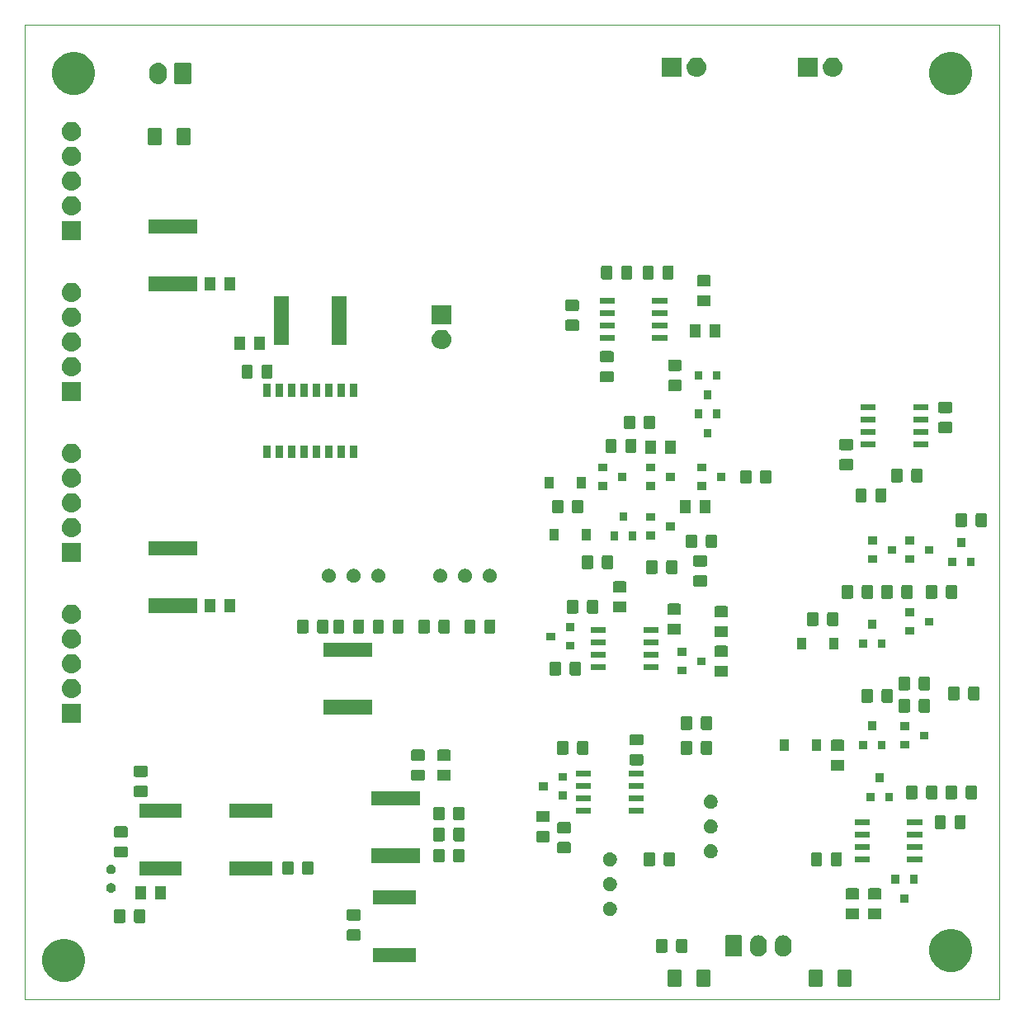
<source format=gbr>
%TF.GenerationSoftware,KiCad,Pcbnew,5.0.2+dfsg1-1*%
%TF.CreationDate,2021-03-05T16:55:40+01:00*%
%TF.ProjectId,XYgen,58596765-6e2e-46b6-9963-61645f706362,rev?*%
%TF.SameCoordinates,Original*%
%TF.FileFunction,Soldermask,Top*%
%TF.FilePolarity,Negative*%
%FSLAX46Y46*%
G04 Gerber Fmt 4.6, Leading zero omitted, Abs format (unit mm)*
G04 Created by KiCad (PCBNEW 5.0.2+dfsg1-1) date Fri 05 Mar 2021 04:55:40 PM CET*
%MOMM*%
%LPD*%
G01*
G04 APERTURE LIST*
%ADD10C,0.100000*%
G04 APERTURE END LIST*
D10*
X100000000Y-35000000D02*
X100000000Y-135000000D01*
X200000000Y-35000000D02*
X100000000Y-35000000D01*
X200000000Y-135000000D02*
X200000000Y-35000000D01*
X100000000Y-135000000D02*
X200000000Y-135000000D01*
G36*
X167236964Y-131970837D02*
X167268528Y-131980412D01*
X167297617Y-131995960D01*
X167323114Y-132016886D01*
X167344040Y-132042383D01*
X167359588Y-132071472D01*
X167369163Y-132103036D01*
X167373000Y-132141998D01*
X167373000Y-133542002D01*
X167369163Y-133580964D01*
X167359588Y-133612528D01*
X167344040Y-133641617D01*
X167323114Y-133667114D01*
X167297617Y-133688040D01*
X167268528Y-133703588D01*
X167236964Y-133713163D01*
X167198002Y-133717000D01*
X166122998Y-133717000D01*
X166084036Y-133713163D01*
X166052472Y-133703588D01*
X166023383Y-133688040D01*
X165997886Y-133667114D01*
X165976960Y-133641617D01*
X165961412Y-133612528D01*
X165951837Y-133580964D01*
X165948000Y-133542002D01*
X165948000Y-132141998D01*
X165951837Y-132103036D01*
X165961412Y-132071472D01*
X165976960Y-132042383D01*
X165997886Y-132016886D01*
X166023383Y-131995960D01*
X166052472Y-131980412D01*
X166084036Y-131970837D01*
X166122998Y-131967000D01*
X167198002Y-131967000D01*
X167236964Y-131970837D01*
X167236964Y-131970837D01*
G37*
G36*
X184689964Y-131970837D02*
X184721528Y-131980412D01*
X184750617Y-131995960D01*
X184776114Y-132016886D01*
X184797040Y-132042383D01*
X184812588Y-132071472D01*
X184822163Y-132103036D01*
X184826000Y-132141998D01*
X184826000Y-133542002D01*
X184822163Y-133580964D01*
X184812588Y-133612528D01*
X184797040Y-133641617D01*
X184776114Y-133667114D01*
X184750617Y-133688040D01*
X184721528Y-133703588D01*
X184689964Y-133713163D01*
X184651002Y-133717000D01*
X183575998Y-133717000D01*
X183537036Y-133713163D01*
X183505472Y-133703588D01*
X183476383Y-133688040D01*
X183450886Y-133667114D01*
X183429960Y-133641617D01*
X183414412Y-133612528D01*
X183404837Y-133580964D01*
X183401000Y-133542002D01*
X183401000Y-132141998D01*
X183404837Y-132103036D01*
X183414412Y-132071472D01*
X183429960Y-132042383D01*
X183450886Y-132016886D01*
X183476383Y-131995960D01*
X183505472Y-131980412D01*
X183537036Y-131970837D01*
X183575998Y-131967000D01*
X184651002Y-131967000D01*
X184689964Y-131970837D01*
X184689964Y-131970837D01*
G37*
G36*
X181714964Y-131970837D02*
X181746528Y-131980412D01*
X181775617Y-131995960D01*
X181801114Y-132016886D01*
X181822040Y-132042383D01*
X181837588Y-132071472D01*
X181847163Y-132103036D01*
X181851000Y-132141998D01*
X181851000Y-133542002D01*
X181847163Y-133580964D01*
X181837588Y-133612528D01*
X181822040Y-133641617D01*
X181801114Y-133667114D01*
X181775617Y-133688040D01*
X181746528Y-133703588D01*
X181714964Y-133713163D01*
X181676002Y-133717000D01*
X180600998Y-133717000D01*
X180562036Y-133713163D01*
X180530472Y-133703588D01*
X180501383Y-133688040D01*
X180475886Y-133667114D01*
X180454960Y-133641617D01*
X180439412Y-133612528D01*
X180429837Y-133580964D01*
X180426000Y-133542002D01*
X180426000Y-132141998D01*
X180429837Y-132103036D01*
X180439412Y-132071472D01*
X180454960Y-132042383D01*
X180475886Y-132016886D01*
X180501383Y-131995960D01*
X180530472Y-131980412D01*
X180562036Y-131970837D01*
X180600998Y-131967000D01*
X181676002Y-131967000D01*
X181714964Y-131970837D01*
X181714964Y-131970837D01*
G37*
G36*
X170211964Y-131970837D02*
X170243528Y-131980412D01*
X170272617Y-131995960D01*
X170298114Y-132016886D01*
X170319040Y-132042383D01*
X170334588Y-132071472D01*
X170344163Y-132103036D01*
X170348000Y-132141998D01*
X170348000Y-133542002D01*
X170344163Y-133580964D01*
X170334588Y-133612528D01*
X170319040Y-133641617D01*
X170298114Y-133667114D01*
X170272617Y-133688040D01*
X170243528Y-133703588D01*
X170211964Y-133713163D01*
X170173002Y-133717000D01*
X169097998Y-133717000D01*
X169059036Y-133713163D01*
X169027472Y-133703588D01*
X168998383Y-133688040D01*
X168972886Y-133667114D01*
X168951960Y-133641617D01*
X168936412Y-133612528D01*
X168926837Y-133580964D01*
X168923000Y-133542002D01*
X168923000Y-132141998D01*
X168926837Y-132103036D01*
X168936412Y-132071472D01*
X168951960Y-132042383D01*
X168972886Y-132016886D01*
X168998383Y-131995960D01*
X169027472Y-131980412D01*
X169059036Y-131970837D01*
X169097998Y-131967000D01*
X170173002Y-131967000D01*
X170211964Y-131970837D01*
X170211964Y-131970837D01*
G37*
G36*
X104641716Y-128884544D02*
X105042090Y-129050384D01*
X105402421Y-129291150D01*
X105708850Y-129597579D01*
X105949616Y-129957910D01*
X106115456Y-130358284D01*
X106200000Y-130783317D01*
X106200000Y-131216683D01*
X106115456Y-131641716D01*
X105949616Y-132042090D01*
X105708850Y-132402421D01*
X105402421Y-132708850D01*
X105042090Y-132949616D01*
X104641716Y-133115456D01*
X104216683Y-133200000D01*
X103783317Y-133200000D01*
X103358284Y-133115456D01*
X102957910Y-132949616D01*
X102597579Y-132708850D01*
X102291150Y-132402421D01*
X102050384Y-132042090D01*
X101884544Y-131641716D01*
X101800000Y-131216683D01*
X101800000Y-130783317D01*
X101884544Y-130358284D01*
X102050384Y-129957910D01*
X102291150Y-129597579D01*
X102597579Y-129291150D01*
X102957910Y-129050384D01*
X103358284Y-128884544D01*
X103783317Y-128800000D01*
X104216683Y-128800000D01*
X104641716Y-128884544D01*
X104641716Y-128884544D01*
G37*
G36*
X195641716Y-127884544D02*
X196042090Y-128050384D01*
X196402421Y-128291150D01*
X196708850Y-128597579D01*
X196949616Y-128957910D01*
X197115456Y-129358284D01*
X197200000Y-129783317D01*
X197200000Y-130216683D01*
X197115456Y-130641716D01*
X196949616Y-131042090D01*
X196708850Y-131402421D01*
X196402421Y-131708850D01*
X196042090Y-131949616D01*
X195641716Y-132115456D01*
X195216683Y-132200000D01*
X194783317Y-132200000D01*
X194358284Y-132115456D01*
X193957910Y-131949616D01*
X193597579Y-131708850D01*
X193291150Y-131402421D01*
X193050384Y-131042090D01*
X192884544Y-130641716D01*
X192800000Y-130216683D01*
X192800000Y-129783317D01*
X192884544Y-129358284D01*
X193050384Y-128957910D01*
X193291150Y-128597579D01*
X193597579Y-128291150D01*
X193957910Y-128050384D01*
X194358284Y-127884544D01*
X194783317Y-127800000D01*
X195216683Y-127800000D01*
X195641716Y-127884544D01*
X195641716Y-127884544D01*
G37*
G36*
X140097000Y-131183000D02*
X135747000Y-131183000D01*
X135747000Y-129733000D01*
X140097000Y-129733000D01*
X140097000Y-131183000D01*
X140097000Y-131183000D01*
G37*
G36*
X177970545Y-128452588D02*
X177970548Y-128452589D01*
X177970549Y-128452589D01*
X178134544Y-128502336D01*
X178134546Y-128502337D01*
X178134549Y-128502338D01*
X178285685Y-128583121D01*
X178418159Y-128691841D01*
X178526878Y-128824314D01*
X178605267Y-128970970D01*
X178607664Y-128975455D01*
X178642410Y-129089999D01*
X178657412Y-129139454D01*
X178670000Y-129267262D01*
X178670000Y-129812737D01*
X178657412Y-129940547D01*
X178607664Y-130104546D01*
X178526878Y-130255686D01*
X178418159Y-130388159D01*
X178285686Y-130496878D01*
X178154913Y-130566777D01*
X178134545Y-130577664D01*
X177970550Y-130627411D01*
X177970549Y-130627411D01*
X177970546Y-130627412D01*
X177800000Y-130644209D01*
X177629455Y-130627412D01*
X177629452Y-130627411D01*
X177629451Y-130627411D01*
X177465456Y-130577664D01*
X177445088Y-130566777D01*
X177314315Y-130496878D01*
X177181842Y-130388159D01*
X177073123Y-130255686D01*
X176992337Y-130104547D01*
X176972385Y-130038773D01*
X176942589Y-129940550D01*
X176942589Y-129940549D01*
X176942588Y-129940546D01*
X176930000Y-129812738D01*
X176930000Y-129267263D01*
X176942588Y-129139455D01*
X176942589Y-129139451D01*
X176992336Y-128975456D01*
X176992337Y-128975454D01*
X176992338Y-128975451D01*
X177073121Y-128824315D01*
X177181841Y-128691841D01*
X177314314Y-128583122D01*
X177465453Y-128502337D01*
X177465455Y-128502336D01*
X177629450Y-128452589D01*
X177629451Y-128452589D01*
X177629454Y-128452588D01*
X177800000Y-128435791D01*
X177970545Y-128452588D01*
X177970545Y-128452588D01*
G37*
G36*
X175430545Y-128452588D02*
X175430548Y-128452589D01*
X175430549Y-128452589D01*
X175594544Y-128502336D01*
X175594546Y-128502337D01*
X175594549Y-128502338D01*
X175745685Y-128583121D01*
X175878159Y-128691841D01*
X175986878Y-128824314D01*
X176065267Y-128970970D01*
X176067664Y-128975455D01*
X176102410Y-129089999D01*
X176117412Y-129139454D01*
X176130000Y-129267262D01*
X176130000Y-129812737D01*
X176117412Y-129940547D01*
X176067664Y-130104546D01*
X175986878Y-130255686D01*
X175878159Y-130388159D01*
X175745686Y-130496878D01*
X175614913Y-130566777D01*
X175594545Y-130577664D01*
X175430550Y-130627411D01*
X175430549Y-130627411D01*
X175430546Y-130627412D01*
X175260000Y-130644209D01*
X175089455Y-130627412D01*
X175089452Y-130627411D01*
X175089451Y-130627411D01*
X174925456Y-130577664D01*
X174905088Y-130566777D01*
X174774315Y-130496878D01*
X174641842Y-130388159D01*
X174533123Y-130255686D01*
X174452337Y-130104547D01*
X174432385Y-130038773D01*
X174402589Y-129940550D01*
X174402589Y-129940549D01*
X174402588Y-129940546D01*
X174390000Y-129812738D01*
X174390000Y-129267263D01*
X174402588Y-129139455D01*
X174402589Y-129139451D01*
X174452336Y-128975456D01*
X174452337Y-128975454D01*
X174452338Y-128975451D01*
X174533121Y-128824315D01*
X174641841Y-128691841D01*
X174774314Y-128583122D01*
X174925453Y-128502337D01*
X174925455Y-128502336D01*
X175089450Y-128452589D01*
X175089451Y-128452589D01*
X175089454Y-128452588D01*
X175260000Y-128435791D01*
X175430545Y-128452588D01*
X175430545Y-128452588D01*
G37*
G36*
X173460355Y-128443685D02*
X173490431Y-128452808D01*
X173518145Y-128467622D01*
X173542440Y-128487560D01*
X173562378Y-128511855D01*
X173577192Y-128539569D01*
X173586315Y-128569645D01*
X173590000Y-128607059D01*
X173590000Y-130472941D01*
X173586315Y-130510355D01*
X173577192Y-130540431D01*
X173562378Y-130568145D01*
X173542440Y-130592440D01*
X173518145Y-130612378D01*
X173490431Y-130627192D01*
X173460355Y-130636315D01*
X173422941Y-130640000D01*
X172017059Y-130640000D01*
X171979645Y-130636315D01*
X171949569Y-130627192D01*
X171921855Y-130612378D01*
X171897560Y-130592440D01*
X171877622Y-130568145D01*
X171862808Y-130540431D01*
X171853685Y-130510355D01*
X171850000Y-130472941D01*
X171850000Y-128607059D01*
X171853685Y-128569645D01*
X171862808Y-128539569D01*
X171877622Y-128511855D01*
X171897560Y-128487560D01*
X171921855Y-128467622D01*
X171949569Y-128452808D01*
X171979645Y-128443685D01*
X172017059Y-128440000D01*
X173422941Y-128440000D01*
X173460355Y-128443685D01*
X173460355Y-128443685D01*
G37*
G36*
X165775522Y-128844039D02*
X165809053Y-128854211D01*
X165839960Y-128870731D01*
X165867043Y-128892957D01*
X165889269Y-128920040D01*
X165905789Y-128950947D01*
X165915961Y-128984478D01*
X165920000Y-129025487D01*
X165920000Y-130054513D01*
X165915961Y-130095522D01*
X165905789Y-130129053D01*
X165889269Y-130159960D01*
X165867043Y-130187043D01*
X165839960Y-130209269D01*
X165809053Y-130225789D01*
X165775522Y-130235961D01*
X165734513Y-130240000D01*
X164955487Y-130240000D01*
X164914478Y-130235961D01*
X164880947Y-130225789D01*
X164850040Y-130209269D01*
X164822957Y-130187043D01*
X164800731Y-130159960D01*
X164784211Y-130129053D01*
X164774039Y-130095522D01*
X164770000Y-130054513D01*
X164770000Y-129025487D01*
X164774039Y-128984478D01*
X164784211Y-128950947D01*
X164800731Y-128920040D01*
X164822957Y-128892957D01*
X164850040Y-128870731D01*
X164880947Y-128854211D01*
X164914478Y-128844039D01*
X164955487Y-128840000D01*
X165734513Y-128840000D01*
X165775522Y-128844039D01*
X165775522Y-128844039D01*
G37*
G36*
X167825522Y-128844039D02*
X167859053Y-128854211D01*
X167889960Y-128870731D01*
X167917043Y-128892957D01*
X167939269Y-128920040D01*
X167955789Y-128950947D01*
X167965961Y-128984478D01*
X167970000Y-129025487D01*
X167970000Y-130054513D01*
X167965961Y-130095522D01*
X167955789Y-130129053D01*
X167939269Y-130159960D01*
X167917043Y-130187043D01*
X167889960Y-130209269D01*
X167859053Y-130225789D01*
X167825522Y-130235961D01*
X167784513Y-130240000D01*
X167005487Y-130240000D01*
X166964478Y-130235961D01*
X166930947Y-130225789D01*
X166900040Y-130209269D01*
X166872957Y-130187043D01*
X166850731Y-130159960D01*
X166834211Y-130129053D01*
X166824039Y-130095522D01*
X166820000Y-130054513D01*
X166820000Y-129025487D01*
X166824039Y-128984478D01*
X166834211Y-128950947D01*
X166850731Y-128920040D01*
X166872957Y-128892957D01*
X166900040Y-128870731D01*
X166930947Y-128854211D01*
X166964478Y-128844039D01*
X167005487Y-128840000D01*
X167784513Y-128840000D01*
X167825522Y-128844039D01*
X167825522Y-128844039D01*
G37*
G36*
X134286522Y-127844039D02*
X134320053Y-127854211D01*
X134350960Y-127870731D01*
X134378043Y-127892957D01*
X134400269Y-127920040D01*
X134416789Y-127950947D01*
X134426961Y-127984478D01*
X134431000Y-128025487D01*
X134431000Y-128804513D01*
X134426961Y-128845522D01*
X134416789Y-128879053D01*
X134400269Y-128909960D01*
X134378043Y-128937043D01*
X134350960Y-128959269D01*
X134320053Y-128975789D01*
X134286522Y-128985961D01*
X134245513Y-128990000D01*
X133216487Y-128990000D01*
X133175478Y-128985961D01*
X133141947Y-128975789D01*
X133111040Y-128959269D01*
X133083957Y-128937043D01*
X133061731Y-128909960D01*
X133045211Y-128879053D01*
X133035039Y-128845522D01*
X133031000Y-128804513D01*
X133031000Y-128025487D01*
X133035039Y-127984478D01*
X133045211Y-127950947D01*
X133061731Y-127920040D01*
X133083957Y-127892957D01*
X133111040Y-127870731D01*
X133141947Y-127854211D01*
X133175478Y-127844039D01*
X133216487Y-127840000D01*
X134245513Y-127840000D01*
X134286522Y-127844039D01*
X134286522Y-127844039D01*
G37*
G36*
X112199522Y-125796039D02*
X112233053Y-125806211D01*
X112263960Y-125822731D01*
X112291043Y-125844957D01*
X112313269Y-125872040D01*
X112329789Y-125902947D01*
X112339961Y-125936478D01*
X112344000Y-125977487D01*
X112344000Y-127006513D01*
X112339961Y-127047522D01*
X112329789Y-127081053D01*
X112313269Y-127111960D01*
X112291043Y-127139043D01*
X112263960Y-127161269D01*
X112233053Y-127177789D01*
X112199522Y-127187961D01*
X112158513Y-127192000D01*
X111379487Y-127192000D01*
X111338478Y-127187961D01*
X111304947Y-127177789D01*
X111274040Y-127161269D01*
X111246957Y-127139043D01*
X111224731Y-127111960D01*
X111208211Y-127081053D01*
X111198039Y-127047522D01*
X111194000Y-127006513D01*
X111194000Y-125977487D01*
X111198039Y-125936478D01*
X111208211Y-125902947D01*
X111224731Y-125872040D01*
X111246957Y-125844957D01*
X111274040Y-125822731D01*
X111304947Y-125806211D01*
X111338478Y-125796039D01*
X111379487Y-125792000D01*
X112158513Y-125792000D01*
X112199522Y-125796039D01*
X112199522Y-125796039D01*
G37*
G36*
X110149522Y-125796039D02*
X110183053Y-125806211D01*
X110213960Y-125822731D01*
X110241043Y-125844957D01*
X110263269Y-125872040D01*
X110279789Y-125902947D01*
X110289961Y-125936478D01*
X110294000Y-125977487D01*
X110294000Y-127006513D01*
X110289961Y-127047522D01*
X110279789Y-127081053D01*
X110263269Y-127111960D01*
X110241043Y-127139043D01*
X110213960Y-127161269D01*
X110183053Y-127177789D01*
X110149522Y-127187961D01*
X110108513Y-127192000D01*
X109329487Y-127192000D01*
X109288478Y-127187961D01*
X109254947Y-127177789D01*
X109224040Y-127161269D01*
X109196957Y-127139043D01*
X109174731Y-127111960D01*
X109158211Y-127081053D01*
X109148039Y-127047522D01*
X109144000Y-127006513D01*
X109144000Y-125977487D01*
X109148039Y-125936478D01*
X109158211Y-125902947D01*
X109174731Y-125872040D01*
X109196957Y-125844957D01*
X109224040Y-125822731D01*
X109254947Y-125806211D01*
X109288478Y-125796039D01*
X109329487Y-125792000D01*
X110108513Y-125792000D01*
X110149522Y-125796039D01*
X110149522Y-125796039D01*
G37*
G36*
X134286522Y-125794039D02*
X134320053Y-125804211D01*
X134350960Y-125820731D01*
X134378043Y-125842957D01*
X134400269Y-125870040D01*
X134416789Y-125900947D01*
X134426961Y-125934478D01*
X134431000Y-125975487D01*
X134431000Y-126754513D01*
X134426961Y-126795522D01*
X134416789Y-126829053D01*
X134400269Y-126859960D01*
X134378043Y-126887043D01*
X134350960Y-126909269D01*
X134320053Y-126925789D01*
X134286522Y-126935961D01*
X134245513Y-126940000D01*
X133216487Y-126940000D01*
X133175478Y-126935961D01*
X133141947Y-126925789D01*
X133111040Y-126909269D01*
X133083957Y-126887043D01*
X133061731Y-126859960D01*
X133045211Y-126829053D01*
X133035039Y-126795522D01*
X133031000Y-126754513D01*
X133031000Y-125975487D01*
X133035039Y-125934478D01*
X133045211Y-125900947D01*
X133061731Y-125870040D01*
X133083957Y-125842957D01*
X133111040Y-125820731D01*
X133141947Y-125804211D01*
X133175478Y-125794039D01*
X133216487Y-125790000D01*
X134245513Y-125790000D01*
X134286522Y-125794039D01*
X134286522Y-125794039D01*
G37*
G36*
X185467522Y-125676039D02*
X185501053Y-125686211D01*
X185531960Y-125702731D01*
X185559043Y-125724957D01*
X185581269Y-125752040D01*
X185597789Y-125782947D01*
X185607961Y-125816478D01*
X185612000Y-125857487D01*
X185612000Y-126636513D01*
X185607961Y-126677522D01*
X185597789Y-126711053D01*
X185581269Y-126741960D01*
X185559043Y-126769043D01*
X185531960Y-126791269D01*
X185501053Y-126807789D01*
X185467522Y-126817961D01*
X185426513Y-126822000D01*
X184397487Y-126822000D01*
X184356478Y-126817961D01*
X184322947Y-126807789D01*
X184292040Y-126791269D01*
X184264957Y-126769043D01*
X184242731Y-126741960D01*
X184226211Y-126711053D01*
X184216039Y-126677522D01*
X184212000Y-126636513D01*
X184212000Y-125857487D01*
X184216039Y-125816478D01*
X184226211Y-125782947D01*
X184242731Y-125752040D01*
X184264957Y-125724957D01*
X184292040Y-125702731D01*
X184322947Y-125686211D01*
X184356478Y-125676039D01*
X184397487Y-125672000D01*
X185426513Y-125672000D01*
X185467522Y-125676039D01*
X185467522Y-125676039D01*
G37*
G36*
X187753522Y-125676039D02*
X187787053Y-125686211D01*
X187817960Y-125702731D01*
X187845043Y-125724957D01*
X187867269Y-125752040D01*
X187883789Y-125782947D01*
X187893961Y-125816478D01*
X187898000Y-125857487D01*
X187898000Y-126636513D01*
X187893961Y-126677522D01*
X187883789Y-126711053D01*
X187867269Y-126741960D01*
X187845043Y-126769043D01*
X187817960Y-126791269D01*
X187787053Y-126807789D01*
X187753522Y-126817961D01*
X187712513Y-126822000D01*
X186683487Y-126822000D01*
X186642478Y-126817961D01*
X186608947Y-126807789D01*
X186578040Y-126791269D01*
X186550957Y-126769043D01*
X186528731Y-126741960D01*
X186512211Y-126711053D01*
X186502039Y-126677522D01*
X186498000Y-126636513D01*
X186498000Y-125857487D01*
X186502039Y-125816478D01*
X186512211Y-125782947D01*
X186528731Y-125752040D01*
X186550957Y-125724957D01*
X186578040Y-125702731D01*
X186608947Y-125686211D01*
X186642478Y-125676039D01*
X186683487Y-125672000D01*
X187712513Y-125672000D01*
X187753522Y-125676039D01*
X187753522Y-125676039D01*
G37*
G36*
X160230015Y-125037668D02*
X160361049Y-125091944D01*
X160478975Y-125170740D01*
X160579260Y-125271025D01*
X160658056Y-125388951D01*
X160712332Y-125519985D01*
X160740000Y-125659085D01*
X160740000Y-125800915D01*
X160712332Y-125940015D01*
X160658056Y-126071049D01*
X160579260Y-126188975D01*
X160478975Y-126289260D01*
X160361049Y-126368056D01*
X160230015Y-126422332D01*
X160090915Y-126450000D01*
X159949085Y-126450000D01*
X159809985Y-126422332D01*
X159678951Y-126368056D01*
X159561025Y-126289260D01*
X159460740Y-126188975D01*
X159381944Y-126071049D01*
X159327668Y-125940015D01*
X159300000Y-125800915D01*
X159300000Y-125659085D01*
X159327668Y-125519985D01*
X159381944Y-125388951D01*
X159460740Y-125271025D01*
X159561025Y-125170740D01*
X159678951Y-125091944D01*
X159809985Y-125037668D01*
X159949085Y-125010000D01*
X160090915Y-125010000D01*
X160230015Y-125037668D01*
X160230015Y-125037668D01*
G37*
G36*
X140097000Y-125283000D02*
X135747000Y-125283000D01*
X135747000Y-123833000D01*
X140097000Y-123833000D01*
X140097000Y-125283000D01*
X140097000Y-125283000D01*
G37*
G36*
X190646000Y-125148000D02*
X189846000Y-125148000D01*
X189846000Y-124248000D01*
X190646000Y-124248000D01*
X190646000Y-125148000D01*
X190646000Y-125148000D01*
G37*
G36*
X114358522Y-123383039D02*
X114392053Y-123393211D01*
X114422960Y-123409731D01*
X114450043Y-123431957D01*
X114472269Y-123459040D01*
X114488789Y-123489947D01*
X114498961Y-123523478D01*
X114503000Y-123564487D01*
X114503000Y-124593513D01*
X114498961Y-124634522D01*
X114488789Y-124668053D01*
X114472269Y-124698960D01*
X114450043Y-124726043D01*
X114422960Y-124748269D01*
X114392053Y-124764789D01*
X114358522Y-124774961D01*
X114317513Y-124779000D01*
X113538487Y-124779000D01*
X113497478Y-124774961D01*
X113463947Y-124764789D01*
X113433040Y-124748269D01*
X113405957Y-124726043D01*
X113383731Y-124698960D01*
X113367211Y-124668053D01*
X113357039Y-124634522D01*
X113353000Y-124593513D01*
X113353000Y-123564487D01*
X113357039Y-123523478D01*
X113367211Y-123489947D01*
X113383731Y-123459040D01*
X113405957Y-123431957D01*
X113433040Y-123409731D01*
X113463947Y-123393211D01*
X113497478Y-123383039D01*
X113538487Y-123379000D01*
X114317513Y-123379000D01*
X114358522Y-123383039D01*
X114358522Y-123383039D01*
G37*
G36*
X112308522Y-123383039D02*
X112342053Y-123393211D01*
X112372960Y-123409731D01*
X112400043Y-123431957D01*
X112422269Y-123459040D01*
X112438789Y-123489947D01*
X112448961Y-123523478D01*
X112453000Y-123564487D01*
X112453000Y-124593513D01*
X112448961Y-124634522D01*
X112438789Y-124668053D01*
X112422269Y-124698960D01*
X112400043Y-124726043D01*
X112372960Y-124748269D01*
X112342053Y-124764789D01*
X112308522Y-124774961D01*
X112267513Y-124779000D01*
X111488487Y-124779000D01*
X111447478Y-124774961D01*
X111413947Y-124764789D01*
X111383040Y-124748269D01*
X111355957Y-124726043D01*
X111333731Y-124698960D01*
X111317211Y-124668053D01*
X111307039Y-124634522D01*
X111303000Y-124593513D01*
X111303000Y-123564487D01*
X111307039Y-123523478D01*
X111317211Y-123489947D01*
X111333731Y-123459040D01*
X111355957Y-123431957D01*
X111383040Y-123409731D01*
X111413947Y-123393211D01*
X111447478Y-123383039D01*
X111488487Y-123379000D01*
X112267513Y-123379000D01*
X112308522Y-123383039D01*
X112308522Y-123383039D01*
G37*
G36*
X187753522Y-123626039D02*
X187787053Y-123636211D01*
X187817960Y-123652731D01*
X187845043Y-123674957D01*
X187867269Y-123702040D01*
X187883789Y-123732947D01*
X187893961Y-123766478D01*
X187898000Y-123807487D01*
X187898000Y-124586513D01*
X187893961Y-124627522D01*
X187883789Y-124661053D01*
X187867269Y-124691960D01*
X187845043Y-124719043D01*
X187817960Y-124741269D01*
X187787053Y-124757789D01*
X187753522Y-124767961D01*
X187712513Y-124772000D01*
X186683487Y-124772000D01*
X186642478Y-124767961D01*
X186608947Y-124757789D01*
X186578040Y-124741269D01*
X186550957Y-124719043D01*
X186528731Y-124691960D01*
X186512211Y-124661053D01*
X186502039Y-124627522D01*
X186498000Y-124586513D01*
X186498000Y-123807487D01*
X186502039Y-123766478D01*
X186512211Y-123732947D01*
X186528731Y-123702040D01*
X186550957Y-123674957D01*
X186578040Y-123652731D01*
X186608947Y-123636211D01*
X186642478Y-123626039D01*
X186683487Y-123622000D01*
X187712513Y-123622000D01*
X187753522Y-123626039D01*
X187753522Y-123626039D01*
G37*
G36*
X185467522Y-123626039D02*
X185501053Y-123636211D01*
X185531960Y-123652731D01*
X185559043Y-123674957D01*
X185581269Y-123702040D01*
X185597789Y-123732947D01*
X185607961Y-123766478D01*
X185612000Y-123807487D01*
X185612000Y-124586513D01*
X185607961Y-124627522D01*
X185597789Y-124661053D01*
X185581269Y-124691960D01*
X185559043Y-124719043D01*
X185531960Y-124741269D01*
X185501053Y-124757789D01*
X185467522Y-124767961D01*
X185426513Y-124772000D01*
X184397487Y-124772000D01*
X184356478Y-124767961D01*
X184322947Y-124757789D01*
X184292040Y-124741269D01*
X184264957Y-124719043D01*
X184242731Y-124691960D01*
X184226211Y-124661053D01*
X184216039Y-124627522D01*
X184212000Y-124586513D01*
X184212000Y-123807487D01*
X184216039Y-123766478D01*
X184226211Y-123732947D01*
X184242731Y-123702040D01*
X184264957Y-123674957D01*
X184292040Y-123652731D01*
X184322947Y-123636211D01*
X184356478Y-123626039D01*
X184397487Y-123622000D01*
X185426513Y-123622000D01*
X185467522Y-123626039D01*
X185467522Y-123626039D01*
G37*
G36*
X108984845Y-123090215D02*
X109054544Y-123119085D01*
X109075839Y-123127906D01*
X109156640Y-123181896D01*
X109157734Y-123182627D01*
X109227373Y-123252266D01*
X109227375Y-123252269D01*
X109282094Y-123334161D01*
X109319785Y-123425155D01*
X109339000Y-123521754D01*
X109339000Y-123620246D01*
X109337259Y-123628999D01*
X109319785Y-123716845D01*
X109282095Y-123807837D01*
X109227373Y-123889734D01*
X109157734Y-123959373D01*
X109157731Y-123959375D01*
X109075839Y-124014094D01*
X108984845Y-124051785D01*
X108888246Y-124071000D01*
X108789754Y-124071000D01*
X108693155Y-124051785D01*
X108602161Y-124014094D01*
X108520269Y-123959375D01*
X108520266Y-123959373D01*
X108450627Y-123889734D01*
X108395905Y-123807837D01*
X108358215Y-123716845D01*
X108340741Y-123628999D01*
X108339000Y-123620246D01*
X108339000Y-123521754D01*
X108358215Y-123425155D01*
X108395906Y-123334161D01*
X108450625Y-123252269D01*
X108450627Y-123252266D01*
X108520266Y-123182627D01*
X108521360Y-123181896D01*
X108602161Y-123127906D01*
X108623457Y-123119085D01*
X108693155Y-123090215D01*
X108789754Y-123071000D01*
X108888246Y-123071000D01*
X108984845Y-123090215D01*
X108984845Y-123090215D01*
G37*
G36*
X160230015Y-122497668D02*
X160361049Y-122551944D01*
X160478975Y-122630740D01*
X160579260Y-122731025D01*
X160658056Y-122848951D01*
X160712332Y-122979985D01*
X160740000Y-123119085D01*
X160740000Y-123260915D01*
X160712332Y-123400015D01*
X160658056Y-123531049D01*
X160579260Y-123648975D01*
X160478975Y-123749260D01*
X160361049Y-123828056D01*
X160230015Y-123882332D01*
X160090915Y-123910000D01*
X159949085Y-123910000D01*
X159809985Y-123882332D01*
X159678951Y-123828056D01*
X159561025Y-123749260D01*
X159460740Y-123648975D01*
X159381944Y-123531049D01*
X159327668Y-123400015D01*
X159300000Y-123260915D01*
X159300000Y-123119085D01*
X159327668Y-122979985D01*
X159381944Y-122848951D01*
X159460740Y-122731025D01*
X159561025Y-122630740D01*
X159678951Y-122551944D01*
X159809985Y-122497668D01*
X159949085Y-122470000D01*
X160090915Y-122470000D01*
X160230015Y-122497668D01*
X160230015Y-122497668D01*
G37*
G36*
X189696000Y-123148000D02*
X188896000Y-123148000D01*
X188896000Y-122248000D01*
X189696000Y-122248000D01*
X189696000Y-123148000D01*
X189696000Y-123148000D01*
G37*
G36*
X191596000Y-123148000D02*
X190796000Y-123148000D01*
X190796000Y-122248000D01*
X191596000Y-122248000D01*
X191596000Y-123148000D01*
X191596000Y-123148000D01*
G37*
G36*
X125365000Y-122293000D02*
X121015000Y-122293000D01*
X121015000Y-120843000D01*
X125365000Y-120843000D01*
X125365000Y-122293000D01*
X125365000Y-122293000D01*
G37*
G36*
X116094000Y-122293000D02*
X111744000Y-122293000D01*
X111744000Y-120843000D01*
X116094000Y-120843000D01*
X116094000Y-122293000D01*
X116094000Y-122293000D01*
G37*
G36*
X129471522Y-120843039D02*
X129505053Y-120853211D01*
X129535960Y-120869731D01*
X129563043Y-120891957D01*
X129585269Y-120919040D01*
X129601789Y-120949947D01*
X129611961Y-120983478D01*
X129616000Y-121024487D01*
X129616000Y-122053513D01*
X129611961Y-122094522D01*
X129601789Y-122128053D01*
X129585269Y-122158960D01*
X129563043Y-122186043D01*
X129535960Y-122208269D01*
X129505053Y-122224789D01*
X129471522Y-122234961D01*
X129430513Y-122239000D01*
X128651487Y-122239000D01*
X128610478Y-122234961D01*
X128576947Y-122224789D01*
X128546040Y-122208269D01*
X128518957Y-122186043D01*
X128496731Y-122158960D01*
X128480211Y-122128053D01*
X128470039Y-122094522D01*
X128466000Y-122053513D01*
X128466000Y-121024487D01*
X128470039Y-120983478D01*
X128480211Y-120949947D01*
X128496731Y-120919040D01*
X128518957Y-120891957D01*
X128546040Y-120869731D01*
X128576947Y-120853211D01*
X128610478Y-120843039D01*
X128651487Y-120839000D01*
X129430513Y-120839000D01*
X129471522Y-120843039D01*
X129471522Y-120843039D01*
G37*
G36*
X127421522Y-120843039D02*
X127455053Y-120853211D01*
X127485960Y-120869731D01*
X127513043Y-120891957D01*
X127535269Y-120919040D01*
X127551789Y-120949947D01*
X127561961Y-120983478D01*
X127566000Y-121024487D01*
X127566000Y-122053513D01*
X127561961Y-122094522D01*
X127551789Y-122128053D01*
X127535269Y-122158960D01*
X127513043Y-122186043D01*
X127485960Y-122208269D01*
X127455053Y-122224789D01*
X127421522Y-122234961D01*
X127380513Y-122239000D01*
X126601487Y-122239000D01*
X126560478Y-122234961D01*
X126526947Y-122224789D01*
X126496040Y-122208269D01*
X126468957Y-122186043D01*
X126446731Y-122158960D01*
X126430211Y-122128053D01*
X126420039Y-122094522D01*
X126416000Y-122053513D01*
X126416000Y-121024487D01*
X126420039Y-120983478D01*
X126430211Y-120949947D01*
X126446731Y-120919040D01*
X126468957Y-120891957D01*
X126496040Y-120869731D01*
X126526947Y-120853211D01*
X126560478Y-120843039D01*
X126601487Y-120839000D01*
X127380513Y-120839000D01*
X127421522Y-120843039D01*
X127421522Y-120843039D01*
G37*
G36*
X108984845Y-121190215D02*
X109075839Y-121227906D01*
X109138777Y-121269960D01*
X109157734Y-121282627D01*
X109227373Y-121352266D01*
X109282095Y-121434163D01*
X109319785Y-121525155D01*
X109339000Y-121621755D01*
X109339000Y-121720245D01*
X109319785Y-121816845D01*
X109282095Y-121907837D01*
X109227373Y-121989734D01*
X109157734Y-122059373D01*
X109157731Y-122059375D01*
X109075839Y-122114094D01*
X109075838Y-122114095D01*
X109075837Y-122114095D01*
X109042139Y-122128053D01*
X108984845Y-122151785D01*
X108888246Y-122171000D01*
X108789754Y-122171000D01*
X108693155Y-122151785D01*
X108635861Y-122128053D01*
X108602163Y-122114095D01*
X108602162Y-122114095D01*
X108602161Y-122114094D01*
X108520269Y-122059375D01*
X108520266Y-122059373D01*
X108450627Y-121989734D01*
X108395905Y-121907837D01*
X108358215Y-121816845D01*
X108339000Y-121720245D01*
X108339000Y-121621755D01*
X108358215Y-121525155D01*
X108395905Y-121434163D01*
X108450627Y-121352266D01*
X108520266Y-121282627D01*
X108539223Y-121269960D01*
X108602161Y-121227906D01*
X108693155Y-121190215D01*
X108789754Y-121171000D01*
X108888246Y-121171000D01*
X108984845Y-121190215D01*
X108984845Y-121190215D01*
G37*
G36*
X160230015Y-119957668D02*
X160361049Y-120011944D01*
X160478975Y-120090740D01*
X160579260Y-120191025D01*
X160658056Y-120308951D01*
X160712332Y-120439985D01*
X160740000Y-120579085D01*
X160740000Y-120720915D01*
X160712332Y-120860015D01*
X160658056Y-120991049D01*
X160579260Y-121108975D01*
X160478975Y-121209260D01*
X160361049Y-121288056D01*
X160230015Y-121342332D01*
X160090915Y-121370000D01*
X159949085Y-121370000D01*
X159809985Y-121342332D01*
X159678951Y-121288056D01*
X159561025Y-121209260D01*
X159460740Y-121108975D01*
X159381944Y-120991049D01*
X159327668Y-120860015D01*
X159300000Y-120720915D01*
X159300000Y-120579085D01*
X159327668Y-120439985D01*
X159381944Y-120308951D01*
X159460740Y-120191025D01*
X159561025Y-120090740D01*
X159678951Y-120011944D01*
X159809985Y-119957668D01*
X159949085Y-119930000D01*
X160090915Y-119930000D01*
X160230015Y-119957668D01*
X160230015Y-119957668D01*
G37*
G36*
X166555522Y-119954039D02*
X166589053Y-119964211D01*
X166619960Y-119980731D01*
X166647043Y-120002957D01*
X166669269Y-120030040D01*
X166685789Y-120060947D01*
X166695961Y-120094478D01*
X166700000Y-120135487D01*
X166700000Y-121164513D01*
X166695961Y-121205522D01*
X166685789Y-121239053D01*
X166669269Y-121269960D01*
X166647043Y-121297043D01*
X166619960Y-121319269D01*
X166589053Y-121335789D01*
X166555522Y-121345961D01*
X166514513Y-121350000D01*
X165735487Y-121350000D01*
X165694478Y-121345961D01*
X165660947Y-121335789D01*
X165630040Y-121319269D01*
X165602957Y-121297043D01*
X165580731Y-121269960D01*
X165564211Y-121239053D01*
X165554039Y-121205522D01*
X165550000Y-121164513D01*
X165550000Y-120135487D01*
X165554039Y-120094478D01*
X165564211Y-120060947D01*
X165580731Y-120030040D01*
X165602957Y-120002957D01*
X165630040Y-119980731D01*
X165660947Y-119964211D01*
X165694478Y-119954039D01*
X165735487Y-119950000D01*
X166514513Y-119950000D01*
X166555522Y-119954039D01*
X166555522Y-119954039D01*
G37*
G36*
X183700522Y-119954039D02*
X183734053Y-119964211D01*
X183764960Y-119980731D01*
X183792043Y-120002957D01*
X183814269Y-120030040D01*
X183830789Y-120060947D01*
X183840961Y-120094478D01*
X183845000Y-120135487D01*
X183845000Y-121164513D01*
X183840961Y-121205522D01*
X183830789Y-121239053D01*
X183814269Y-121269960D01*
X183792043Y-121297043D01*
X183764960Y-121319269D01*
X183734053Y-121335789D01*
X183700522Y-121345961D01*
X183659513Y-121350000D01*
X182880487Y-121350000D01*
X182839478Y-121345961D01*
X182805947Y-121335789D01*
X182775040Y-121319269D01*
X182747957Y-121297043D01*
X182725731Y-121269960D01*
X182709211Y-121239053D01*
X182699039Y-121205522D01*
X182695000Y-121164513D01*
X182695000Y-120135487D01*
X182699039Y-120094478D01*
X182709211Y-120060947D01*
X182725731Y-120030040D01*
X182747957Y-120002957D01*
X182775040Y-119980731D01*
X182805947Y-119964211D01*
X182839478Y-119954039D01*
X182880487Y-119950000D01*
X183659513Y-119950000D01*
X183700522Y-119954039D01*
X183700522Y-119954039D01*
G37*
G36*
X164505522Y-119954039D02*
X164539053Y-119964211D01*
X164569960Y-119980731D01*
X164597043Y-120002957D01*
X164619269Y-120030040D01*
X164635789Y-120060947D01*
X164645961Y-120094478D01*
X164650000Y-120135487D01*
X164650000Y-121164513D01*
X164645961Y-121205522D01*
X164635789Y-121239053D01*
X164619269Y-121269960D01*
X164597043Y-121297043D01*
X164569960Y-121319269D01*
X164539053Y-121335789D01*
X164505522Y-121345961D01*
X164464513Y-121350000D01*
X163685487Y-121350000D01*
X163644478Y-121345961D01*
X163610947Y-121335789D01*
X163580040Y-121319269D01*
X163552957Y-121297043D01*
X163530731Y-121269960D01*
X163514211Y-121239053D01*
X163504039Y-121205522D01*
X163500000Y-121164513D01*
X163500000Y-120135487D01*
X163504039Y-120094478D01*
X163514211Y-120060947D01*
X163530731Y-120030040D01*
X163552957Y-120002957D01*
X163580040Y-119980731D01*
X163610947Y-119964211D01*
X163644478Y-119954039D01*
X163685487Y-119950000D01*
X164464513Y-119950000D01*
X164505522Y-119954039D01*
X164505522Y-119954039D01*
G37*
G36*
X181650522Y-119954039D02*
X181684053Y-119964211D01*
X181714960Y-119980731D01*
X181742043Y-120002957D01*
X181764269Y-120030040D01*
X181780789Y-120060947D01*
X181790961Y-120094478D01*
X181795000Y-120135487D01*
X181795000Y-121164513D01*
X181790961Y-121205522D01*
X181780789Y-121239053D01*
X181764269Y-121269960D01*
X181742043Y-121297043D01*
X181714960Y-121319269D01*
X181684053Y-121335789D01*
X181650522Y-121345961D01*
X181609513Y-121350000D01*
X180830487Y-121350000D01*
X180789478Y-121345961D01*
X180755947Y-121335789D01*
X180725040Y-121319269D01*
X180697957Y-121297043D01*
X180675731Y-121269960D01*
X180659211Y-121239053D01*
X180649039Y-121205522D01*
X180645000Y-121164513D01*
X180645000Y-120135487D01*
X180649039Y-120094478D01*
X180659211Y-120060947D01*
X180675731Y-120030040D01*
X180697957Y-120002957D01*
X180725040Y-119980731D01*
X180755947Y-119964211D01*
X180789478Y-119954039D01*
X180830487Y-119950000D01*
X181609513Y-119950000D01*
X181650522Y-119954039D01*
X181650522Y-119954039D01*
G37*
G36*
X140549000Y-121048000D02*
X135549000Y-121048000D01*
X135549000Y-119548000D01*
X140549000Y-119548000D01*
X140549000Y-121048000D01*
X140549000Y-121048000D01*
G37*
G36*
X142915522Y-119573039D02*
X142949053Y-119583211D01*
X142979960Y-119599731D01*
X143007043Y-119621957D01*
X143029269Y-119649040D01*
X143045789Y-119679947D01*
X143055961Y-119713478D01*
X143060000Y-119754487D01*
X143060000Y-120783513D01*
X143055961Y-120824522D01*
X143045789Y-120858053D01*
X143029269Y-120888960D01*
X143007043Y-120916043D01*
X142979960Y-120938269D01*
X142949053Y-120954789D01*
X142915522Y-120964961D01*
X142874513Y-120969000D01*
X142095487Y-120969000D01*
X142054478Y-120964961D01*
X142020947Y-120954789D01*
X141990040Y-120938269D01*
X141962957Y-120916043D01*
X141940731Y-120888960D01*
X141924211Y-120858053D01*
X141914039Y-120824522D01*
X141910000Y-120783513D01*
X141910000Y-119754487D01*
X141914039Y-119713478D01*
X141924211Y-119679947D01*
X141940731Y-119649040D01*
X141962957Y-119621957D01*
X141990040Y-119599731D01*
X142020947Y-119583211D01*
X142054478Y-119573039D01*
X142095487Y-119569000D01*
X142874513Y-119569000D01*
X142915522Y-119573039D01*
X142915522Y-119573039D01*
G37*
G36*
X144965522Y-119573039D02*
X144999053Y-119583211D01*
X145029960Y-119599731D01*
X145057043Y-119621957D01*
X145079269Y-119649040D01*
X145095789Y-119679947D01*
X145105961Y-119713478D01*
X145110000Y-119754487D01*
X145110000Y-120783513D01*
X145105961Y-120824522D01*
X145095789Y-120858053D01*
X145079269Y-120888960D01*
X145057043Y-120916043D01*
X145029960Y-120938269D01*
X144999053Y-120954789D01*
X144965522Y-120964961D01*
X144924513Y-120969000D01*
X144145487Y-120969000D01*
X144104478Y-120964961D01*
X144070947Y-120954789D01*
X144040040Y-120938269D01*
X144012957Y-120916043D01*
X143990731Y-120888960D01*
X143974211Y-120858053D01*
X143964039Y-120824522D01*
X143960000Y-120783513D01*
X143960000Y-119754487D01*
X143964039Y-119713478D01*
X143974211Y-119679947D01*
X143990731Y-119649040D01*
X144012957Y-119621957D01*
X144040040Y-119599731D01*
X144070947Y-119583211D01*
X144104478Y-119573039D01*
X144145487Y-119569000D01*
X144924513Y-119569000D01*
X144965522Y-119573039D01*
X144965522Y-119573039D01*
G37*
G36*
X192070000Y-120950000D02*
X190520000Y-120950000D01*
X190520000Y-120350000D01*
X192070000Y-120350000D01*
X192070000Y-120950000D01*
X192070000Y-120950000D01*
G37*
G36*
X186670000Y-120950000D02*
X185120000Y-120950000D01*
X185120000Y-120350000D01*
X186670000Y-120350000D01*
X186670000Y-120950000D01*
X186670000Y-120950000D01*
G37*
G36*
X170580515Y-119132168D02*
X170711549Y-119186444D01*
X170829475Y-119265240D01*
X170929760Y-119365525D01*
X171008556Y-119483451D01*
X171062832Y-119614485D01*
X171090500Y-119753585D01*
X171090500Y-119895415D01*
X171062832Y-120034515D01*
X171008556Y-120165549D01*
X170929760Y-120283475D01*
X170829475Y-120383760D01*
X170711549Y-120462556D01*
X170580515Y-120516832D01*
X170441415Y-120544500D01*
X170299585Y-120544500D01*
X170160485Y-120516832D01*
X170029451Y-120462556D01*
X169911525Y-120383760D01*
X169811240Y-120283475D01*
X169732444Y-120165549D01*
X169678168Y-120034515D01*
X169650500Y-119895415D01*
X169650500Y-119753585D01*
X169678168Y-119614485D01*
X169732444Y-119483451D01*
X169811240Y-119365525D01*
X169911525Y-119265240D01*
X170029451Y-119186444D01*
X170160485Y-119132168D01*
X170299585Y-119104500D01*
X170441415Y-119104500D01*
X170580515Y-119132168D01*
X170580515Y-119132168D01*
G37*
G36*
X110410522Y-119326039D02*
X110444053Y-119336211D01*
X110474960Y-119352731D01*
X110502043Y-119374957D01*
X110524269Y-119402040D01*
X110540789Y-119432947D01*
X110550961Y-119466478D01*
X110555000Y-119507487D01*
X110555000Y-120286513D01*
X110550961Y-120327522D01*
X110540789Y-120361053D01*
X110524269Y-120391960D01*
X110502043Y-120419043D01*
X110474960Y-120441269D01*
X110444053Y-120457789D01*
X110410522Y-120467961D01*
X110369513Y-120472000D01*
X109340487Y-120472000D01*
X109299478Y-120467961D01*
X109265947Y-120457789D01*
X109235040Y-120441269D01*
X109207957Y-120419043D01*
X109185731Y-120391960D01*
X109169211Y-120361053D01*
X109159039Y-120327522D01*
X109155000Y-120286513D01*
X109155000Y-119507487D01*
X109159039Y-119466478D01*
X109169211Y-119432947D01*
X109185731Y-119402040D01*
X109207957Y-119374957D01*
X109235040Y-119352731D01*
X109265947Y-119336211D01*
X109299478Y-119326039D01*
X109340487Y-119322000D01*
X110369513Y-119322000D01*
X110410522Y-119326039D01*
X110410522Y-119326039D01*
G37*
G36*
X155876522Y-118881539D02*
X155910053Y-118891711D01*
X155940960Y-118908231D01*
X155968043Y-118930457D01*
X155990269Y-118957540D01*
X156006789Y-118988447D01*
X156016961Y-119021978D01*
X156021000Y-119062987D01*
X156021000Y-119842013D01*
X156016961Y-119883022D01*
X156006789Y-119916553D01*
X155990269Y-119947460D01*
X155968043Y-119974543D01*
X155940960Y-119996769D01*
X155910053Y-120013289D01*
X155876522Y-120023461D01*
X155835513Y-120027500D01*
X154806487Y-120027500D01*
X154765478Y-120023461D01*
X154731947Y-120013289D01*
X154701040Y-119996769D01*
X154673957Y-119974543D01*
X154651731Y-119947460D01*
X154635211Y-119916553D01*
X154625039Y-119883022D01*
X154621000Y-119842013D01*
X154621000Y-119062987D01*
X154625039Y-119021978D01*
X154635211Y-118988447D01*
X154651731Y-118957540D01*
X154673957Y-118930457D01*
X154701040Y-118908231D01*
X154731947Y-118891711D01*
X154765478Y-118881539D01*
X154806487Y-118877500D01*
X155835513Y-118877500D01*
X155876522Y-118881539D01*
X155876522Y-118881539D01*
G37*
G36*
X192070000Y-119680000D02*
X190520000Y-119680000D01*
X190520000Y-119080000D01*
X192070000Y-119080000D01*
X192070000Y-119680000D01*
X192070000Y-119680000D01*
G37*
G36*
X186670000Y-119680000D02*
X185120000Y-119680000D01*
X185120000Y-119080000D01*
X186670000Y-119080000D01*
X186670000Y-119680000D01*
X186670000Y-119680000D01*
G37*
G36*
X153717522Y-117738539D02*
X153751053Y-117748711D01*
X153781960Y-117765231D01*
X153809043Y-117787457D01*
X153831269Y-117814540D01*
X153847789Y-117845447D01*
X153857961Y-117878978D01*
X153862000Y-117919987D01*
X153862000Y-118699013D01*
X153857961Y-118740022D01*
X153847789Y-118773553D01*
X153831269Y-118804460D01*
X153809043Y-118831543D01*
X153781960Y-118853769D01*
X153751053Y-118870289D01*
X153717522Y-118880461D01*
X153676513Y-118884500D01*
X152647487Y-118884500D01*
X152606478Y-118880461D01*
X152572947Y-118870289D01*
X152542040Y-118853769D01*
X152514957Y-118831543D01*
X152492731Y-118804460D01*
X152476211Y-118773553D01*
X152466039Y-118740022D01*
X152462000Y-118699013D01*
X152462000Y-117919987D01*
X152466039Y-117878978D01*
X152476211Y-117845447D01*
X152492731Y-117814540D01*
X152514957Y-117787457D01*
X152542040Y-117765231D01*
X152572947Y-117748711D01*
X152606478Y-117738539D01*
X152647487Y-117734500D01*
X153676513Y-117734500D01*
X153717522Y-117738539D01*
X153717522Y-117738539D01*
G37*
G36*
X144965522Y-117414039D02*
X144999053Y-117424211D01*
X145029960Y-117440731D01*
X145057043Y-117462957D01*
X145079269Y-117490040D01*
X145095789Y-117520947D01*
X145105961Y-117554478D01*
X145110000Y-117595487D01*
X145110000Y-118624513D01*
X145105961Y-118665522D01*
X145095789Y-118699053D01*
X145079269Y-118729960D01*
X145057043Y-118757043D01*
X145029960Y-118779269D01*
X144999053Y-118795789D01*
X144965522Y-118805961D01*
X144924513Y-118810000D01*
X144145487Y-118810000D01*
X144104478Y-118805961D01*
X144070947Y-118795789D01*
X144040040Y-118779269D01*
X144012957Y-118757043D01*
X143990731Y-118729960D01*
X143974211Y-118699053D01*
X143964039Y-118665522D01*
X143960000Y-118624513D01*
X143960000Y-117595487D01*
X143964039Y-117554478D01*
X143974211Y-117520947D01*
X143990731Y-117490040D01*
X144012957Y-117462957D01*
X144040040Y-117440731D01*
X144070947Y-117424211D01*
X144104478Y-117414039D01*
X144145487Y-117410000D01*
X144924513Y-117410000D01*
X144965522Y-117414039D01*
X144965522Y-117414039D01*
G37*
G36*
X142915522Y-117414039D02*
X142949053Y-117424211D01*
X142979960Y-117440731D01*
X143007043Y-117462957D01*
X143029269Y-117490040D01*
X143045789Y-117520947D01*
X143055961Y-117554478D01*
X143060000Y-117595487D01*
X143060000Y-118624513D01*
X143055961Y-118665522D01*
X143045789Y-118699053D01*
X143029269Y-118729960D01*
X143007043Y-118757043D01*
X142979960Y-118779269D01*
X142949053Y-118795789D01*
X142915522Y-118805961D01*
X142874513Y-118810000D01*
X142095487Y-118810000D01*
X142054478Y-118805961D01*
X142020947Y-118795789D01*
X141990040Y-118779269D01*
X141962957Y-118757043D01*
X141940731Y-118729960D01*
X141924211Y-118699053D01*
X141914039Y-118665522D01*
X141910000Y-118624513D01*
X141910000Y-117595487D01*
X141914039Y-117554478D01*
X141924211Y-117520947D01*
X141940731Y-117490040D01*
X141962957Y-117462957D01*
X141990040Y-117440731D01*
X142020947Y-117424211D01*
X142054478Y-117414039D01*
X142095487Y-117410000D01*
X142874513Y-117410000D01*
X142915522Y-117414039D01*
X142915522Y-117414039D01*
G37*
G36*
X110410522Y-117276039D02*
X110444053Y-117286211D01*
X110474960Y-117302731D01*
X110502043Y-117324957D01*
X110524269Y-117352040D01*
X110540789Y-117382947D01*
X110550961Y-117416478D01*
X110555000Y-117457487D01*
X110555000Y-118236513D01*
X110550961Y-118277522D01*
X110540789Y-118311053D01*
X110524269Y-118341960D01*
X110502043Y-118369043D01*
X110474960Y-118391269D01*
X110444053Y-118407789D01*
X110410522Y-118417961D01*
X110369513Y-118422000D01*
X109340487Y-118422000D01*
X109299478Y-118417961D01*
X109265947Y-118407789D01*
X109235040Y-118391269D01*
X109207957Y-118369043D01*
X109185731Y-118341960D01*
X109169211Y-118311053D01*
X109159039Y-118277522D01*
X109155000Y-118236513D01*
X109155000Y-117457487D01*
X109159039Y-117416478D01*
X109169211Y-117382947D01*
X109185731Y-117352040D01*
X109207957Y-117324957D01*
X109235040Y-117302731D01*
X109265947Y-117286211D01*
X109299478Y-117276039D01*
X109340487Y-117272000D01*
X110369513Y-117272000D01*
X110410522Y-117276039D01*
X110410522Y-117276039D01*
G37*
G36*
X192070000Y-118410000D02*
X190520000Y-118410000D01*
X190520000Y-117810000D01*
X192070000Y-117810000D01*
X192070000Y-118410000D01*
X192070000Y-118410000D01*
G37*
G36*
X186670000Y-118410000D02*
X185120000Y-118410000D01*
X185120000Y-117810000D01*
X186670000Y-117810000D01*
X186670000Y-118410000D01*
X186670000Y-118410000D01*
G37*
G36*
X170580515Y-116592168D02*
X170711549Y-116646444D01*
X170829475Y-116725240D01*
X170929760Y-116825525D01*
X171008556Y-116943451D01*
X171062832Y-117074485D01*
X171090500Y-117213585D01*
X171090500Y-117355415D01*
X171062832Y-117494515D01*
X171008556Y-117625549D01*
X170929760Y-117743475D01*
X170829475Y-117843760D01*
X170711549Y-117922556D01*
X170580515Y-117976832D01*
X170441415Y-118004500D01*
X170299585Y-118004500D01*
X170160485Y-117976832D01*
X170029451Y-117922556D01*
X169911525Y-117843760D01*
X169811240Y-117743475D01*
X169732444Y-117625549D01*
X169678168Y-117494515D01*
X169650500Y-117355415D01*
X169650500Y-117213585D01*
X169678168Y-117074485D01*
X169732444Y-116943451D01*
X169811240Y-116825525D01*
X169911525Y-116725240D01*
X170029451Y-116646444D01*
X170160485Y-116592168D01*
X170299585Y-116564500D01*
X170441415Y-116564500D01*
X170580515Y-116592168D01*
X170580515Y-116592168D01*
G37*
G36*
X155876522Y-116831539D02*
X155910053Y-116841711D01*
X155940960Y-116858231D01*
X155968043Y-116880457D01*
X155990269Y-116907540D01*
X156006789Y-116938447D01*
X156016961Y-116971978D01*
X156021000Y-117012987D01*
X156021000Y-117792013D01*
X156016961Y-117833022D01*
X156006789Y-117866553D01*
X155990269Y-117897460D01*
X155968043Y-117924543D01*
X155940960Y-117946769D01*
X155910053Y-117963289D01*
X155876522Y-117973461D01*
X155835513Y-117977500D01*
X154806487Y-117977500D01*
X154765478Y-117973461D01*
X154731947Y-117963289D01*
X154701040Y-117946769D01*
X154673957Y-117924543D01*
X154651731Y-117897460D01*
X154635211Y-117866553D01*
X154625039Y-117833022D01*
X154621000Y-117792013D01*
X154621000Y-117012987D01*
X154625039Y-116971978D01*
X154635211Y-116938447D01*
X154651731Y-116907540D01*
X154673957Y-116880457D01*
X154701040Y-116858231D01*
X154731947Y-116841711D01*
X154765478Y-116831539D01*
X154806487Y-116827500D01*
X155835513Y-116827500D01*
X155876522Y-116831539D01*
X155876522Y-116831539D01*
G37*
G36*
X196400522Y-116144039D02*
X196434053Y-116154211D01*
X196464960Y-116170731D01*
X196492043Y-116192957D01*
X196514269Y-116220040D01*
X196530789Y-116250947D01*
X196540961Y-116284478D01*
X196545000Y-116325487D01*
X196545000Y-117354513D01*
X196540961Y-117395522D01*
X196530789Y-117429053D01*
X196514269Y-117459960D01*
X196492043Y-117487043D01*
X196464960Y-117509269D01*
X196434053Y-117525789D01*
X196400522Y-117535961D01*
X196359513Y-117540000D01*
X195580487Y-117540000D01*
X195539478Y-117535961D01*
X195505947Y-117525789D01*
X195475040Y-117509269D01*
X195447957Y-117487043D01*
X195425731Y-117459960D01*
X195409211Y-117429053D01*
X195399039Y-117395522D01*
X195395000Y-117354513D01*
X195395000Y-116325487D01*
X195399039Y-116284478D01*
X195409211Y-116250947D01*
X195425731Y-116220040D01*
X195447957Y-116192957D01*
X195475040Y-116170731D01*
X195505947Y-116154211D01*
X195539478Y-116144039D01*
X195580487Y-116140000D01*
X196359513Y-116140000D01*
X196400522Y-116144039D01*
X196400522Y-116144039D01*
G37*
G36*
X194350522Y-116144039D02*
X194384053Y-116154211D01*
X194414960Y-116170731D01*
X194442043Y-116192957D01*
X194464269Y-116220040D01*
X194480789Y-116250947D01*
X194490961Y-116284478D01*
X194495000Y-116325487D01*
X194495000Y-117354513D01*
X194490961Y-117395522D01*
X194480789Y-117429053D01*
X194464269Y-117459960D01*
X194442043Y-117487043D01*
X194414960Y-117509269D01*
X194384053Y-117525789D01*
X194350522Y-117535961D01*
X194309513Y-117540000D01*
X193530487Y-117540000D01*
X193489478Y-117535961D01*
X193455947Y-117525789D01*
X193425040Y-117509269D01*
X193397957Y-117487043D01*
X193375731Y-117459960D01*
X193359211Y-117429053D01*
X193349039Y-117395522D01*
X193345000Y-117354513D01*
X193345000Y-116325487D01*
X193349039Y-116284478D01*
X193359211Y-116250947D01*
X193375731Y-116220040D01*
X193397957Y-116192957D01*
X193425040Y-116170731D01*
X193455947Y-116154211D01*
X193489478Y-116144039D01*
X193530487Y-116140000D01*
X194309513Y-116140000D01*
X194350522Y-116144039D01*
X194350522Y-116144039D01*
G37*
G36*
X192070000Y-117140000D02*
X190520000Y-117140000D01*
X190520000Y-116540000D01*
X192070000Y-116540000D01*
X192070000Y-117140000D01*
X192070000Y-117140000D01*
G37*
G36*
X186670000Y-117140000D02*
X185120000Y-117140000D01*
X185120000Y-116540000D01*
X186670000Y-116540000D01*
X186670000Y-117140000D01*
X186670000Y-117140000D01*
G37*
G36*
X153717522Y-115688539D02*
X153751053Y-115698711D01*
X153781960Y-115715231D01*
X153809043Y-115737457D01*
X153831269Y-115764540D01*
X153847789Y-115795447D01*
X153857961Y-115828978D01*
X153862000Y-115869987D01*
X153862000Y-116649013D01*
X153857961Y-116690022D01*
X153847789Y-116723553D01*
X153831269Y-116754460D01*
X153809043Y-116781543D01*
X153781960Y-116803769D01*
X153751053Y-116820289D01*
X153717522Y-116830461D01*
X153676513Y-116834500D01*
X152647487Y-116834500D01*
X152606478Y-116830461D01*
X152572947Y-116820289D01*
X152542040Y-116803769D01*
X152514957Y-116781543D01*
X152492731Y-116754460D01*
X152476211Y-116723553D01*
X152466039Y-116690022D01*
X152462000Y-116649013D01*
X152462000Y-115869987D01*
X152466039Y-115828978D01*
X152476211Y-115795447D01*
X152492731Y-115764540D01*
X152514957Y-115737457D01*
X152542040Y-115715231D01*
X152572947Y-115698711D01*
X152606478Y-115688539D01*
X152647487Y-115684500D01*
X153676513Y-115684500D01*
X153717522Y-115688539D01*
X153717522Y-115688539D01*
G37*
G36*
X144965522Y-115255039D02*
X144999053Y-115265211D01*
X145029960Y-115281731D01*
X145057043Y-115303957D01*
X145079269Y-115331040D01*
X145095789Y-115361947D01*
X145105961Y-115395478D01*
X145110000Y-115436487D01*
X145110000Y-116465513D01*
X145105961Y-116506522D01*
X145095789Y-116540053D01*
X145079269Y-116570960D01*
X145057043Y-116598043D01*
X145029960Y-116620269D01*
X144999053Y-116636789D01*
X144965522Y-116646961D01*
X144924513Y-116651000D01*
X144145487Y-116651000D01*
X144104478Y-116646961D01*
X144070947Y-116636789D01*
X144040040Y-116620269D01*
X144012957Y-116598043D01*
X143990731Y-116570960D01*
X143974211Y-116540053D01*
X143964039Y-116506522D01*
X143960000Y-116465513D01*
X143960000Y-115436487D01*
X143964039Y-115395478D01*
X143974211Y-115361947D01*
X143990731Y-115331040D01*
X144012957Y-115303957D01*
X144040040Y-115281731D01*
X144070947Y-115265211D01*
X144104478Y-115255039D01*
X144145487Y-115251000D01*
X144924513Y-115251000D01*
X144965522Y-115255039D01*
X144965522Y-115255039D01*
G37*
G36*
X142915522Y-115255039D02*
X142949053Y-115265211D01*
X142979960Y-115281731D01*
X143007043Y-115303957D01*
X143029269Y-115331040D01*
X143045789Y-115361947D01*
X143055961Y-115395478D01*
X143060000Y-115436487D01*
X143060000Y-116465513D01*
X143055961Y-116506522D01*
X143045789Y-116540053D01*
X143029269Y-116570960D01*
X143007043Y-116598043D01*
X142979960Y-116620269D01*
X142949053Y-116636789D01*
X142915522Y-116646961D01*
X142874513Y-116651000D01*
X142095487Y-116651000D01*
X142054478Y-116646961D01*
X142020947Y-116636789D01*
X141990040Y-116620269D01*
X141962957Y-116598043D01*
X141940731Y-116570960D01*
X141924211Y-116540053D01*
X141914039Y-116506522D01*
X141910000Y-116465513D01*
X141910000Y-115436487D01*
X141914039Y-115395478D01*
X141924211Y-115361947D01*
X141940731Y-115331040D01*
X141962957Y-115303957D01*
X141990040Y-115281731D01*
X142020947Y-115265211D01*
X142054478Y-115255039D01*
X142095487Y-115251000D01*
X142874513Y-115251000D01*
X142915522Y-115255039D01*
X142915522Y-115255039D01*
G37*
G36*
X125365000Y-116393000D02*
X121015000Y-116393000D01*
X121015000Y-114943000D01*
X125365000Y-114943000D01*
X125365000Y-116393000D01*
X125365000Y-116393000D01*
G37*
G36*
X116094000Y-116393000D02*
X111744000Y-116393000D01*
X111744000Y-114943000D01*
X116094000Y-114943000D01*
X116094000Y-116393000D01*
X116094000Y-116393000D01*
G37*
G36*
X158095000Y-115997000D02*
X156545000Y-115997000D01*
X156545000Y-115397000D01*
X158095000Y-115397000D01*
X158095000Y-115997000D01*
X158095000Y-115997000D01*
G37*
G36*
X163495000Y-115997000D02*
X161945000Y-115997000D01*
X161945000Y-115397000D01*
X163495000Y-115397000D01*
X163495000Y-115997000D01*
X163495000Y-115997000D01*
G37*
G36*
X170580515Y-114052168D02*
X170711549Y-114106444D01*
X170829475Y-114185240D01*
X170929760Y-114285525D01*
X171008556Y-114403451D01*
X171062832Y-114534485D01*
X171090500Y-114673585D01*
X171090500Y-114815415D01*
X171062832Y-114954515D01*
X171008556Y-115085549D01*
X170929760Y-115203475D01*
X170829475Y-115303760D01*
X170711549Y-115382556D01*
X170580515Y-115436832D01*
X170441415Y-115464500D01*
X170299585Y-115464500D01*
X170160485Y-115436832D01*
X170029451Y-115382556D01*
X169911525Y-115303760D01*
X169811240Y-115203475D01*
X169732444Y-115085549D01*
X169678168Y-114954515D01*
X169650500Y-114815415D01*
X169650500Y-114673585D01*
X169678168Y-114534485D01*
X169732444Y-114403451D01*
X169811240Y-114285525D01*
X169911525Y-114185240D01*
X170029451Y-114106444D01*
X170160485Y-114052168D01*
X170299585Y-114024500D01*
X170441415Y-114024500D01*
X170580515Y-114052168D01*
X170580515Y-114052168D01*
G37*
G36*
X140549000Y-115148000D02*
X135549000Y-115148000D01*
X135549000Y-113648000D01*
X140549000Y-113648000D01*
X140549000Y-115148000D01*
X140549000Y-115148000D01*
G37*
G36*
X189056000Y-114734000D02*
X188256000Y-114734000D01*
X188256000Y-113834000D01*
X189056000Y-113834000D01*
X189056000Y-114734000D01*
X189056000Y-114734000D01*
G37*
G36*
X187156000Y-114734000D02*
X186356000Y-114734000D01*
X186356000Y-113834000D01*
X187156000Y-113834000D01*
X187156000Y-114734000D01*
X187156000Y-114734000D01*
G37*
G36*
X158095000Y-114727000D02*
X156545000Y-114727000D01*
X156545000Y-114127000D01*
X158095000Y-114127000D01*
X158095000Y-114727000D01*
X158095000Y-114727000D01*
G37*
G36*
X163495000Y-114727000D02*
X161945000Y-114727000D01*
X161945000Y-114127000D01*
X163495000Y-114127000D01*
X163495000Y-114727000D01*
X163495000Y-114727000D01*
G37*
G36*
X155628000Y-114507000D02*
X154728000Y-114507000D01*
X154728000Y-113707000D01*
X155628000Y-113707000D01*
X155628000Y-114507000D01*
X155628000Y-114507000D01*
G37*
G36*
X193479522Y-113096039D02*
X193513053Y-113106211D01*
X193543960Y-113122731D01*
X193571043Y-113144957D01*
X193593269Y-113172040D01*
X193609789Y-113202947D01*
X193619961Y-113236478D01*
X193624000Y-113277487D01*
X193624000Y-114306513D01*
X193619961Y-114347522D01*
X193609789Y-114381053D01*
X193593269Y-114411960D01*
X193571043Y-114439043D01*
X193543960Y-114461269D01*
X193513053Y-114477789D01*
X193479522Y-114487961D01*
X193438513Y-114492000D01*
X192659487Y-114492000D01*
X192618478Y-114487961D01*
X192584947Y-114477789D01*
X192554040Y-114461269D01*
X192526957Y-114439043D01*
X192504731Y-114411960D01*
X192488211Y-114381053D01*
X192478039Y-114347522D01*
X192474000Y-114306513D01*
X192474000Y-113277487D01*
X192478039Y-113236478D01*
X192488211Y-113202947D01*
X192504731Y-113172040D01*
X192526957Y-113144957D01*
X192554040Y-113122731D01*
X192584947Y-113106211D01*
X192618478Y-113096039D01*
X192659487Y-113092000D01*
X193438513Y-113092000D01*
X193479522Y-113096039D01*
X193479522Y-113096039D01*
G37*
G36*
X191429522Y-113096039D02*
X191463053Y-113106211D01*
X191493960Y-113122731D01*
X191521043Y-113144957D01*
X191543269Y-113172040D01*
X191559789Y-113202947D01*
X191569961Y-113236478D01*
X191574000Y-113277487D01*
X191574000Y-114306513D01*
X191569961Y-114347522D01*
X191559789Y-114381053D01*
X191543269Y-114411960D01*
X191521043Y-114439043D01*
X191493960Y-114461269D01*
X191463053Y-114477789D01*
X191429522Y-114487961D01*
X191388513Y-114492000D01*
X190609487Y-114492000D01*
X190568478Y-114487961D01*
X190534947Y-114477789D01*
X190504040Y-114461269D01*
X190476957Y-114439043D01*
X190454731Y-114411960D01*
X190438211Y-114381053D01*
X190428039Y-114347522D01*
X190424000Y-114306513D01*
X190424000Y-113277487D01*
X190428039Y-113236478D01*
X190438211Y-113202947D01*
X190454731Y-113172040D01*
X190476957Y-113144957D01*
X190504040Y-113122731D01*
X190534947Y-113106211D01*
X190568478Y-113096039D01*
X190609487Y-113092000D01*
X191388513Y-113092000D01*
X191429522Y-113096039D01*
X191429522Y-113096039D01*
G37*
G36*
X197543522Y-113096039D02*
X197577053Y-113106211D01*
X197607960Y-113122731D01*
X197635043Y-113144957D01*
X197657269Y-113172040D01*
X197673789Y-113202947D01*
X197683961Y-113236478D01*
X197688000Y-113277487D01*
X197688000Y-114306513D01*
X197683961Y-114347522D01*
X197673789Y-114381053D01*
X197657269Y-114411960D01*
X197635043Y-114439043D01*
X197607960Y-114461269D01*
X197577053Y-114477789D01*
X197543522Y-114487961D01*
X197502513Y-114492000D01*
X196723487Y-114492000D01*
X196682478Y-114487961D01*
X196648947Y-114477789D01*
X196618040Y-114461269D01*
X196590957Y-114439043D01*
X196568731Y-114411960D01*
X196552211Y-114381053D01*
X196542039Y-114347522D01*
X196538000Y-114306513D01*
X196538000Y-113277487D01*
X196542039Y-113236478D01*
X196552211Y-113202947D01*
X196568731Y-113172040D01*
X196590957Y-113144957D01*
X196618040Y-113122731D01*
X196648947Y-113106211D01*
X196682478Y-113096039D01*
X196723487Y-113092000D01*
X197502513Y-113092000D01*
X197543522Y-113096039D01*
X197543522Y-113096039D01*
G37*
G36*
X195493522Y-113096039D02*
X195527053Y-113106211D01*
X195557960Y-113122731D01*
X195585043Y-113144957D01*
X195607269Y-113172040D01*
X195623789Y-113202947D01*
X195633961Y-113236478D01*
X195638000Y-113277487D01*
X195638000Y-114306513D01*
X195633961Y-114347522D01*
X195623789Y-114381053D01*
X195607269Y-114411960D01*
X195585043Y-114439043D01*
X195557960Y-114461269D01*
X195527053Y-114477789D01*
X195493522Y-114487961D01*
X195452513Y-114492000D01*
X194673487Y-114492000D01*
X194632478Y-114487961D01*
X194598947Y-114477789D01*
X194568040Y-114461269D01*
X194540957Y-114439043D01*
X194518731Y-114411960D01*
X194502211Y-114381053D01*
X194492039Y-114347522D01*
X194488000Y-114306513D01*
X194488000Y-113277487D01*
X194492039Y-113236478D01*
X194502211Y-113202947D01*
X194518731Y-113172040D01*
X194540957Y-113144957D01*
X194568040Y-113122731D01*
X194598947Y-113106211D01*
X194632478Y-113096039D01*
X194673487Y-113092000D01*
X195452513Y-113092000D01*
X195493522Y-113096039D01*
X195493522Y-113096039D01*
G37*
G36*
X112442522Y-113103039D02*
X112476053Y-113113211D01*
X112506960Y-113129731D01*
X112534043Y-113151957D01*
X112556269Y-113179040D01*
X112572789Y-113209947D01*
X112582961Y-113243478D01*
X112587000Y-113284487D01*
X112587000Y-114063513D01*
X112582961Y-114104522D01*
X112572789Y-114138053D01*
X112556269Y-114168960D01*
X112534043Y-114196043D01*
X112506960Y-114218269D01*
X112476053Y-114234789D01*
X112442522Y-114244961D01*
X112401513Y-114249000D01*
X111372487Y-114249000D01*
X111331478Y-114244961D01*
X111297947Y-114234789D01*
X111267040Y-114218269D01*
X111239957Y-114196043D01*
X111217731Y-114168960D01*
X111201211Y-114138053D01*
X111191039Y-114104522D01*
X111187000Y-114063513D01*
X111187000Y-113284487D01*
X111191039Y-113243478D01*
X111201211Y-113209947D01*
X111217731Y-113179040D01*
X111239957Y-113151957D01*
X111267040Y-113129731D01*
X111297947Y-113113211D01*
X111331478Y-113103039D01*
X111372487Y-113099000D01*
X112401513Y-113099000D01*
X112442522Y-113103039D01*
X112442522Y-113103039D01*
G37*
G36*
X153628000Y-113557000D02*
X152728000Y-113557000D01*
X152728000Y-112757000D01*
X153628000Y-112757000D01*
X153628000Y-113557000D01*
X153628000Y-113557000D01*
G37*
G36*
X158095000Y-113457000D02*
X156545000Y-113457000D01*
X156545000Y-112857000D01*
X158095000Y-112857000D01*
X158095000Y-113457000D01*
X158095000Y-113457000D01*
G37*
G36*
X163495000Y-113457000D02*
X161945000Y-113457000D01*
X161945000Y-112857000D01*
X163495000Y-112857000D01*
X163495000Y-113457000D01*
X163495000Y-113457000D01*
G37*
G36*
X188106000Y-112734000D02*
X187306000Y-112734000D01*
X187306000Y-111834000D01*
X188106000Y-111834000D01*
X188106000Y-112734000D01*
X188106000Y-112734000D01*
G37*
G36*
X155628000Y-112607000D02*
X154728000Y-112607000D01*
X154728000Y-111807000D01*
X155628000Y-111807000D01*
X155628000Y-112607000D01*
X155628000Y-112607000D01*
G37*
G36*
X140890522Y-111452039D02*
X140924053Y-111462211D01*
X140954960Y-111478731D01*
X140982043Y-111500957D01*
X141004269Y-111528040D01*
X141020789Y-111558947D01*
X141030961Y-111592478D01*
X141035000Y-111633487D01*
X141035000Y-112412513D01*
X141030961Y-112453522D01*
X141020789Y-112487053D01*
X141004269Y-112517960D01*
X140982043Y-112545043D01*
X140954960Y-112567269D01*
X140924053Y-112583789D01*
X140890522Y-112593961D01*
X140849513Y-112598000D01*
X139820487Y-112598000D01*
X139779478Y-112593961D01*
X139745947Y-112583789D01*
X139715040Y-112567269D01*
X139687957Y-112545043D01*
X139665731Y-112517960D01*
X139649211Y-112487053D01*
X139639039Y-112453522D01*
X139635000Y-112412513D01*
X139635000Y-111633487D01*
X139639039Y-111592478D01*
X139649211Y-111558947D01*
X139665731Y-111528040D01*
X139687957Y-111500957D01*
X139715040Y-111478731D01*
X139745947Y-111462211D01*
X139779478Y-111452039D01*
X139820487Y-111448000D01*
X140849513Y-111448000D01*
X140890522Y-111452039D01*
X140890522Y-111452039D01*
G37*
G36*
X143557522Y-111452039D02*
X143591053Y-111462211D01*
X143621960Y-111478731D01*
X143649043Y-111500957D01*
X143671269Y-111528040D01*
X143687789Y-111558947D01*
X143697961Y-111592478D01*
X143702000Y-111633487D01*
X143702000Y-112412513D01*
X143697961Y-112453522D01*
X143687789Y-112487053D01*
X143671269Y-112517960D01*
X143649043Y-112545043D01*
X143621960Y-112567269D01*
X143591053Y-112583789D01*
X143557522Y-112593961D01*
X143516513Y-112598000D01*
X142487487Y-112598000D01*
X142446478Y-112593961D01*
X142412947Y-112583789D01*
X142382040Y-112567269D01*
X142354957Y-112545043D01*
X142332731Y-112517960D01*
X142316211Y-112487053D01*
X142306039Y-112453522D01*
X142302000Y-112412513D01*
X142302000Y-111633487D01*
X142306039Y-111592478D01*
X142316211Y-111558947D01*
X142332731Y-111528040D01*
X142354957Y-111500957D01*
X142382040Y-111478731D01*
X142412947Y-111462211D01*
X142446478Y-111452039D01*
X142487487Y-111448000D01*
X143516513Y-111448000D01*
X143557522Y-111452039D01*
X143557522Y-111452039D01*
G37*
G36*
X112442522Y-111053039D02*
X112476053Y-111063211D01*
X112506960Y-111079731D01*
X112534043Y-111101957D01*
X112556269Y-111129040D01*
X112572789Y-111159947D01*
X112582961Y-111193478D01*
X112587000Y-111234487D01*
X112587000Y-112013513D01*
X112582961Y-112054522D01*
X112572789Y-112088053D01*
X112556269Y-112118960D01*
X112534043Y-112146043D01*
X112506960Y-112168269D01*
X112476053Y-112184789D01*
X112442522Y-112194961D01*
X112401513Y-112199000D01*
X111372487Y-112199000D01*
X111331478Y-112194961D01*
X111297947Y-112184789D01*
X111267040Y-112168269D01*
X111239957Y-112146043D01*
X111217731Y-112118960D01*
X111201211Y-112088053D01*
X111191039Y-112054522D01*
X111187000Y-112013513D01*
X111187000Y-111234487D01*
X111191039Y-111193478D01*
X111201211Y-111159947D01*
X111217731Y-111129040D01*
X111239957Y-111101957D01*
X111267040Y-111079731D01*
X111297947Y-111063211D01*
X111331478Y-111053039D01*
X111372487Y-111049000D01*
X112401513Y-111049000D01*
X112442522Y-111053039D01*
X112442522Y-111053039D01*
G37*
G36*
X163495000Y-112187000D02*
X161945000Y-112187000D01*
X161945000Y-111587000D01*
X163495000Y-111587000D01*
X163495000Y-112187000D01*
X163495000Y-112187000D01*
G37*
G36*
X158095000Y-112187000D02*
X156545000Y-112187000D01*
X156545000Y-111587000D01*
X158095000Y-111587000D01*
X158095000Y-112187000D01*
X158095000Y-112187000D01*
G37*
G36*
X183943522Y-110436039D02*
X183977053Y-110446211D01*
X184007960Y-110462731D01*
X184035043Y-110484957D01*
X184057269Y-110512040D01*
X184073789Y-110542947D01*
X184083961Y-110576478D01*
X184088000Y-110617487D01*
X184088000Y-111396513D01*
X184083961Y-111437522D01*
X184073789Y-111471053D01*
X184057269Y-111501960D01*
X184035043Y-111529043D01*
X184007960Y-111551269D01*
X183977053Y-111567789D01*
X183943522Y-111577961D01*
X183902513Y-111582000D01*
X182873487Y-111582000D01*
X182832478Y-111577961D01*
X182798947Y-111567789D01*
X182768040Y-111551269D01*
X182740957Y-111529043D01*
X182718731Y-111501960D01*
X182702211Y-111471053D01*
X182692039Y-111437522D01*
X182688000Y-111396513D01*
X182688000Y-110617487D01*
X182692039Y-110576478D01*
X182702211Y-110542947D01*
X182718731Y-110512040D01*
X182740957Y-110484957D01*
X182768040Y-110462731D01*
X182798947Y-110446211D01*
X182832478Y-110436039D01*
X182873487Y-110432000D01*
X183902513Y-110432000D01*
X183943522Y-110436039D01*
X183943522Y-110436039D01*
G37*
G36*
X163306022Y-109864539D02*
X163339553Y-109874711D01*
X163370460Y-109891231D01*
X163397543Y-109913457D01*
X163419769Y-109940540D01*
X163436289Y-109971447D01*
X163446461Y-110004978D01*
X163450500Y-110045987D01*
X163450500Y-110825013D01*
X163446461Y-110866022D01*
X163436289Y-110899553D01*
X163419769Y-110930460D01*
X163397543Y-110957543D01*
X163370460Y-110979769D01*
X163339553Y-110996289D01*
X163306022Y-111006461D01*
X163265013Y-111010500D01*
X162235987Y-111010500D01*
X162194978Y-111006461D01*
X162161447Y-110996289D01*
X162130540Y-110979769D01*
X162103457Y-110957543D01*
X162081231Y-110930460D01*
X162064711Y-110899553D01*
X162054539Y-110866022D01*
X162050500Y-110825013D01*
X162050500Y-110045987D01*
X162054539Y-110004978D01*
X162064711Y-109971447D01*
X162081231Y-109940540D01*
X162103457Y-109913457D01*
X162130540Y-109891231D01*
X162161447Y-109874711D01*
X162194978Y-109864539D01*
X162235987Y-109860500D01*
X163265013Y-109860500D01*
X163306022Y-109864539D01*
X163306022Y-109864539D01*
G37*
G36*
X143557522Y-109402039D02*
X143591053Y-109412211D01*
X143621960Y-109428731D01*
X143649043Y-109450957D01*
X143671269Y-109478040D01*
X143687789Y-109508947D01*
X143697961Y-109542478D01*
X143702000Y-109583487D01*
X143702000Y-110362513D01*
X143697961Y-110403522D01*
X143687789Y-110437053D01*
X143671269Y-110467960D01*
X143649043Y-110495043D01*
X143621960Y-110517269D01*
X143591053Y-110533789D01*
X143557522Y-110543961D01*
X143516513Y-110548000D01*
X142487487Y-110548000D01*
X142446478Y-110543961D01*
X142412947Y-110533789D01*
X142382040Y-110517269D01*
X142354957Y-110495043D01*
X142332731Y-110467960D01*
X142316211Y-110437053D01*
X142306039Y-110403522D01*
X142302000Y-110362513D01*
X142302000Y-109583487D01*
X142306039Y-109542478D01*
X142316211Y-109508947D01*
X142332731Y-109478040D01*
X142354957Y-109450957D01*
X142382040Y-109428731D01*
X142412947Y-109412211D01*
X142446478Y-109402039D01*
X142487487Y-109398000D01*
X143516513Y-109398000D01*
X143557522Y-109402039D01*
X143557522Y-109402039D01*
G37*
G36*
X140890522Y-109402039D02*
X140924053Y-109412211D01*
X140954960Y-109428731D01*
X140982043Y-109450957D01*
X141004269Y-109478040D01*
X141020789Y-109508947D01*
X141030961Y-109542478D01*
X141035000Y-109583487D01*
X141035000Y-110362513D01*
X141030961Y-110403522D01*
X141020789Y-110437053D01*
X141004269Y-110467960D01*
X140982043Y-110495043D01*
X140954960Y-110517269D01*
X140924053Y-110533789D01*
X140890522Y-110543961D01*
X140849513Y-110548000D01*
X139820487Y-110548000D01*
X139779478Y-110543961D01*
X139745947Y-110533789D01*
X139715040Y-110517269D01*
X139687957Y-110495043D01*
X139665731Y-110467960D01*
X139649211Y-110437053D01*
X139639039Y-110403522D01*
X139635000Y-110362513D01*
X139635000Y-109583487D01*
X139639039Y-109542478D01*
X139649211Y-109508947D01*
X139665731Y-109478040D01*
X139687957Y-109450957D01*
X139715040Y-109428731D01*
X139745947Y-109412211D01*
X139779478Y-109402039D01*
X139820487Y-109398000D01*
X140849513Y-109398000D01*
X140890522Y-109402039D01*
X140890522Y-109402039D01*
G37*
G36*
X170365522Y-108524039D02*
X170399053Y-108534211D01*
X170429960Y-108550731D01*
X170457043Y-108572957D01*
X170479269Y-108600040D01*
X170495789Y-108630947D01*
X170505961Y-108664478D01*
X170510000Y-108705487D01*
X170510000Y-109734513D01*
X170505961Y-109775522D01*
X170495789Y-109809053D01*
X170479269Y-109839960D01*
X170457043Y-109867043D01*
X170429960Y-109889269D01*
X170399053Y-109905789D01*
X170365522Y-109915961D01*
X170324513Y-109920000D01*
X169545487Y-109920000D01*
X169504478Y-109915961D01*
X169470947Y-109905789D01*
X169440040Y-109889269D01*
X169412957Y-109867043D01*
X169390731Y-109839960D01*
X169374211Y-109809053D01*
X169364039Y-109775522D01*
X169360000Y-109734513D01*
X169360000Y-108705487D01*
X169364039Y-108664478D01*
X169374211Y-108630947D01*
X169390731Y-108600040D01*
X169412957Y-108572957D01*
X169440040Y-108550731D01*
X169470947Y-108534211D01*
X169504478Y-108524039D01*
X169545487Y-108520000D01*
X170324513Y-108520000D01*
X170365522Y-108524039D01*
X170365522Y-108524039D01*
G37*
G36*
X168315522Y-108524039D02*
X168349053Y-108534211D01*
X168379960Y-108550731D01*
X168407043Y-108572957D01*
X168429269Y-108600040D01*
X168445789Y-108630947D01*
X168455961Y-108664478D01*
X168460000Y-108705487D01*
X168460000Y-109734513D01*
X168455961Y-109775522D01*
X168445789Y-109809053D01*
X168429269Y-109839960D01*
X168407043Y-109867043D01*
X168379960Y-109889269D01*
X168349053Y-109905789D01*
X168315522Y-109915961D01*
X168274513Y-109920000D01*
X167495487Y-109920000D01*
X167454478Y-109915961D01*
X167420947Y-109905789D01*
X167390040Y-109889269D01*
X167362957Y-109867043D01*
X167340731Y-109839960D01*
X167324211Y-109809053D01*
X167314039Y-109775522D01*
X167310000Y-109734513D01*
X167310000Y-108705487D01*
X167314039Y-108664478D01*
X167324211Y-108630947D01*
X167340731Y-108600040D01*
X167362957Y-108572957D01*
X167390040Y-108550731D01*
X167420947Y-108534211D01*
X167454478Y-108524039D01*
X167495487Y-108520000D01*
X168274513Y-108520000D01*
X168315522Y-108524039D01*
X168315522Y-108524039D01*
G37*
G36*
X155615522Y-108524039D02*
X155649053Y-108534211D01*
X155679960Y-108550731D01*
X155707043Y-108572957D01*
X155729269Y-108600040D01*
X155745789Y-108630947D01*
X155755961Y-108664478D01*
X155760000Y-108705487D01*
X155760000Y-109734513D01*
X155755961Y-109775522D01*
X155745789Y-109809053D01*
X155729269Y-109839960D01*
X155707043Y-109867043D01*
X155679960Y-109889269D01*
X155649053Y-109905789D01*
X155615522Y-109915961D01*
X155574513Y-109920000D01*
X154795487Y-109920000D01*
X154754478Y-109915961D01*
X154720947Y-109905789D01*
X154690040Y-109889269D01*
X154662957Y-109867043D01*
X154640731Y-109839960D01*
X154624211Y-109809053D01*
X154614039Y-109775522D01*
X154610000Y-109734513D01*
X154610000Y-108705487D01*
X154614039Y-108664478D01*
X154624211Y-108630947D01*
X154640731Y-108600040D01*
X154662957Y-108572957D01*
X154690040Y-108550731D01*
X154720947Y-108534211D01*
X154754478Y-108524039D01*
X154795487Y-108520000D01*
X155574513Y-108520000D01*
X155615522Y-108524039D01*
X155615522Y-108524039D01*
G37*
G36*
X157665522Y-108524039D02*
X157699053Y-108534211D01*
X157729960Y-108550731D01*
X157757043Y-108572957D01*
X157779269Y-108600040D01*
X157795789Y-108630947D01*
X157805961Y-108664478D01*
X157810000Y-108705487D01*
X157810000Y-109734513D01*
X157805961Y-109775522D01*
X157795789Y-109809053D01*
X157779269Y-109839960D01*
X157757043Y-109867043D01*
X157729960Y-109889269D01*
X157699053Y-109905789D01*
X157665522Y-109915961D01*
X157624513Y-109920000D01*
X156845487Y-109920000D01*
X156804478Y-109915961D01*
X156770947Y-109905789D01*
X156740040Y-109889269D01*
X156712957Y-109867043D01*
X156690731Y-109839960D01*
X156674211Y-109809053D01*
X156664039Y-109775522D01*
X156660000Y-109734513D01*
X156660000Y-108705487D01*
X156664039Y-108664478D01*
X156674211Y-108630947D01*
X156690731Y-108600040D01*
X156712957Y-108572957D01*
X156740040Y-108550731D01*
X156770947Y-108534211D01*
X156804478Y-108524039D01*
X156845487Y-108520000D01*
X157624513Y-108520000D01*
X157665522Y-108524039D01*
X157665522Y-108524039D01*
G37*
G36*
X178378000Y-109566000D02*
X177478000Y-109566000D01*
X177478000Y-108366000D01*
X178378000Y-108366000D01*
X178378000Y-109566000D01*
X178378000Y-109566000D01*
G37*
G36*
X181678000Y-109566000D02*
X180778000Y-109566000D01*
X180778000Y-108366000D01*
X181678000Y-108366000D01*
X181678000Y-109566000D01*
X181678000Y-109566000D01*
G37*
G36*
X183943522Y-108386039D02*
X183977053Y-108396211D01*
X184007960Y-108412731D01*
X184035043Y-108434957D01*
X184057269Y-108462040D01*
X184073789Y-108492947D01*
X184083961Y-108526478D01*
X184088000Y-108567487D01*
X184088000Y-109346513D01*
X184083961Y-109387522D01*
X184073789Y-109421053D01*
X184057269Y-109451960D01*
X184035043Y-109479043D01*
X184007960Y-109501269D01*
X183977053Y-109517789D01*
X183943522Y-109527961D01*
X183902513Y-109532000D01*
X182873487Y-109532000D01*
X182832478Y-109527961D01*
X182798947Y-109517789D01*
X182768040Y-109501269D01*
X182740957Y-109479043D01*
X182718731Y-109451960D01*
X182702211Y-109421053D01*
X182692039Y-109387522D01*
X182688000Y-109346513D01*
X182688000Y-108567487D01*
X182692039Y-108526478D01*
X182702211Y-108492947D01*
X182718731Y-108462040D01*
X182740957Y-108434957D01*
X182768040Y-108412731D01*
X182798947Y-108396211D01*
X182832478Y-108386039D01*
X182873487Y-108382000D01*
X183902513Y-108382000D01*
X183943522Y-108386039D01*
X183943522Y-108386039D01*
G37*
G36*
X186394000Y-109400000D02*
X185594000Y-109400000D01*
X185594000Y-108500000D01*
X186394000Y-108500000D01*
X186394000Y-109400000D01*
X186394000Y-109400000D01*
G37*
G36*
X188294000Y-109400000D02*
X187494000Y-109400000D01*
X187494000Y-108500000D01*
X188294000Y-108500000D01*
X188294000Y-109400000D01*
X188294000Y-109400000D01*
G37*
G36*
X190712000Y-109300000D02*
X189812000Y-109300000D01*
X189812000Y-108500000D01*
X190712000Y-108500000D01*
X190712000Y-109300000D01*
X190712000Y-109300000D01*
G37*
G36*
X163306022Y-107814539D02*
X163339553Y-107824711D01*
X163370460Y-107841231D01*
X163397543Y-107863457D01*
X163419769Y-107890540D01*
X163436289Y-107921447D01*
X163446461Y-107954978D01*
X163450500Y-107995987D01*
X163450500Y-108775013D01*
X163446461Y-108816022D01*
X163436289Y-108849553D01*
X163419769Y-108880460D01*
X163397543Y-108907543D01*
X163370460Y-108929769D01*
X163339553Y-108946289D01*
X163306022Y-108956461D01*
X163265013Y-108960500D01*
X162235987Y-108960500D01*
X162194978Y-108956461D01*
X162161447Y-108946289D01*
X162130540Y-108929769D01*
X162103457Y-108907543D01*
X162081231Y-108880460D01*
X162064711Y-108849553D01*
X162054539Y-108816022D01*
X162050500Y-108775013D01*
X162050500Y-107995987D01*
X162054539Y-107954978D01*
X162064711Y-107921447D01*
X162081231Y-107890540D01*
X162103457Y-107863457D01*
X162130540Y-107841231D01*
X162161447Y-107824711D01*
X162194978Y-107814539D01*
X162235987Y-107810500D01*
X163265013Y-107810500D01*
X163306022Y-107814539D01*
X163306022Y-107814539D01*
G37*
G36*
X192712000Y-108350000D02*
X191812000Y-108350000D01*
X191812000Y-107550000D01*
X192712000Y-107550000D01*
X192712000Y-108350000D01*
X192712000Y-108350000D01*
G37*
G36*
X190712000Y-107400000D02*
X189812000Y-107400000D01*
X189812000Y-106600000D01*
X190712000Y-106600000D01*
X190712000Y-107400000D01*
X190712000Y-107400000D01*
G37*
G36*
X187344000Y-107400000D02*
X186544000Y-107400000D01*
X186544000Y-106500000D01*
X187344000Y-106500000D01*
X187344000Y-107400000D01*
X187344000Y-107400000D01*
G37*
G36*
X170365522Y-105984039D02*
X170399053Y-105994211D01*
X170429960Y-106010731D01*
X170457043Y-106032957D01*
X170479269Y-106060040D01*
X170495789Y-106090947D01*
X170505961Y-106124478D01*
X170510000Y-106165487D01*
X170510000Y-107194513D01*
X170505961Y-107235522D01*
X170495789Y-107269053D01*
X170479269Y-107299960D01*
X170457043Y-107327043D01*
X170429960Y-107349269D01*
X170399053Y-107365789D01*
X170365522Y-107375961D01*
X170324513Y-107380000D01*
X169545487Y-107380000D01*
X169504478Y-107375961D01*
X169470947Y-107365789D01*
X169440040Y-107349269D01*
X169412957Y-107327043D01*
X169390731Y-107299960D01*
X169374211Y-107269053D01*
X169364039Y-107235522D01*
X169360000Y-107194513D01*
X169360000Y-106165487D01*
X169364039Y-106124478D01*
X169374211Y-106090947D01*
X169390731Y-106060040D01*
X169412957Y-106032957D01*
X169440040Y-106010731D01*
X169470947Y-105994211D01*
X169504478Y-105984039D01*
X169545487Y-105980000D01*
X170324513Y-105980000D01*
X170365522Y-105984039D01*
X170365522Y-105984039D01*
G37*
G36*
X168315522Y-105984039D02*
X168349053Y-105994211D01*
X168379960Y-106010731D01*
X168407043Y-106032957D01*
X168429269Y-106060040D01*
X168445789Y-106090947D01*
X168455961Y-106124478D01*
X168460000Y-106165487D01*
X168460000Y-107194513D01*
X168455961Y-107235522D01*
X168445789Y-107269053D01*
X168429269Y-107299960D01*
X168407043Y-107327043D01*
X168379960Y-107349269D01*
X168349053Y-107365789D01*
X168315522Y-107375961D01*
X168274513Y-107380000D01*
X167495487Y-107380000D01*
X167454478Y-107375961D01*
X167420947Y-107365789D01*
X167390040Y-107349269D01*
X167362957Y-107327043D01*
X167340731Y-107299960D01*
X167324211Y-107269053D01*
X167314039Y-107235522D01*
X167310000Y-107194513D01*
X167310000Y-106165487D01*
X167314039Y-106124478D01*
X167324211Y-106090947D01*
X167340731Y-106060040D01*
X167362957Y-106032957D01*
X167390040Y-106010731D01*
X167420947Y-105994211D01*
X167454478Y-105984039D01*
X167495487Y-105980000D01*
X168274513Y-105980000D01*
X168315522Y-105984039D01*
X168315522Y-105984039D01*
G37*
G36*
X105775000Y-106664000D02*
X103775000Y-106664000D01*
X103775000Y-104664000D01*
X105775000Y-104664000D01*
X105775000Y-106664000D01*
X105775000Y-106664000D01*
G37*
G36*
X135596000Y-105808000D02*
X130596000Y-105808000D01*
X130596000Y-104308000D01*
X135596000Y-104308000D01*
X135596000Y-105808000D01*
X135596000Y-105808000D01*
G37*
G36*
X190667522Y-104206039D02*
X190701053Y-104216211D01*
X190731960Y-104232731D01*
X190759043Y-104254957D01*
X190781269Y-104282040D01*
X190797789Y-104312947D01*
X190807961Y-104346478D01*
X190812000Y-104387487D01*
X190812000Y-105416513D01*
X190807961Y-105457522D01*
X190797789Y-105491053D01*
X190781269Y-105521960D01*
X190759043Y-105549043D01*
X190731960Y-105571269D01*
X190701053Y-105587789D01*
X190667522Y-105597961D01*
X190626513Y-105602000D01*
X189847487Y-105602000D01*
X189806478Y-105597961D01*
X189772947Y-105587789D01*
X189742040Y-105571269D01*
X189714957Y-105549043D01*
X189692731Y-105521960D01*
X189676211Y-105491053D01*
X189666039Y-105457522D01*
X189662000Y-105416513D01*
X189662000Y-104387487D01*
X189666039Y-104346478D01*
X189676211Y-104312947D01*
X189692731Y-104282040D01*
X189714957Y-104254957D01*
X189742040Y-104232731D01*
X189772947Y-104216211D01*
X189806478Y-104206039D01*
X189847487Y-104202000D01*
X190626513Y-104202000D01*
X190667522Y-104206039D01*
X190667522Y-104206039D01*
G37*
G36*
X192717522Y-104206039D02*
X192751053Y-104216211D01*
X192781960Y-104232731D01*
X192809043Y-104254957D01*
X192831269Y-104282040D01*
X192847789Y-104312947D01*
X192857961Y-104346478D01*
X192862000Y-104387487D01*
X192862000Y-105416513D01*
X192857961Y-105457522D01*
X192847789Y-105491053D01*
X192831269Y-105521960D01*
X192809043Y-105549043D01*
X192781960Y-105571269D01*
X192751053Y-105587789D01*
X192717522Y-105597961D01*
X192676513Y-105602000D01*
X191897487Y-105602000D01*
X191856478Y-105597961D01*
X191822947Y-105587789D01*
X191792040Y-105571269D01*
X191764957Y-105549043D01*
X191742731Y-105521960D01*
X191726211Y-105491053D01*
X191716039Y-105457522D01*
X191712000Y-105416513D01*
X191712000Y-104387487D01*
X191716039Y-104346478D01*
X191726211Y-104312947D01*
X191742731Y-104282040D01*
X191764957Y-104254957D01*
X191792040Y-104232731D01*
X191822947Y-104216211D01*
X191856478Y-104206039D01*
X191897487Y-104202000D01*
X192676513Y-104202000D01*
X192717522Y-104206039D01*
X192717522Y-104206039D01*
G37*
G36*
X188907522Y-103190039D02*
X188941053Y-103200211D01*
X188971960Y-103216731D01*
X188999043Y-103238957D01*
X189021269Y-103266040D01*
X189037789Y-103296947D01*
X189047961Y-103330478D01*
X189052000Y-103371487D01*
X189052000Y-104400513D01*
X189047961Y-104441522D01*
X189037789Y-104475053D01*
X189021269Y-104505960D01*
X188999043Y-104533043D01*
X188971960Y-104555269D01*
X188941053Y-104571789D01*
X188907522Y-104581961D01*
X188866513Y-104586000D01*
X188087487Y-104586000D01*
X188046478Y-104581961D01*
X188012947Y-104571789D01*
X187982040Y-104555269D01*
X187954957Y-104533043D01*
X187932731Y-104505960D01*
X187916211Y-104475053D01*
X187906039Y-104441522D01*
X187902000Y-104400513D01*
X187902000Y-103371487D01*
X187906039Y-103330478D01*
X187916211Y-103296947D01*
X187932731Y-103266040D01*
X187954957Y-103238957D01*
X187982040Y-103216731D01*
X188012947Y-103200211D01*
X188046478Y-103190039D01*
X188087487Y-103186000D01*
X188866513Y-103186000D01*
X188907522Y-103190039D01*
X188907522Y-103190039D01*
G37*
G36*
X186857522Y-103190039D02*
X186891053Y-103200211D01*
X186921960Y-103216731D01*
X186949043Y-103238957D01*
X186971269Y-103266040D01*
X186987789Y-103296947D01*
X186997961Y-103330478D01*
X187002000Y-103371487D01*
X187002000Y-104400513D01*
X186997961Y-104441522D01*
X186987789Y-104475053D01*
X186971269Y-104505960D01*
X186949043Y-104533043D01*
X186921960Y-104555269D01*
X186891053Y-104571789D01*
X186857522Y-104581961D01*
X186816513Y-104586000D01*
X186037487Y-104586000D01*
X185996478Y-104581961D01*
X185962947Y-104571789D01*
X185932040Y-104555269D01*
X185904957Y-104533043D01*
X185882731Y-104505960D01*
X185866211Y-104475053D01*
X185856039Y-104441522D01*
X185852000Y-104400513D01*
X185852000Y-103371487D01*
X185856039Y-103330478D01*
X185866211Y-103296947D01*
X185882731Y-103266040D01*
X185904957Y-103238957D01*
X185932040Y-103216731D01*
X185962947Y-103200211D01*
X185996478Y-103190039D01*
X186037487Y-103186000D01*
X186816513Y-103186000D01*
X186857522Y-103190039D01*
X186857522Y-103190039D01*
G37*
G36*
X195747522Y-102936039D02*
X195781053Y-102946211D01*
X195811960Y-102962731D01*
X195839043Y-102984957D01*
X195861269Y-103012040D01*
X195877789Y-103042947D01*
X195887961Y-103076478D01*
X195892000Y-103117487D01*
X195892000Y-104146513D01*
X195887961Y-104187522D01*
X195877789Y-104221053D01*
X195861269Y-104251960D01*
X195839043Y-104279043D01*
X195811960Y-104301269D01*
X195781053Y-104317789D01*
X195747522Y-104327961D01*
X195706513Y-104332000D01*
X194927487Y-104332000D01*
X194886478Y-104327961D01*
X194852947Y-104317789D01*
X194822040Y-104301269D01*
X194794957Y-104279043D01*
X194772731Y-104251960D01*
X194756211Y-104221053D01*
X194746039Y-104187522D01*
X194742000Y-104146513D01*
X194742000Y-103117487D01*
X194746039Y-103076478D01*
X194756211Y-103042947D01*
X194772731Y-103012040D01*
X194794957Y-102984957D01*
X194822040Y-102962731D01*
X194852947Y-102946211D01*
X194886478Y-102936039D01*
X194927487Y-102932000D01*
X195706513Y-102932000D01*
X195747522Y-102936039D01*
X195747522Y-102936039D01*
G37*
G36*
X197797522Y-102936039D02*
X197831053Y-102946211D01*
X197861960Y-102962731D01*
X197889043Y-102984957D01*
X197911269Y-103012040D01*
X197927789Y-103042947D01*
X197937961Y-103076478D01*
X197942000Y-103117487D01*
X197942000Y-104146513D01*
X197937961Y-104187522D01*
X197927789Y-104221053D01*
X197911269Y-104251960D01*
X197889043Y-104279043D01*
X197861960Y-104301269D01*
X197831053Y-104317789D01*
X197797522Y-104327961D01*
X197756513Y-104332000D01*
X196977487Y-104332000D01*
X196936478Y-104327961D01*
X196902947Y-104317789D01*
X196872040Y-104301269D01*
X196844957Y-104279043D01*
X196822731Y-104251960D01*
X196806211Y-104221053D01*
X196796039Y-104187522D01*
X196792000Y-104146513D01*
X196792000Y-103117487D01*
X196796039Y-103076478D01*
X196806211Y-103042947D01*
X196822731Y-103012040D01*
X196844957Y-102984957D01*
X196872040Y-102962731D01*
X196902947Y-102946211D01*
X196936478Y-102936039D01*
X196977487Y-102932000D01*
X197756513Y-102932000D01*
X197797522Y-102936039D01*
X197797522Y-102936039D01*
G37*
G36*
X104971030Y-102138469D02*
X104971033Y-102138470D01*
X104971034Y-102138470D01*
X105159535Y-102195651D01*
X105159537Y-102195652D01*
X105333260Y-102288509D01*
X105485528Y-102413472D01*
X105610491Y-102565740D01*
X105703348Y-102739463D01*
X105760531Y-102927970D01*
X105779838Y-103124000D01*
X105760531Y-103320030D01*
X105760530Y-103320033D01*
X105760530Y-103320034D01*
X105754374Y-103340329D01*
X105703348Y-103508537D01*
X105610491Y-103682260D01*
X105485528Y-103834528D01*
X105333260Y-103959491D01*
X105333258Y-103959492D01*
X105159535Y-104052349D01*
X104971034Y-104109530D01*
X104971033Y-104109530D01*
X104971030Y-104109531D01*
X104824124Y-104124000D01*
X104725876Y-104124000D01*
X104578970Y-104109531D01*
X104578967Y-104109530D01*
X104578966Y-104109530D01*
X104390465Y-104052349D01*
X104216742Y-103959492D01*
X104216740Y-103959491D01*
X104064472Y-103834528D01*
X103939509Y-103682260D01*
X103846652Y-103508537D01*
X103795627Y-103340329D01*
X103789470Y-103320034D01*
X103789470Y-103320033D01*
X103789469Y-103320030D01*
X103770162Y-103124000D01*
X103789469Y-102927970D01*
X103846652Y-102739463D01*
X103939509Y-102565740D01*
X104064472Y-102413472D01*
X104216740Y-102288509D01*
X104390463Y-102195652D01*
X104390465Y-102195651D01*
X104578966Y-102138470D01*
X104578967Y-102138470D01*
X104578970Y-102138469D01*
X104725876Y-102124000D01*
X104824124Y-102124000D01*
X104971030Y-102138469D01*
X104971030Y-102138469D01*
G37*
G36*
X190667522Y-101920039D02*
X190701053Y-101930211D01*
X190731960Y-101946731D01*
X190759043Y-101968957D01*
X190781269Y-101996040D01*
X190797789Y-102026947D01*
X190807961Y-102060478D01*
X190812000Y-102101487D01*
X190812000Y-103130513D01*
X190807961Y-103171522D01*
X190797789Y-103205053D01*
X190781269Y-103235960D01*
X190759043Y-103263043D01*
X190731960Y-103285269D01*
X190701053Y-103301789D01*
X190667522Y-103311961D01*
X190626513Y-103316000D01*
X189847487Y-103316000D01*
X189806478Y-103311961D01*
X189772947Y-103301789D01*
X189742040Y-103285269D01*
X189714957Y-103263043D01*
X189692731Y-103235960D01*
X189676211Y-103205053D01*
X189666039Y-103171522D01*
X189662000Y-103130513D01*
X189662000Y-102101487D01*
X189666039Y-102060478D01*
X189676211Y-102026947D01*
X189692731Y-101996040D01*
X189714957Y-101968957D01*
X189742040Y-101946731D01*
X189772947Y-101930211D01*
X189806478Y-101920039D01*
X189847487Y-101916000D01*
X190626513Y-101916000D01*
X190667522Y-101920039D01*
X190667522Y-101920039D01*
G37*
G36*
X192717522Y-101920039D02*
X192751053Y-101930211D01*
X192781960Y-101946731D01*
X192809043Y-101968957D01*
X192831269Y-101996040D01*
X192847789Y-102026947D01*
X192857961Y-102060478D01*
X192862000Y-102101487D01*
X192862000Y-103130513D01*
X192857961Y-103171522D01*
X192847789Y-103205053D01*
X192831269Y-103235960D01*
X192809043Y-103263043D01*
X192781960Y-103285269D01*
X192751053Y-103301789D01*
X192717522Y-103311961D01*
X192676513Y-103316000D01*
X191897487Y-103316000D01*
X191856478Y-103311961D01*
X191822947Y-103301789D01*
X191792040Y-103285269D01*
X191764957Y-103263043D01*
X191742731Y-103235960D01*
X191726211Y-103205053D01*
X191716039Y-103171522D01*
X191712000Y-103130513D01*
X191712000Y-102101487D01*
X191716039Y-102060478D01*
X191726211Y-102026947D01*
X191742731Y-101996040D01*
X191764957Y-101968957D01*
X191792040Y-101946731D01*
X191822947Y-101930211D01*
X191856478Y-101920039D01*
X191897487Y-101916000D01*
X192676513Y-101916000D01*
X192717522Y-101920039D01*
X192717522Y-101920039D01*
G37*
G36*
X172005522Y-100784039D02*
X172039053Y-100794211D01*
X172069960Y-100810731D01*
X172097043Y-100832957D01*
X172119269Y-100860040D01*
X172135789Y-100890947D01*
X172145961Y-100924478D01*
X172150000Y-100965487D01*
X172150000Y-101744513D01*
X172145961Y-101785522D01*
X172135789Y-101819053D01*
X172119269Y-101849960D01*
X172097043Y-101877043D01*
X172069960Y-101899269D01*
X172039053Y-101915789D01*
X172005522Y-101925961D01*
X171964513Y-101930000D01*
X170935487Y-101930000D01*
X170894478Y-101925961D01*
X170860947Y-101915789D01*
X170830040Y-101899269D01*
X170802957Y-101877043D01*
X170780731Y-101849960D01*
X170764211Y-101819053D01*
X170754039Y-101785522D01*
X170750000Y-101744513D01*
X170750000Y-100965487D01*
X170754039Y-100924478D01*
X170764211Y-100890947D01*
X170780731Y-100860040D01*
X170802957Y-100832957D01*
X170830040Y-100810731D01*
X170860947Y-100794211D01*
X170894478Y-100784039D01*
X170935487Y-100780000D01*
X171964513Y-100780000D01*
X172005522Y-100784039D01*
X172005522Y-100784039D01*
G37*
G36*
X156903522Y-100396039D02*
X156937053Y-100406211D01*
X156967960Y-100422731D01*
X156995043Y-100444957D01*
X157017269Y-100472040D01*
X157033789Y-100502947D01*
X157043961Y-100536478D01*
X157048000Y-100577487D01*
X157048000Y-101606513D01*
X157043961Y-101647522D01*
X157033789Y-101681053D01*
X157017269Y-101711960D01*
X156995043Y-101739043D01*
X156967960Y-101761269D01*
X156937053Y-101777789D01*
X156903522Y-101787961D01*
X156862513Y-101792000D01*
X156083487Y-101792000D01*
X156042478Y-101787961D01*
X156008947Y-101777789D01*
X155978040Y-101761269D01*
X155950957Y-101739043D01*
X155928731Y-101711960D01*
X155912211Y-101681053D01*
X155902039Y-101647522D01*
X155898000Y-101606513D01*
X155898000Y-100577487D01*
X155902039Y-100536478D01*
X155912211Y-100502947D01*
X155928731Y-100472040D01*
X155950957Y-100444957D01*
X155978040Y-100422731D01*
X156008947Y-100406211D01*
X156042478Y-100396039D01*
X156083487Y-100392000D01*
X156862513Y-100392000D01*
X156903522Y-100396039D01*
X156903522Y-100396039D01*
G37*
G36*
X154853522Y-100396039D02*
X154887053Y-100406211D01*
X154917960Y-100422731D01*
X154945043Y-100444957D01*
X154967269Y-100472040D01*
X154983789Y-100502947D01*
X154993961Y-100536478D01*
X154998000Y-100577487D01*
X154998000Y-101606513D01*
X154993961Y-101647522D01*
X154983789Y-101681053D01*
X154967269Y-101711960D01*
X154945043Y-101739043D01*
X154917960Y-101761269D01*
X154887053Y-101777789D01*
X154853522Y-101787961D01*
X154812513Y-101792000D01*
X154033487Y-101792000D01*
X153992478Y-101787961D01*
X153958947Y-101777789D01*
X153928040Y-101761269D01*
X153900957Y-101739043D01*
X153878731Y-101711960D01*
X153862211Y-101681053D01*
X153852039Y-101647522D01*
X153848000Y-101606513D01*
X153848000Y-100577487D01*
X153852039Y-100536478D01*
X153862211Y-100502947D01*
X153878731Y-100472040D01*
X153900957Y-100444957D01*
X153928040Y-100422731D01*
X153958947Y-100406211D01*
X153992478Y-100396039D01*
X154033487Y-100392000D01*
X154812513Y-100392000D01*
X154853522Y-100396039D01*
X154853522Y-100396039D01*
G37*
G36*
X167852000Y-101680000D02*
X166952000Y-101680000D01*
X166952000Y-100880000D01*
X167852000Y-100880000D01*
X167852000Y-101680000D01*
X167852000Y-101680000D01*
G37*
G36*
X104971030Y-99598469D02*
X104971033Y-99598470D01*
X104971034Y-99598470D01*
X105159535Y-99655651D01*
X105159537Y-99655652D01*
X105333260Y-99748509D01*
X105485528Y-99873472D01*
X105610491Y-100025740D01*
X105703348Y-100199463D01*
X105760531Y-100387970D01*
X105779838Y-100584000D01*
X105760531Y-100780030D01*
X105760530Y-100780033D01*
X105760530Y-100780034D01*
X105704274Y-100965487D01*
X105703348Y-100968537D01*
X105610491Y-101142260D01*
X105485528Y-101294528D01*
X105333260Y-101419491D01*
X105333258Y-101419492D01*
X105159535Y-101512349D01*
X104971034Y-101569530D01*
X104971033Y-101569530D01*
X104971030Y-101569531D01*
X104824124Y-101584000D01*
X104725876Y-101584000D01*
X104578970Y-101569531D01*
X104578967Y-101569530D01*
X104578966Y-101569530D01*
X104390465Y-101512349D01*
X104216742Y-101419492D01*
X104216740Y-101419491D01*
X104064472Y-101294528D01*
X103939509Y-101142260D01*
X103846652Y-100968537D01*
X103845727Y-100965487D01*
X103789470Y-100780034D01*
X103789470Y-100780033D01*
X103789469Y-100780030D01*
X103770162Y-100584000D01*
X103789469Y-100387970D01*
X103846652Y-100199463D01*
X103939509Y-100025740D01*
X104064472Y-99873472D01*
X104216740Y-99748509D01*
X104390463Y-99655652D01*
X104390465Y-99655651D01*
X104578966Y-99598470D01*
X104578967Y-99598470D01*
X104578970Y-99598469D01*
X104725876Y-99584000D01*
X104824124Y-99584000D01*
X104971030Y-99598469D01*
X104971030Y-99598469D01*
G37*
G36*
X165019000Y-101265000D02*
X163469000Y-101265000D01*
X163469000Y-100665000D01*
X165019000Y-100665000D01*
X165019000Y-101265000D01*
X165019000Y-101265000D01*
G37*
G36*
X159619000Y-101265000D02*
X158069000Y-101265000D01*
X158069000Y-100665000D01*
X159619000Y-100665000D01*
X159619000Y-101265000D01*
X159619000Y-101265000D01*
G37*
G36*
X169852000Y-100730000D02*
X168952000Y-100730000D01*
X168952000Y-99930000D01*
X169852000Y-99930000D01*
X169852000Y-100730000D01*
X169852000Y-100730000D01*
G37*
G36*
X159619000Y-99995000D02*
X158069000Y-99995000D01*
X158069000Y-99395000D01*
X159619000Y-99395000D01*
X159619000Y-99995000D01*
X159619000Y-99995000D01*
G37*
G36*
X165019000Y-99995000D02*
X163469000Y-99995000D01*
X163469000Y-99395000D01*
X165019000Y-99395000D01*
X165019000Y-99995000D01*
X165019000Y-99995000D01*
G37*
G36*
X135596000Y-99908000D02*
X130596000Y-99908000D01*
X130596000Y-98408000D01*
X135596000Y-98408000D01*
X135596000Y-99908000D01*
X135596000Y-99908000D01*
G37*
G36*
X172005522Y-98734039D02*
X172039053Y-98744211D01*
X172069960Y-98760731D01*
X172097043Y-98782957D01*
X172119269Y-98810040D01*
X172135789Y-98840947D01*
X172145961Y-98874478D01*
X172150000Y-98915487D01*
X172150000Y-99694513D01*
X172145961Y-99735522D01*
X172135789Y-99769053D01*
X172119269Y-99799960D01*
X172097043Y-99827043D01*
X172069960Y-99849269D01*
X172039053Y-99865789D01*
X172005522Y-99875961D01*
X171964513Y-99880000D01*
X170935487Y-99880000D01*
X170894478Y-99875961D01*
X170860947Y-99865789D01*
X170830040Y-99849269D01*
X170802957Y-99827043D01*
X170780731Y-99799960D01*
X170764211Y-99769053D01*
X170754039Y-99735522D01*
X170750000Y-99694513D01*
X170750000Y-98915487D01*
X170754039Y-98874478D01*
X170764211Y-98840947D01*
X170780731Y-98810040D01*
X170802957Y-98782957D01*
X170830040Y-98760731D01*
X170860947Y-98744211D01*
X170894478Y-98734039D01*
X170935487Y-98730000D01*
X171964513Y-98730000D01*
X172005522Y-98734039D01*
X172005522Y-98734039D01*
G37*
G36*
X167852000Y-99780000D02*
X166952000Y-99780000D01*
X166952000Y-98980000D01*
X167852000Y-98980000D01*
X167852000Y-99780000D01*
X167852000Y-99780000D01*
G37*
G36*
X183456000Y-99152000D02*
X182556000Y-99152000D01*
X182556000Y-97952000D01*
X183456000Y-97952000D01*
X183456000Y-99152000D01*
X183456000Y-99152000D01*
G37*
G36*
X180156000Y-99152000D02*
X179256000Y-99152000D01*
X179256000Y-97952000D01*
X180156000Y-97952000D01*
X180156000Y-99152000D01*
X180156000Y-99152000D01*
G37*
G36*
X156390000Y-99140000D02*
X155490000Y-99140000D01*
X155490000Y-98340000D01*
X156390000Y-98340000D01*
X156390000Y-99140000D01*
X156390000Y-99140000D01*
G37*
G36*
X104971030Y-97058469D02*
X104971033Y-97058470D01*
X104971034Y-97058470D01*
X105159535Y-97115651D01*
X105159537Y-97115652D01*
X105333260Y-97208509D01*
X105485528Y-97333472D01*
X105610491Y-97485740D01*
X105680117Y-97616001D01*
X105703349Y-97659465D01*
X105749936Y-97813043D01*
X105760531Y-97847970D01*
X105779838Y-98044000D01*
X105760531Y-98240030D01*
X105760530Y-98240033D01*
X105760530Y-98240034D01*
X105730206Y-98340000D01*
X105703348Y-98428537D01*
X105610491Y-98602260D01*
X105485528Y-98754528D01*
X105333260Y-98879491D01*
X105333258Y-98879492D01*
X105159535Y-98972349D01*
X104971034Y-99029530D01*
X104971033Y-99029530D01*
X104971030Y-99029531D01*
X104824124Y-99044000D01*
X104725876Y-99044000D01*
X104578970Y-99029531D01*
X104578967Y-99029530D01*
X104578966Y-99029530D01*
X104390465Y-98972349D01*
X104216742Y-98879492D01*
X104216740Y-98879491D01*
X104064472Y-98754528D01*
X103939509Y-98602260D01*
X103846652Y-98428537D01*
X103819795Y-98340000D01*
X103789470Y-98240034D01*
X103789470Y-98240033D01*
X103789469Y-98240030D01*
X103770162Y-98044000D01*
X103789469Y-97847970D01*
X103800064Y-97813043D01*
X103846651Y-97659465D01*
X103869883Y-97616001D01*
X103939509Y-97485740D01*
X104064472Y-97333472D01*
X104216740Y-97208509D01*
X104390463Y-97115652D01*
X104390465Y-97115651D01*
X104578966Y-97058470D01*
X104578967Y-97058470D01*
X104578970Y-97058469D01*
X104725876Y-97044000D01*
X104824124Y-97044000D01*
X104971030Y-97058469D01*
X104971030Y-97058469D01*
G37*
G36*
X188294000Y-98986000D02*
X187494000Y-98986000D01*
X187494000Y-98086000D01*
X188294000Y-98086000D01*
X188294000Y-98986000D01*
X188294000Y-98986000D01*
G37*
G36*
X186394000Y-98986000D02*
X185594000Y-98986000D01*
X185594000Y-98086000D01*
X186394000Y-98086000D01*
X186394000Y-98986000D01*
X186394000Y-98986000D01*
G37*
G36*
X165019000Y-98725000D02*
X163469000Y-98725000D01*
X163469000Y-98125000D01*
X165019000Y-98125000D01*
X165019000Y-98725000D01*
X165019000Y-98725000D01*
G37*
G36*
X159619000Y-98725000D02*
X158069000Y-98725000D01*
X158069000Y-98125000D01*
X159619000Y-98125000D01*
X159619000Y-98725000D01*
X159619000Y-98725000D01*
G37*
G36*
X154390000Y-98190000D02*
X153490000Y-98190000D01*
X153490000Y-97390000D01*
X154390000Y-97390000D01*
X154390000Y-98190000D01*
X154390000Y-98190000D01*
G37*
G36*
X172005522Y-96720039D02*
X172039053Y-96730211D01*
X172069960Y-96746731D01*
X172097043Y-96768957D01*
X172119269Y-96796040D01*
X172135789Y-96826947D01*
X172145961Y-96860478D01*
X172150000Y-96901487D01*
X172150000Y-97680513D01*
X172145961Y-97721522D01*
X172135789Y-97755053D01*
X172119269Y-97785960D01*
X172097043Y-97813043D01*
X172069960Y-97835269D01*
X172039053Y-97851789D01*
X172005522Y-97861961D01*
X171964513Y-97866000D01*
X170935487Y-97866000D01*
X170894478Y-97861961D01*
X170860947Y-97851789D01*
X170830040Y-97835269D01*
X170802957Y-97813043D01*
X170780731Y-97785960D01*
X170764211Y-97755053D01*
X170754039Y-97721522D01*
X170750000Y-97680513D01*
X170750000Y-96901487D01*
X170754039Y-96860478D01*
X170764211Y-96826947D01*
X170780731Y-96796040D01*
X170802957Y-96768957D01*
X170830040Y-96746731D01*
X170860947Y-96730211D01*
X170894478Y-96720039D01*
X170935487Y-96716000D01*
X171964513Y-96716000D01*
X172005522Y-96720039D01*
X172005522Y-96720039D01*
G37*
G36*
X191220000Y-97616000D02*
X190320000Y-97616000D01*
X190320000Y-96816000D01*
X191220000Y-96816000D01*
X191220000Y-97616000D01*
X191220000Y-97616000D01*
G37*
G36*
X167179522Y-96466039D02*
X167213053Y-96476211D01*
X167243960Y-96492731D01*
X167271043Y-96514957D01*
X167293269Y-96542040D01*
X167309789Y-96572947D01*
X167319961Y-96606478D01*
X167324000Y-96647487D01*
X167324000Y-97426513D01*
X167319961Y-97467522D01*
X167309789Y-97501053D01*
X167293269Y-97531960D01*
X167271043Y-97559043D01*
X167243960Y-97581269D01*
X167213053Y-97597789D01*
X167179522Y-97607961D01*
X167138513Y-97612000D01*
X166109487Y-97612000D01*
X166068478Y-97607961D01*
X166034947Y-97597789D01*
X166004040Y-97581269D01*
X165976957Y-97559043D01*
X165954731Y-97531960D01*
X165938211Y-97501053D01*
X165928039Y-97467522D01*
X165924000Y-97426513D01*
X165924000Y-96647487D01*
X165928039Y-96606478D01*
X165938211Y-96572947D01*
X165954731Y-96542040D01*
X165976957Y-96514957D01*
X166004040Y-96492731D01*
X166034947Y-96476211D01*
X166068478Y-96466039D01*
X166109487Y-96462000D01*
X167138513Y-96462000D01*
X167179522Y-96466039D01*
X167179522Y-96466039D01*
G37*
G36*
X130995522Y-96078039D02*
X131029053Y-96088211D01*
X131059960Y-96104731D01*
X131087043Y-96126957D01*
X131109269Y-96154040D01*
X131125789Y-96184947D01*
X131135961Y-96218478D01*
X131140000Y-96259487D01*
X131140000Y-97288513D01*
X131135961Y-97329522D01*
X131125789Y-97363053D01*
X131109269Y-97393960D01*
X131087043Y-97421043D01*
X131059960Y-97443269D01*
X131029053Y-97459789D01*
X130995522Y-97469961D01*
X130954513Y-97474000D01*
X130175487Y-97474000D01*
X130134478Y-97469961D01*
X130100947Y-97459789D01*
X130070040Y-97443269D01*
X130042957Y-97421043D01*
X130020731Y-97393960D01*
X130004211Y-97363053D01*
X129994039Y-97329522D01*
X129990000Y-97288513D01*
X129990000Y-96259487D01*
X129994039Y-96218478D01*
X130004211Y-96184947D01*
X130020731Y-96154040D01*
X130042957Y-96126957D01*
X130070040Y-96104731D01*
X130100947Y-96088211D01*
X130134478Y-96078039D01*
X130175487Y-96074000D01*
X130954513Y-96074000D01*
X130995522Y-96078039D01*
X130995522Y-96078039D01*
G37*
G36*
X128945522Y-96078039D02*
X128979053Y-96088211D01*
X129009960Y-96104731D01*
X129037043Y-96126957D01*
X129059269Y-96154040D01*
X129075789Y-96184947D01*
X129085961Y-96218478D01*
X129090000Y-96259487D01*
X129090000Y-97288513D01*
X129085961Y-97329522D01*
X129075789Y-97363053D01*
X129059269Y-97393960D01*
X129037043Y-97421043D01*
X129009960Y-97443269D01*
X128979053Y-97459789D01*
X128945522Y-97469961D01*
X128904513Y-97474000D01*
X128125487Y-97474000D01*
X128084478Y-97469961D01*
X128050947Y-97459789D01*
X128020040Y-97443269D01*
X127992957Y-97421043D01*
X127970731Y-97393960D01*
X127954211Y-97363053D01*
X127944039Y-97329522D01*
X127940000Y-97288513D01*
X127940000Y-96259487D01*
X127944039Y-96218478D01*
X127954211Y-96184947D01*
X127970731Y-96154040D01*
X127992957Y-96126957D01*
X128020040Y-96104731D01*
X128050947Y-96088211D01*
X128084478Y-96078039D01*
X128125487Y-96074000D01*
X128904513Y-96074000D01*
X128945522Y-96078039D01*
X128945522Y-96078039D01*
G37*
G36*
X134678522Y-96078039D02*
X134712053Y-96088211D01*
X134742960Y-96104731D01*
X134770043Y-96126957D01*
X134792269Y-96154040D01*
X134808789Y-96184947D01*
X134818961Y-96218478D01*
X134823000Y-96259487D01*
X134823000Y-97288513D01*
X134818961Y-97329522D01*
X134808789Y-97363053D01*
X134792269Y-97393960D01*
X134770043Y-97421043D01*
X134742960Y-97443269D01*
X134712053Y-97459789D01*
X134678522Y-97469961D01*
X134637513Y-97474000D01*
X133858487Y-97474000D01*
X133817478Y-97469961D01*
X133783947Y-97459789D01*
X133753040Y-97443269D01*
X133725957Y-97421043D01*
X133703731Y-97393960D01*
X133687211Y-97363053D01*
X133677039Y-97329522D01*
X133673000Y-97288513D01*
X133673000Y-96259487D01*
X133677039Y-96218478D01*
X133687211Y-96184947D01*
X133703731Y-96154040D01*
X133725957Y-96126957D01*
X133753040Y-96104731D01*
X133783947Y-96088211D01*
X133817478Y-96078039D01*
X133858487Y-96074000D01*
X134637513Y-96074000D01*
X134678522Y-96078039D01*
X134678522Y-96078039D01*
G37*
G36*
X146090522Y-96078039D02*
X146124053Y-96088211D01*
X146154960Y-96104731D01*
X146182043Y-96126957D01*
X146204269Y-96154040D01*
X146220789Y-96184947D01*
X146230961Y-96218478D01*
X146235000Y-96259487D01*
X146235000Y-97288513D01*
X146230961Y-97329522D01*
X146220789Y-97363053D01*
X146204269Y-97393960D01*
X146182043Y-97421043D01*
X146154960Y-97443269D01*
X146124053Y-97459789D01*
X146090522Y-97469961D01*
X146049513Y-97474000D01*
X145270487Y-97474000D01*
X145229478Y-97469961D01*
X145195947Y-97459789D01*
X145165040Y-97443269D01*
X145137957Y-97421043D01*
X145115731Y-97393960D01*
X145099211Y-97363053D01*
X145089039Y-97329522D01*
X145085000Y-97288513D01*
X145085000Y-96259487D01*
X145089039Y-96218478D01*
X145099211Y-96184947D01*
X145115731Y-96154040D01*
X145137957Y-96126957D01*
X145165040Y-96104731D01*
X145195947Y-96088211D01*
X145229478Y-96078039D01*
X145270487Y-96074000D01*
X146049513Y-96074000D01*
X146090522Y-96078039D01*
X146090522Y-96078039D01*
G37*
G36*
X138742522Y-96078039D02*
X138776053Y-96088211D01*
X138806960Y-96104731D01*
X138834043Y-96126957D01*
X138856269Y-96154040D01*
X138872789Y-96184947D01*
X138882961Y-96218478D01*
X138887000Y-96259487D01*
X138887000Y-97288513D01*
X138882961Y-97329522D01*
X138872789Y-97363053D01*
X138856269Y-97393960D01*
X138834043Y-97421043D01*
X138806960Y-97443269D01*
X138776053Y-97459789D01*
X138742522Y-97469961D01*
X138701513Y-97474000D01*
X137922487Y-97474000D01*
X137881478Y-97469961D01*
X137847947Y-97459789D01*
X137817040Y-97443269D01*
X137789957Y-97421043D01*
X137767731Y-97393960D01*
X137751211Y-97363053D01*
X137741039Y-97329522D01*
X137737000Y-97288513D01*
X137737000Y-96259487D01*
X137741039Y-96218478D01*
X137751211Y-96184947D01*
X137767731Y-96154040D01*
X137789957Y-96126957D01*
X137817040Y-96104731D01*
X137847947Y-96088211D01*
X137881478Y-96078039D01*
X137922487Y-96074000D01*
X138701513Y-96074000D01*
X138742522Y-96078039D01*
X138742522Y-96078039D01*
G37*
G36*
X143441522Y-96078039D02*
X143475053Y-96088211D01*
X143505960Y-96104731D01*
X143533043Y-96126957D01*
X143555269Y-96154040D01*
X143571789Y-96184947D01*
X143581961Y-96218478D01*
X143586000Y-96259487D01*
X143586000Y-97288513D01*
X143581961Y-97329522D01*
X143571789Y-97363053D01*
X143555269Y-97393960D01*
X143533043Y-97421043D01*
X143505960Y-97443269D01*
X143475053Y-97459789D01*
X143441522Y-97469961D01*
X143400513Y-97474000D01*
X142621487Y-97474000D01*
X142580478Y-97469961D01*
X142546947Y-97459789D01*
X142516040Y-97443269D01*
X142488957Y-97421043D01*
X142466731Y-97393960D01*
X142450211Y-97363053D01*
X142440039Y-97329522D01*
X142436000Y-97288513D01*
X142436000Y-96259487D01*
X142440039Y-96218478D01*
X142450211Y-96184947D01*
X142466731Y-96154040D01*
X142488957Y-96126957D01*
X142516040Y-96104731D01*
X142546947Y-96088211D01*
X142580478Y-96078039D01*
X142621487Y-96074000D01*
X143400513Y-96074000D01*
X143441522Y-96078039D01*
X143441522Y-96078039D01*
G37*
G36*
X148140522Y-96078039D02*
X148174053Y-96088211D01*
X148204960Y-96104731D01*
X148232043Y-96126957D01*
X148254269Y-96154040D01*
X148270789Y-96184947D01*
X148280961Y-96218478D01*
X148285000Y-96259487D01*
X148285000Y-97288513D01*
X148280961Y-97329522D01*
X148270789Y-97363053D01*
X148254269Y-97393960D01*
X148232043Y-97421043D01*
X148204960Y-97443269D01*
X148174053Y-97459789D01*
X148140522Y-97469961D01*
X148099513Y-97474000D01*
X147320487Y-97474000D01*
X147279478Y-97469961D01*
X147245947Y-97459789D01*
X147215040Y-97443269D01*
X147187957Y-97421043D01*
X147165731Y-97393960D01*
X147149211Y-97363053D01*
X147139039Y-97329522D01*
X147135000Y-97288513D01*
X147135000Y-96259487D01*
X147139039Y-96218478D01*
X147149211Y-96184947D01*
X147165731Y-96154040D01*
X147187957Y-96126957D01*
X147215040Y-96104731D01*
X147245947Y-96088211D01*
X147279478Y-96078039D01*
X147320487Y-96074000D01*
X148099513Y-96074000D01*
X148140522Y-96078039D01*
X148140522Y-96078039D01*
G37*
G36*
X136692522Y-96078039D02*
X136726053Y-96088211D01*
X136756960Y-96104731D01*
X136784043Y-96126957D01*
X136806269Y-96154040D01*
X136822789Y-96184947D01*
X136832961Y-96218478D01*
X136837000Y-96259487D01*
X136837000Y-97288513D01*
X136832961Y-97329522D01*
X136822789Y-97363053D01*
X136806269Y-97393960D01*
X136784043Y-97421043D01*
X136756960Y-97443269D01*
X136726053Y-97459789D01*
X136692522Y-97469961D01*
X136651513Y-97474000D01*
X135872487Y-97474000D01*
X135831478Y-97469961D01*
X135797947Y-97459789D01*
X135767040Y-97443269D01*
X135739957Y-97421043D01*
X135717731Y-97393960D01*
X135701211Y-97363053D01*
X135691039Y-97329522D01*
X135687000Y-97288513D01*
X135687000Y-96259487D01*
X135691039Y-96218478D01*
X135701211Y-96184947D01*
X135717731Y-96154040D01*
X135739957Y-96126957D01*
X135767040Y-96104731D01*
X135797947Y-96088211D01*
X135831478Y-96078039D01*
X135872487Y-96074000D01*
X136651513Y-96074000D01*
X136692522Y-96078039D01*
X136692522Y-96078039D01*
G37*
G36*
X132628522Y-96078039D02*
X132662053Y-96088211D01*
X132692960Y-96104731D01*
X132720043Y-96126957D01*
X132742269Y-96154040D01*
X132758789Y-96184947D01*
X132768961Y-96218478D01*
X132773000Y-96259487D01*
X132773000Y-97288513D01*
X132768961Y-97329522D01*
X132758789Y-97363053D01*
X132742269Y-97393960D01*
X132720043Y-97421043D01*
X132692960Y-97443269D01*
X132662053Y-97459789D01*
X132628522Y-97469961D01*
X132587513Y-97474000D01*
X131808487Y-97474000D01*
X131767478Y-97469961D01*
X131733947Y-97459789D01*
X131703040Y-97443269D01*
X131675957Y-97421043D01*
X131653731Y-97393960D01*
X131637211Y-97363053D01*
X131627039Y-97329522D01*
X131623000Y-97288513D01*
X131623000Y-96259487D01*
X131627039Y-96218478D01*
X131637211Y-96184947D01*
X131653731Y-96154040D01*
X131675957Y-96126957D01*
X131703040Y-96104731D01*
X131733947Y-96088211D01*
X131767478Y-96078039D01*
X131808487Y-96074000D01*
X132587513Y-96074000D01*
X132628522Y-96078039D01*
X132628522Y-96078039D01*
G37*
G36*
X141391522Y-96078039D02*
X141425053Y-96088211D01*
X141455960Y-96104731D01*
X141483043Y-96126957D01*
X141505269Y-96154040D01*
X141521789Y-96184947D01*
X141531961Y-96218478D01*
X141536000Y-96259487D01*
X141536000Y-97288513D01*
X141531961Y-97329522D01*
X141521789Y-97363053D01*
X141505269Y-97393960D01*
X141483043Y-97421043D01*
X141455960Y-97443269D01*
X141425053Y-97459789D01*
X141391522Y-97469961D01*
X141350513Y-97474000D01*
X140571487Y-97474000D01*
X140530478Y-97469961D01*
X140496947Y-97459789D01*
X140466040Y-97443269D01*
X140438957Y-97421043D01*
X140416731Y-97393960D01*
X140400211Y-97363053D01*
X140390039Y-97329522D01*
X140386000Y-97288513D01*
X140386000Y-96259487D01*
X140390039Y-96218478D01*
X140400211Y-96184947D01*
X140416731Y-96154040D01*
X140438957Y-96126957D01*
X140466040Y-96104731D01*
X140496947Y-96088211D01*
X140530478Y-96078039D01*
X140571487Y-96074000D01*
X141350513Y-96074000D01*
X141391522Y-96078039D01*
X141391522Y-96078039D01*
G37*
G36*
X159619000Y-97455000D02*
X158069000Y-97455000D01*
X158069000Y-96855000D01*
X159619000Y-96855000D01*
X159619000Y-97455000D01*
X159619000Y-97455000D01*
G37*
G36*
X165019000Y-97455000D02*
X163469000Y-97455000D01*
X163469000Y-96855000D01*
X165019000Y-96855000D01*
X165019000Y-97455000D01*
X165019000Y-97455000D01*
G37*
G36*
X156390000Y-97240000D02*
X155490000Y-97240000D01*
X155490000Y-96440000D01*
X156390000Y-96440000D01*
X156390000Y-97240000D01*
X156390000Y-97240000D01*
G37*
G36*
X187344000Y-96986000D02*
X186544000Y-96986000D01*
X186544000Y-96086000D01*
X187344000Y-96086000D01*
X187344000Y-96986000D01*
X187344000Y-96986000D01*
G37*
G36*
X183319522Y-95316039D02*
X183353053Y-95326211D01*
X183383960Y-95342731D01*
X183411043Y-95364957D01*
X183433269Y-95392040D01*
X183449789Y-95422947D01*
X183459961Y-95456478D01*
X183464000Y-95497487D01*
X183464000Y-96526513D01*
X183459961Y-96567522D01*
X183449789Y-96601053D01*
X183433269Y-96631960D01*
X183411043Y-96659043D01*
X183383960Y-96681269D01*
X183353053Y-96697789D01*
X183319522Y-96707961D01*
X183278513Y-96712000D01*
X182499487Y-96712000D01*
X182458478Y-96707961D01*
X182424947Y-96697789D01*
X182394040Y-96681269D01*
X182366957Y-96659043D01*
X182344731Y-96631960D01*
X182328211Y-96601053D01*
X182318039Y-96567522D01*
X182314000Y-96526513D01*
X182314000Y-95497487D01*
X182318039Y-95456478D01*
X182328211Y-95422947D01*
X182344731Y-95392040D01*
X182366957Y-95364957D01*
X182394040Y-95342731D01*
X182424947Y-95326211D01*
X182458478Y-95316039D01*
X182499487Y-95312000D01*
X183278513Y-95312000D01*
X183319522Y-95316039D01*
X183319522Y-95316039D01*
G37*
G36*
X181269522Y-95316039D02*
X181303053Y-95326211D01*
X181333960Y-95342731D01*
X181361043Y-95364957D01*
X181383269Y-95392040D01*
X181399789Y-95422947D01*
X181409961Y-95456478D01*
X181414000Y-95497487D01*
X181414000Y-96526513D01*
X181409961Y-96567522D01*
X181399789Y-96601053D01*
X181383269Y-96631960D01*
X181361043Y-96659043D01*
X181333960Y-96681269D01*
X181303053Y-96697789D01*
X181269522Y-96707961D01*
X181228513Y-96712000D01*
X180449487Y-96712000D01*
X180408478Y-96707961D01*
X180374947Y-96697789D01*
X180344040Y-96681269D01*
X180316957Y-96659043D01*
X180294731Y-96631960D01*
X180278211Y-96601053D01*
X180268039Y-96567522D01*
X180264000Y-96526513D01*
X180264000Y-95497487D01*
X180268039Y-95456478D01*
X180278211Y-95422947D01*
X180294731Y-95392040D01*
X180316957Y-95364957D01*
X180344040Y-95342731D01*
X180374947Y-95326211D01*
X180408478Y-95316039D01*
X180449487Y-95312000D01*
X181228513Y-95312000D01*
X181269522Y-95316039D01*
X181269522Y-95316039D01*
G37*
G36*
X193220000Y-96666000D02*
X192320000Y-96666000D01*
X192320000Y-95866000D01*
X193220000Y-95866000D01*
X193220000Y-96666000D01*
X193220000Y-96666000D01*
G37*
G36*
X104971030Y-94518469D02*
X104971033Y-94518470D01*
X104971034Y-94518470D01*
X105159535Y-94575651D01*
X105159537Y-94575652D01*
X105333260Y-94668509D01*
X105485528Y-94793472D01*
X105610491Y-94945740D01*
X105610492Y-94945742D01*
X105703349Y-95119465D01*
X105756678Y-95295269D01*
X105760531Y-95307970D01*
X105779838Y-95504000D01*
X105760531Y-95700030D01*
X105760530Y-95700033D01*
X105760530Y-95700034D01*
X105738133Y-95773868D01*
X105703348Y-95888537D01*
X105610491Y-96062260D01*
X105485528Y-96214528D01*
X105333260Y-96339491D01*
X105333258Y-96339492D01*
X105159535Y-96432349D01*
X104971034Y-96489530D01*
X104971033Y-96489530D01*
X104971030Y-96489531D01*
X104824124Y-96504000D01*
X104725876Y-96504000D01*
X104578970Y-96489531D01*
X104578967Y-96489530D01*
X104578966Y-96489530D01*
X104390465Y-96432349D01*
X104216742Y-96339492D01*
X104216740Y-96339491D01*
X104064472Y-96214528D01*
X103939509Y-96062260D01*
X103846652Y-95888537D01*
X103811868Y-95773868D01*
X103789470Y-95700034D01*
X103789470Y-95700033D01*
X103789469Y-95700030D01*
X103770162Y-95504000D01*
X103789469Y-95307970D01*
X103793322Y-95295269D01*
X103846651Y-95119465D01*
X103939508Y-94945742D01*
X103939509Y-94945740D01*
X104064472Y-94793472D01*
X104216740Y-94668509D01*
X104390463Y-94575652D01*
X104390465Y-94575651D01*
X104578966Y-94518470D01*
X104578967Y-94518470D01*
X104578970Y-94518469D01*
X104725876Y-94504000D01*
X104824124Y-94504000D01*
X104971030Y-94518469D01*
X104971030Y-94518469D01*
G37*
G36*
X172005522Y-94670039D02*
X172039053Y-94680211D01*
X172069960Y-94696731D01*
X172097043Y-94718957D01*
X172119269Y-94746040D01*
X172135789Y-94776947D01*
X172145961Y-94810478D01*
X172150000Y-94851487D01*
X172150000Y-95630513D01*
X172145961Y-95671522D01*
X172135789Y-95705053D01*
X172119269Y-95735960D01*
X172097043Y-95763043D01*
X172069960Y-95785269D01*
X172039053Y-95801789D01*
X172005522Y-95811961D01*
X171964513Y-95816000D01*
X170935487Y-95816000D01*
X170894478Y-95811961D01*
X170860947Y-95801789D01*
X170830040Y-95785269D01*
X170802957Y-95763043D01*
X170780731Y-95735960D01*
X170764211Y-95705053D01*
X170754039Y-95671522D01*
X170750000Y-95630513D01*
X170750000Y-94851487D01*
X170754039Y-94810478D01*
X170764211Y-94776947D01*
X170780731Y-94746040D01*
X170802957Y-94718957D01*
X170830040Y-94696731D01*
X170860947Y-94680211D01*
X170894478Y-94670039D01*
X170935487Y-94666000D01*
X171964513Y-94666000D01*
X172005522Y-94670039D01*
X172005522Y-94670039D01*
G37*
G36*
X191220000Y-95716000D02*
X190320000Y-95716000D01*
X190320000Y-94916000D01*
X191220000Y-94916000D01*
X191220000Y-95716000D01*
X191220000Y-95716000D01*
G37*
G36*
X167179522Y-94416039D02*
X167213053Y-94426211D01*
X167243960Y-94442731D01*
X167271043Y-94464957D01*
X167293269Y-94492040D01*
X167309789Y-94522947D01*
X167319961Y-94556478D01*
X167324000Y-94597487D01*
X167324000Y-95376513D01*
X167319961Y-95417522D01*
X167309789Y-95451053D01*
X167293269Y-95481960D01*
X167271043Y-95509043D01*
X167243960Y-95531269D01*
X167213053Y-95547789D01*
X167179522Y-95557961D01*
X167138513Y-95562000D01*
X166109487Y-95562000D01*
X166068478Y-95557961D01*
X166034947Y-95547789D01*
X166004040Y-95531269D01*
X165976957Y-95509043D01*
X165954731Y-95481960D01*
X165938211Y-95451053D01*
X165928039Y-95417522D01*
X165924000Y-95376513D01*
X165924000Y-94597487D01*
X165928039Y-94556478D01*
X165938211Y-94522947D01*
X165954731Y-94492040D01*
X165976957Y-94464957D01*
X166004040Y-94442731D01*
X166034947Y-94426211D01*
X166068478Y-94416039D01*
X166109487Y-94412000D01*
X167138513Y-94412000D01*
X167179522Y-94416039D01*
X167179522Y-94416039D01*
G37*
G36*
X156631522Y-94046039D02*
X156665053Y-94056211D01*
X156695960Y-94072731D01*
X156723043Y-94094957D01*
X156745269Y-94122040D01*
X156761789Y-94152947D01*
X156771961Y-94186478D01*
X156776000Y-94227487D01*
X156776000Y-95256513D01*
X156771961Y-95297522D01*
X156761789Y-95331053D01*
X156745269Y-95361960D01*
X156723043Y-95389043D01*
X156695960Y-95411269D01*
X156665053Y-95427789D01*
X156631522Y-95437961D01*
X156590513Y-95442000D01*
X155811487Y-95442000D01*
X155770478Y-95437961D01*
X155736947Y-95427789D01*
X155706040Y-95411269D01*
X155678957Y-95389043D01*
X155656731Y-95361960D01*
X155640211Y-95331053D01*
X155630039Y-95297522D01*
X155626000Y-95256513D01*
X155626000Y-94227487D01*
X155630039Y-94186478D01*
X155640211Y-94152947D01*
X155656731Y-94122040D01*
X155678957Y-94094957D01*
X155706040Y-94072731D01*
X155736947Y-94056211D01*
X155770478Y-94046039D01*
X155811487Y-94042000D01*
X156590513Y-94042000D01*
X156631522Y-94046039D01*
X156631522Y-94046039D01*
G37*
G36*
X158681522Y-94046039D02*
X158715053Y-94056211D01*
X158745960Y-94072731D01*
X158773043Y-94094957D01*
X158795269Y-94122040D01*
X158811789Y-94152947D01*
X158821961Y-94186478D01*
X158826000Y-94227487D01*
X158826000Y-95256513D01*
X158821961Y-95297522D01*
X158811789Y-95331053D01*
X158795269Y-95361960D01*
X158773043Y-95389043D01*
X158745960Y-95411269D01*
X158715053Y-95427789D01*
X158681522Y-95437961D01*
X158640513Y-95442000D01*
X157861487Y-95442000D01*
X157820478Y-95437961D01*
X157786947Y-95427789D01*
X157756040Y-95411269D01*
X157728957Y-95389043D01*
X157706731Y-95361960D01*
X157690211Y-95331053D01*
X157680039Y-95297522D01*
X157676000Y-95256513D01*
X157676000Y-94227487D01*
X157680039Y-94186478D01*
X157690211Y-94152947D01*
X157706731Y-94122040D01*
X157728957Y-94094957D01*
X157756040Y-94072731D01*
X157786947Y-94056211D01*
X157820478Y-94046039D01*
X157861487Y-94042000D01*
X158640513Y-94042000D01*
X158681522Y-94046039D01*
X158681522Y-94046039D01*
G37*
G36*
X117689000Y-95394000D02*
X112689000Y-95394000D01*
X112689000Y-93894000D01*
X117689000Y-93894000D01*
X117689000Y-95394000D01*
X117689000Y-95394000D01*
G37*
G36*
X161591522Y-94180039D02*
X161625053Y-94190211D01*
X161655960Y-94206731D01*
X161683043Y-94228957D01*
X161705269Y-94256040D01*
X161721789Y-94286947D01*
X161731961Y-94320478D01*
X161736000Y-94361487D01*
X161736000Y-95140513D01*
X161731961Y-95181522D01*
X161721789Y-95215053D01*
X161705269Y-95245960D01*
X161683043Y-95273043D01*
X161655960Y-95295269D01*
X161625053Y-95311789D01*
X161591522Y-95321961D01*
X161550513Y-95326000D01*
X160521487Y-95326000D01*
X160480478Y-95321961D01*
X160446947Y-95311789D01*
X160416040Y-95295269D01*
X160388957Y-95273043D01*
X160366731Y-95245960D01*
X160350211Y-95215053D01*
X160340039Y-95181522D01*
X160336000Y-95140513D01*
X160336000Y-94361487D01*
X160340039Y-94320478D01*
X160350211Y-94286947D01*
X160366731Y-94256040D01*
X160388957Y-94228957D01*
X160416040Y-94206731D01*
X160446947Y-94190211D01*
X160480478Y-94180039D01*
X160521487Y-94176000D01*
X161550513Y-94176000D01*
X161591522Y-94180039D01*
X161591522Y-94180039D01*
G37*
G36*
X121470522Y-93919039D02*
X121504053Y-93929211D01*
X121534960Y-93945731D01*
X121562043Y-93967957D01*
X121584269Y-93995040D01*
X121600789Y-94025947D01*
X121610961Y-94059478D01*
X121615000Y-94100487D01*
X121615000Y-95129513D01*
X121610961Y-95170522D01*
X121600789Y-95204053D01*
X121584269Y-95234960D01*
X121562043Y-95262043D01*
X121534960Y-95284269D01*
X121504053Y-95300789D01*
X121470522Y-95310961D01*
X121429513Y-95315000D01*
X120650487Y-95315000D01*
X120609478Y-95310961D01*
X120575947Y-95300789D01*
X120545040Y-95284269D01*
X120517957Y-95262043D01*
X120495731Y-95234960D01*
X120479211Y-95204053D01*
X120469039Y-95170522D01*
X120465000Y-95129513D01*
X120465000Y-94100487D01*
X120469039Y-94059478D01*
X120479211Y-94025947D01*
X120495731Y-93995040D01*
X120517957Y-93967957D01*
X120545040Y-93945731D01*
X120575947Y-93929211D01*
X120609478Y-93919039D01*
X120650487Y-93915000D01*
X121429513Y-93915000D01*
X121470522Y-93919039D01*
X121470522Y-93919039D01*
G37*
G36*
X119420522Y-93919039D02*
X119454053Y-93929211D01*
X119484960Y-93945731D01*
X119512043Y-93967957D01*
X119534269Y-93995040D01*
X119550789Y-94025947D01*
X119560961Y-94059478D01*
X119565000Y-94100487D01*
X119565000Y-95129513D01*
X119560961Y-95170522D01*
X119550789Y-95204053D01*
X119534269Y-95234960D01*
X119512043Y-95262043D01*
X119484960Y-95284269D01*
X119454053Y-95300789D01*
X119420522Y-95310961D01*
X119379513Y-95315000D01*
X118600487Y-95315000D01*
X118559478Y-95310961D01*
X118525947Y-95300789D01*
X118495040Y-95284269D01*
X118467957Y-95262043D01*
X118445731Y-95234960D01*
X118429211Y-95204053D01*
X118419039Y-95170522D01*
X118415000Y-95129513D01*
X118415000Y-94100487D01*
X118419039Y-94059478D01*
X118429211Y-94025947D01*
X118445731Y-93995040D01*
X118467957Y-93967957D01*
X118495040Y-93945731D01*
X118525947Y-93929211D01*
X118559478Y-93919039D01*
X118600487Y-93915000D01*
X119379513Y-93915000D01*
X119420522Y-93919039D01*
X119420522Y-93919039D01*
G37*
G36*
X184825522Y-92522039D02*
X184859053Y-92532211D01*
X184889960Y-92548731D01*
X184917043Y-92570957D01*
X184939269Y-92598040D01*
X184955789Y-92628947D01*
X184965961Y-92662478D01*
X184970000Y-92703487D01*
X184970000Y-93732513D01*
X184965961Y-93773522D01*
X184955789Y-93807053D01*
X184939269Y-93837960D01*
X184917043Y-93865043D01*
X184889960Y-93887269D01*
X184859053Y-93903789D01*
X184825522Y-93913961D01*
X184784513Y-93918000D01*
X184005487Y-93918000D01*
X183964478Y-93913961D01*
X183930947Y-93903789D01*
X183900040Y-93887269D01*
X183872957Y-93865043D01*
X183850731Y-93837960D01*
X183834211Y-93807053D01*
X183824039Y-93773522D01*
X183820000Y-93732513D01*
X183820000Y-92703487D01*
X183824039Y-92662478D01*
X183834211Y-92628947D01*
X183850731Y-92598040D01*
X183872957Y-92570957D01*
X183900040Y-92548731D01*
X183930947Y-92532211D01*
X183964478Y-92522039D01*
X184005487Y-92518000D01*
X184784513Y-92518000D01*
X184825522Y-92522039D01*
X184825522Y-92522039D01*
G37*
G36*
X190939522Y-92522039D02*
X190973053Y-92532211D01*
X191003960Y-92548731D01*
X191031043Y-92570957D01*
X191053269Y-92598040D01*
X191069789Y-92628947D01*
X191079961Y-92662478D01*
X191084000Y-92703487D01*
X191084000Y-93732513D01*
X191079961Y-93773522D01*
X191069789Y-93807053D01*
X191053269Y-93837960D01*
X191031043Y-93865043D01*
X191003960Y-93887269D01*
X190973053Y-93903789D01*
X190939522Y-93913961D01*
X190898513Y-93918000D01*
X190119487Y-93918000D01*
X190078478Y-93913961D01*
X190044947Y-93903789D01*
X190014040Y-93887269D01*
X189986957Y-93865043D01*
X189964731Y-93837960D01*
X189948211Y-93807053D01*
X189938039Y-93773522D01*
X189934000Y-93732513D01*
X189934000Y-92703487D01*
X189938039Y-92662478D01*
X189948211Y-92628947D01*
X189964731Y-92598040D01*
X189986957Y-92570957D01*
X190014040Y-92548731D01*
X190044947Y-92532211D01*
X190078478Y-92522039D01*
X190119487Y-92518000D01*
X190898513Y-92518000D01*
X190939522Y-92522039D01*
X190939522Y-92522039D01*
G37*
G36*
X188889522Y-92522039D02*
X188923053Y-92532211D01*
X188953960Y-92548731D01*
X188981043Y-92570957D01*
X189003269Y-92598040D01*
X189019789Y-92628947D01*
X189029961Y-92662478D01*
X189034000Y-92703487D01*
X189034000Y-93732513D01*
X189029961Y-93773522D01*
X189019789Y-93807053D01*
X189003269Y-93837960D01*
X188981043Y-93865043D01*
X188953960Y-93887269D01*
X188923053Y-93903789D01*
X188889522Y-93913961D01*
X188848513Y-93918000D01*
X188069487Y-93918000D01*
X188028478Y-93913961D01*
X187994947Y-93903789D01*
X187964040Y-93887269D01*
X187936957Y-93865043D01*
X187914731Y-93837960D01*
X187898211Y-93807053D01*
X187888039Y-93773522D01*
X187884000Y-93732513D01*
X187884000Y-92703487D01*
X187888039Y-92662478D01*
X187898211Y-92628947D01*
X187914731Y-92598040D01*
X187936957Y-92570957D01*
X187964040Y-92548731D01*
X187994947Y-92532211D01*
X188028478Y-92522039D01*
X188069487Y-92518000D01*
X188848513Y-92518000D01*
X188889522Y-92522039D01*
X188889522Y-92522039D01*
G37*
G36*
X195511522Y-92522039D02*
X195545053Y-92532211D01*
X195575960Y-92548731D01*
X195603043Y-92570957D01*
X195625269Y-92598040D01*
X195641789Y-92628947D01*
X195651961Y-92662478D01*
X195656000Y-92703487D01*
X195656000Y-93732513D01*
X195651961Y-93773522D01*
X195641789Y-93807053D01*
X195625269Y-93837960D01*
X195603043Y-93865043D01*
X195575960Y-93887269D01*
X195545053Y-93903789D01*
X195511522Y-93913961D01*
X195470513Y-93918000D01*
X194691487Y-93918000D01*
X194650478Y-93913961D01*
X194616947Y-93903789D01*
X194586040Y-93887269D01*
X194558957Y-93865043D01*
X194536731Y-93837960D01*
X194520211Y-93807053D01*
X194510039Y-93773522D01*
X194506000Y-93732513D01*
X194506000Y-92703487D01*
X194510039Y-92662478D01*
X194520211Y-92628947D01*
X194536731Y-92598040D01*
X194558957Y-92570957D01*
X194586040Y-92548731D01*
X194616947Y-92532211D01*
X194650478Y-92522039D01*
X194691487Y-92518000D01*
X195470513Y-92518000D01*
X195511522Y-92522039D01*
X195511522Y-92522039D01*
G37*
G36*
X186875522Y-92522039D02*
X186909053Y-92532211D01*
X186939960Y-92548731D01*
X186967043Y-92570957D01*
X186989269Y-92598040D01*
X187005789Y-92628947D01*
X187015961Y-92662478D01*
X187020000Y-92703487D01*
X187020000Y-93732513D01*
X187015961Y-93773522D01*
X187005789Y-93807053D01*
X186989269Y-93837960D01*
X186967043Y-93865043D01*
X186939960Y-93887269D01*
X186909053Y-93903789D01*
X186875522Y-93913961D01*
X186834513Y-93918000D01*
X186055487Y-93918000D01*
X186014478Y-93913961D01*
X185980947Y-93903789D01*
X185950040Y-93887269D01*
X185922957Y-93865043D01*
X185900731Y-93837960D01*
X185884211Y-93807053D01*
X185874039Y-93773522D01*
X185870000Y-93732513D01*
X185870000Y-92703487D01*
X185874039Y-92662478D01*
X185884211Y-92628947D01*
X185900731Y-92598040D01*
X185922957Y-92570957D01*
X185950040Y-92548731D01*
X185980947Y-92532211D01*
X186014478Y-92522039D01*
X186055487Y-92518000D01*
X186834513Y-92518000D01*
X186875522Y-92522039D01*
X186875522Y-92522039D01*
G37*
G36*
X193461522Y-92522039D02*
X193495053Y-92532211D01*
X193525960Y-92548731D01*
X193553043Y-92570957D01*
X193575269Y-92598040D01*
X193591789Y-92628947D01*
X193601961Y-92662478D01*
X193606000Y-92703487D01*
X193606000Y-93732513D01*
X193601961Y-93773522D01*
X193591789Y-93807053D01*
X193575269Y-93837960D01*
X193553043Y-93865043D01*
X193525960Y-93887269D01*
X193495053Y-93903789D01*
X193461522Y-93913961D01*
X193420513Y-93918000D01*
X192641487Y-93918000D01*
X192600478Y-93913961D01*
X192566947Y-93903789D01*
X192536040Y-93887269D01*
X192508957Y-93865043D01*
X192486731Y-93837960D01*
X192470211Y-93807053D01*
X192460039Y-93773522D01*
X192456000Y-93732513D01*
X192456000Y-92703487D01*
X192460039Y-92662478D01*
X192470211Y-92628947D01*
X192486731Y-92598040D01*
X192508957Y-92570957D01*
X192536040Y-92548731D01*
X192566947Y-92532211D01*
X192600478Y-92522039D01*
X192641487Y-92518000D01*
X193420513Y-92518000D01*
X193461522Y-92522039D01*
X193461522Y-92522039D01*
G37*
G36*
X161591522Y-92130039D02*
X161625053Y-92140211D01*
X161655960Y-92156731D01*
X161683043Y-92178957D01*
X161705269Y-92206040D01*
X161721789Y-92236947D01*
X161731961Y-92270478D01*
X161736000Y-92311487D01*
X161736000Y-93090513D01*
X161731961Y-93131522D01*
X161721789Y-93165053D01*
X161705269Y-93195960D01*
X161683043Y-93223043D01*
X161655960Y-93245269D01*
X161625053Y-93261789D01*
X161591522Y-93271961D01*
X161550513Y-93276000D01*
X160521487Y-93276000D01*
X160480478Y-93271961D01*
X160446947Y-93261789D01*
X160416040Y-93245269D01*
X160388957Y-93223043D01*
X160366731Y-93195960D01*
X160350211Y-93165053D01*
X160340039Y-93131522D01*
X160336000Y-93090513D01*
X160336000Y-92311487D01*
X160340039Y-92270478D01*
X160350211Y-92236947D01*
X160366731Y-92206040D01*
X160388957Y-92178957D01*
X160416040Y-92156731D01*
X160446947Y-92140211D01*
X160480478Y-92130039D01*
X160521487Y-92126000D01*
X161550513Y-92126000D01*
X161591522Y-92130039D01*
X161591522Y-92130039D01*
G37*
G36*
X169846522Y-91513039D02*
X169880053Y-91523211D01*
X169910960Y-91539731D01*
X169938043Y-91561957D01*
X169960269Y-91589040D01*
X169976789Y-91619947D01*
X169986961Y-91653478D01*
X169991000Y-91694487D01*
X169991000Y-92473513D01*
X169986961Y-92514522D01*
X169976789Y-92548053D01*
X169960269Y-92578960D01*
X169938043Y-92606043D01*
X169910960Y-92628269D01*
X169880053Y-92644789D01*
X169846522Y-92654961D01*
X169805513Y-92659000D01*
X168776487Y-92659000D01*
X168735478Y-92654961D01*
X168701947Y-92644789D01*
X168671040Y-92628269D01*
X168643957Y-92606043D01*
X168621731Y-92578960D01*
X168605211Y-92548053D01*
X168595039Y-92514522D01*
X168591000Y-92473513D01*
X168591000Y-91694487D01*
X168595039Y-91653478D01*
X168605211Y-91619947D01*
X168621731Y-91589040D01*
X168643957Y-91561957D01*
X168671040Y-91539731D01*
X168701947Y-91523211D01*
X168735478Y-91513039D01*
X168776487Y-91509000D01*
X169805513Y-91509000D01*
X169846522Y-91513039D01*
X169846522Y-91513039D01*
G37*
G36*
X136481015Y-90874668D02*
X136612049Y-90928944D01*
X136729975Y-91007740D01*
X136830260Y-91108025D01*
X136909056Y-91225951D01*
X136963332Y-91356985D01*
X136991000Y-91496085D01*
X136991000Y-91637915D01*
X136963332Y-91777015D01*
X136909056Y-91908049D01*
X136830260Y-92025975D01*
X136729975Y-92126260D01*
X136612049Y-92205056D01*
X136481015Y-92259332D01*
X136341915Y-92287000D01*
X136200085Y-92287000D01*
X136060985Y-92259332D01*
X135929951Y-92205056D01*
X135812025Y-92126260D01*
X135711740Y-92025975D01*
X135632944Y-91908049D01*
X135578668Y-91777015D01*
X135551000Y-91637915D01*
X135551000Y-91496085D01*
X135578668Y-91356985D01*
X135632944Y-91225951D01*
X135711740Y-91108025D01*
X135812025Y-91007740D01*
X135929951Y-90928944D01*
X136060985Y-90874668D01*
X136200085Y-90847000D01*
X136341915Y-90847000D01*
X136481015Y-90874668D01*
X136481015Y-90874668D01*
G37*
G36*
X145371015Y-90874668D02*
X145502049Y-90928944D01*
X145619975Y-91007740D01*
X145720260Y-91108025D01*
X145799056Y-91225951D01*
X145853332Y-91356985D01*
X145881000Y-91496085D01*
X145881000Y-91637915D01*
X145853332Y-91777015D01*
X145799056Y-91908049D01*
X145720260Y-92025975D01*
X145619975Y-92126260D01*
X145502049Y-92205056D01*
X145371015Y-92259332D01*
X145231915Y-92287000D01*
X145090085Y-92287000D01*
X144950985Y-92259332D01*
X144819951Y-92205056D01*
X144702025Y-92126260D01*
X144601740Y-92025975D01*
X144522944Y-91908049D01*
X144468668Y-91777015D01*
X144441000Y-91637915D01*
X144441000Y-91496085D01*
X144468668Y-91356985D01*
X144522944Y-91225951D01*
X144601740Y-91108025D01*
X144702025Y-91007740D01*
X144819951Y-90928944D01*
X144950985Y-90874668D01*
X145090085Y-90847000D01*
X145231915Y-90847000D01*
X145371015Y-90874668D01*
X145371015Y-90874668D01*
G37*
G36*
X142831015Y-90874668D02*
X142962049Y-90928944D01*
X143079975Y-91007740D01*
X143180260Y-91108025D01*
X143259056Y-91225951D01*
X143313332Y-91356985D01*
X143341000Y-91496085D01*
X143341000Y-91637915D01*
X143313332Y-91777015D01*
X143259056Y-91908049D01*
X143180260Y-92025975D01*
X143079975Y-92126260D01*
X142962049Y-92205056D01*
X142831015Y-92259332D01*
X142691915Y-92287000D01*
X142550085Y-92287000D01*
X142410985Y-92259332D01*
X142279951Y-92205056D01*
X142162025Y-92126260D01*
X142061740Y-92025975D01*
X141982944Y-91908049D01*
X141928668Y-91777015D01*
X141901000Y-91637915D01*
X141901000Y-91496085D01*
X141928668Y-91356985D01*
X141982944Y-91225951D01*
X142061740Y-91108025D01*
X142162025Y-91007740D01*
X142279951Y-90928944D01*
X142410985Y-90874668D01*
X142550085Y-90847000D01*
X142691915Y-90847000D01*
X142831015Y-90874668D01*
X142831015Y-90874668D01*
G37*
G36*
X133941015Y-90874668D02*
X134072049Y-90928944D01*
X134189975Y-91007740D01*
X134290260Y-91108025D01*
X134369056Y-91225951D01*
X134423332Y-91356985D01*
X134451000Y-91496085D01*
X134451000Y-91637915D01*
X134423332Y-91777015D01*
X134369056Y-91908049D01*
X134290260Y-92025975D01*
X134189975Y-92126260D01*
X134072049Y-92205056D01*
X133941015Y-92259332D01*
X133801915Y-92287000D01*
X133660085Y-92287000D01*
X133520985Y-92259332D01*
X133389951Y-92205056D01*
X133272025Y-92126260D01*
X133171740Y-92025975D01*
X133092944Y-91908049D01*
X133038668Y-91777015D01*
X133011000Y-91637915D01*
X133011000Y-91496085D01*
X133038668Y-91356985D01*
X133092944Y-91225951D01*
X133171740Y-91108025D01*
X133272025Y-91007740D01*
X133389951Y-90928944D01*
X133520985Y-90874668D01*
X133660085Y-90847000D01*
X133801915Y-90847000D01*
X133941015Y-90874668D01*
X133941015Y-90874668D01*
G37*
G36*
X131401015Y-90874668D02*
X131532049Y-90928944D01*
X131649975Y-91007740D01*
X131750260Y-91108025D01*
X131829056Y-91225951D01*
X131883332Y-91356985D01*
X131911000Y-91496085D01*
X131911000Y-91637915D01*
X131883332Y-91777015D01*
X131829056Y-91908049D01*
X131750260Y-92025975D01*
X131649975Y-92126260D01*
X131532049Y-92205056D01*
X131401015Y-92259332D01*
X131261915Y-92287000D01*
X131120085Y-92287000D01*
X130980985Y-92259332D01*
X130849951Y-92205056D01*
X130732025Y-92126260D01*
X130631740Y-92025975D01*
X130552944Y-91908049D01*
X130498668Y-91777015D01*
X130471000Y-91637915D01*
X130471000Y-91496085D01*
X130498668Y-91356985D01*
X130552944Y-91225951D01*
X130631740Y-91108025D01*
X130732025Y-91007740D01*
X130849951Y-90928944D01*
X130980985Y-90874668D01*
X131120085Y-90847000D01*
X131261915Y-90847000D01*
X131401015Y-90874668D01*
X131401015Y-90874668D01*
G37*
G36*
X147911015Y-90874668D02*
X148042049Y-90928944D01*
X148159975Y-91007740D01*
X148260260Y-91108025D01*
X148339056Y-91225951D01*
X148393332Y-91356985D01*
X148421000Y-91496085D01*
X148421000Y-91637915D01*
X148393332Y-91777015D01*
X148339056Y-91908049D01*
X148260260Y-92025975D01*
X148159975Y-92126260D01*
X148042049Y-92205056D01*
X147911015Y-92259332D01*
X147771915Y-92287000D01*
X147630085Y-92287000D01*
X147490985Y-92259332D01*
X147359951Y-92205056D01*
X147242025Y-92126260D01*
X147141740Y-92025975D01*
X147062944Y-91908049D01*
X147008668Y-91777015D01*
X146981000Y-91637915D01*
X146981000Y-91496085D01*
X147008668Y-91356985D01*
X147062944Y-91225951D01*
X147141740Y-91108025D01*
X147242025Y-91007740D01*
X147359951Y-90928944D01*
X147490985Y-90874668D01*
X147630085Y-90847000D01*
X147771915Y-90847000D01*
X147911015Y-90874668D01*
X147911015Y-90874668D01*
G37*
G36*
X166809522Y-89982039D02*
X166843053Y-89992211D01*
X166873960Y-90008731D01*
X166901043Y-90030957D01*
X166923269Y-90058040D01*
X166939789Y-90088947D01*
X166949961Y-90122478D01*
X166954000Y-90163487D01*
X166954000Y-91192513D01*
X166949961Y-91233522D01*
X166939789Y-91267053D01*
X166923269Y-91297960D01*
X166901043Y-91325043D01*
X166873960Y-91347269D01*
X166843053Y-91363789D01*
X166809522Y-91373961D01*
X166768513Y-91378000D01*
X165989487Y-91378000D01*
X165948478Y-91373961D01*
X165914947Y-91363789D01*
X165884040Y-91347269D01*
X165856957Y-91325043D01*
X165834731Y-91297960D01*
X165818211Y-91267053D01*
X165808039Y-91233522D01*
X165804000Y-91192513D01*
X165804000Y-90163487D01*
X165808039Y-90122478D01*
X165818211Y-90088947D01*
X165834731Y-90058040D01*
X165856957Y-90030957D01*
X165884040Y-90008731D01*
X165914947Y-89992211D01*
X165948478Y-89982039D01*
X165989487Y-89978000D01*
X166768513Y-89978000D01*
X166809522Y-89982039D01*
X166809522Y-89982039D01*
G37*
G36*
X164759522Y-89982039D02*
X164793053Y-89992211D01*
X164823960Y-90008731D01*
X164851043Y-90030957D01*
X164873269Y-90058040D01*
X164889789Y-90088947D01*
X164899961Y-90122478D01*
X164904000Y-90163487D01*
X164904000Y-91192513D01*
X164899961Y-91233522D01*
X164889789Y-91267053D01*
X164873269Y-91297960D01*
X164851043Y-91325043D01*
X164823960Y-91347269D01*
X164793053Y-91363789D01*
X164759522Y-91373961D01*
X164718513Y-91378000D01*
X163939487Y-91378000D01*
X163898478Y-91373961D01*
X163864947Y-91363789D01*
X163834040Y-91347269D01*
X163806957Y-91325043D01*
X163784731Y-91297960D01*
X163768211Y-91267053D01*
X163758039Y-91233522D01*
X163754000Y-91192513D01*
X163754000Y-90163487D01*
X163758039Y-90122478D01*
X163768211Y-90088947D01*
X163784731Y-90058040D01*
X163806957Y-90030957D01*
X163834040Y-90008731D01*
X163864947Y-89992211D01*
X163898478Y-89982039D01*
X163939487Y-89978000D01*
X164718513Y-89978000D01*
X164759522Y-89982039D01*
X164759522Y-89982039D01*
G37*
G36*
X160205522Y-89474039D02*
X160239053Y-89484211D01*
X160269960Y-89500731D01*
X160297043Y-89522957D01*
X160319269Y-89550040D01*
X160335789Y-89580947D01*
X160345961Y-89614478D01*
X160350000Y-89655487D01*
X160350000Y-90684513D01*
X160345961Y-90725522D01*
X160335789Y-90759053D01*
X160319269Y-90789960D01*
X160297043Y-90817043D01*
X160269960Y-90839269D01*
X160239053Y-90855789D01*
X160205522Y-90865961D01*
X160164513Y-90870000D01*
X159385487Y-90870000D01*
X159344478Y-90865961D01*
X159310947Y-90855789D01*
X159280040Y-90839269D01*
X159252957Y-90817043D01*
X159230731Y-90789960D01*
X159214211Y-90759053D01*
X159204039Y-90725522D01*
X159200000Y-90684513D01*
X159200000Y-89655487D01*
X159204039Y-89614478D01*
X159214211Y-89580947D01*
X159230731Y-89550040D01*
X159252957Y-89522957D01*
X159280040Y-89500731D01*
X159310947Y-89484211D01*
X159344478Y-89474039D01*
X159385487Y-89470000D01*
X160164513Y-89470000D01*
X160205522Y-89474039D01*
X160205522Y-89474039D01*
G37*
G36*
X158155522Y-89474039D02*
X158189053Y-89484211D01*
X158219960Y-89500731D01*
X158247043Y-89522957D01*
X158269269Y-89550040D01*
X158285789Y-89580947D01*
X158295961Y-89614478D01*
X158300000Y-89655487D01*
X158300000Y-90684513D01*
X158295961Y-90725522D01*
X158285789Y-90759053D01*
X158269269Y-90789960D01*
X158247043Y-90817043D01*
X158219960Y-90839269D01*
X158189053Y-90855789D01*
X158155522Y-90865961D01*
X158114513Y-90870000D01*
X157335487Y-90870000D01*
X157294478Y-90865961D01*
X157260947Y-90855789D01*
X157230040Y-90839269D01*
X157202957Y-90817043D01*
X157180731Y-90789960D01*
X157164211Y-90759053D01*
X157154039Y-90725522D01*
X157150000Y-90684513D01*
X157150000Y-89655487D01*
X157154039Y-89614478D01*
X157164211Y-89580947D01*
X157180731Y-89550040D01*
X157202957Y-89522957D01*
X157230040Y-89500731D01*
X157260947Y-89484211D01*
X157294478Y-89474039D01*
X157335487Y-89470000D01*
X158114513Y-89470000D01*
X158155522Y-89474039D01*
X158155522Y-89474039D01*
G37*
G36*
X169846522Y-89463039D02*
X169880053Y-89473211D01*
X169910960Y-89489731D01*
X169938043Y-89511957D01*
X169960269Y-89539040D01*
X169976789Y-89569947D01*
X169986961Y-89603478D01*
X169991000Y-89644487D01*
X169991000Y-90423513D01*
X169986961Y-90464522D01*
X169976789Y-90498053D01*
X169960269Y-90528960D01*
X169938043Y-90556043D01*
X169910960Y-90578269D01*
X169880053Y-90594789D01*
X169846522Y-90604961D01*
X169805513Y-90609000D01*
X168776487Y-90609000D01*
X168735478Y-90604961D01*
X168701947Y-90594789D01*
X168671040Y-90578269D01*
X168643957Y-90556043D01*
X168621731Y-90528960D01*
X168605211Y-90498053D01*
X168595039Y-90464522D01*
X168591000Y-90423513D01*
X168591000Y-89644487D01*
X168595039Y-89603478D01*
X168605211Y-89569947D01*
X168621731Y-89539040D01*
X168643957Y-89511957D01*
X168671040Y-89489731D01*
X168701947Y-89473211D01*
X168735478Y-89463039D01*
X168776487Y-89459000D01*
X169805513Y-89459000D01*
X169846522Y-89463039D01*
X169846522Y-89463039D01*
G37*
G36*
X195538000Y-90604000D02*
X194738000Y-90604000D01*
X194738000Y-89704000D01*
X195538000Y-89704000D01*
X195538000Y-90604000D01*
X195538000Y-90604000D01*
G37*
G36*
X197438000Y-90604000D02*
X196638000Y-90604000D01*
X196638000Y-89704000D01*
X197438000Y-89704000D01*
X197438000Y-90604000D01*
X197438000Y-90604000D01*
G37*
G36*
X191220000Y-90250000D02*
X190320000Y-90250000D01*
X190320000Y-89450000D01*
X191220000Y-89450000D01*
X191220000Y-90250000D01*
X191220000Y-90250000D01*
G37*
G36*
X187410000Y-90250000D02*
X186510000Y-90250000D01*
X186510000Y-89450000D01*
X187410000Y-89450000D01*
X187410000Y-90250000D01*
X187410000Y-90250000D01*
G37*
G36*
X105775000Y-90154000D02*
X103775000Y-90154000D01*
X103775000Y-88154000D01*
X105775000Y-88154000D01*
X105775000Y-90154000D01*
X105775000Y-90154000D01*
G37*
G36*
X117689000Y-89494000D02*
X112689000Y-89494000D01*
X112689000Y-87994000D01*
X117689000Y-87994000D01*
X117689000Y-89494000D01*
X117689000Y-89494000D01*
G37*
G36*
X193220000Y-89300000D02*
X192320000Y-89300000D01*
X192320000Y-88500000D01*
X193220000Y-88500000D01*
X193220000Y-89300000D01*
X193220000Y-89300000D01*
G37*
G36*
X189410000Y-89300000D02*
X188510000Y-89300000D01*
X188510000Y-88500000D01*
X189410000Y-88500000D01*
X189410000Y-89300000D01*
X189410000Y-89300000D01*
G37*
G36*
X170882522Y-87315039D02*
X170916053Y-87325211D01*
X170946960Y-87341731D01*
X170974043Y-87363957D01*
X170996269Y-87391040D01*
X171012789Y-87421947D01*
X171022961Y-87455478D01*
X171027000Y-87496487D01*
X171027000Y-88525513D01*
X171022961Y-88566522D01*
X171012789Y-88600053D01*
X170996269Y-88630960D01*
X170974043Y-88658043D01*
X170946960Y-88680269D01*
X170916053Y-88696789D01*
X170882522Y-88706961D01*
X170841513Y-88711000D01*
X170062487Y-88711000D01*
X170021478Y-88706961D01*
X169987947Y-88696789D01*
X169957040Y-88680269D01*
X169929957Y-88658043D01*
X169907731Y-88630960D01*
X169891211Y-88600053D01*
X169881039Y-88566522D01*
X169877000Y-88525513D01*
X169877000Y-87496487D01*
X169881039Y-87455478D01*
X169891211Y-87421947D01*
X169907731Y-87391040D01*
X169929957Y-87363957D01*
X169957040Y-87341731D01*
X169987947Y-87325211D01*
X170021478Y-87315039D01*
X170062487Y-87311000D01*
X170841513Y-87311000D01*
X170882522Y-87315039D01*
X170882522Y-87315039D01*
G37*
G36*
X168832522Y-87315039D02*
X168866053Y-87325211D01*
X168896960Y-87341731D01*
X168924043Y-87363957D01*
X168946269Y-87391040D01*
X168962789Y-87421947D01*
X168972961Y-87455478D01*
X168977000Y-87496487D01*
X168977000Y-88525513D01*
X168972961Y-88566522D01*
X168962789Y-88600053D01*
X168946269Y-88630960D01*
X168924043Y-88658043D01*
X168896960Y-88680269D01*
X168866053Y-88696789D01*
X168832522Y-88706961D01*
X168791513Y-88711000D01*
X168012487Y-88711000D01*
X167971478Y-88706961D01*
X167937947Y-88696789D01*
X167907040Y-88680269D01*
X167879957Y-88658043D01*
X167857731Y-88630960D01*
X167841211Y-88600053D01*
X167831039Y-88566522D01*
X167827000Y-88525513D01*
X167827000Y-87496487D01*
X167831039Y-87455478D01*
X167841211Y-87421947D01*
X167857731Y-87391040D01*
X167879957Y-87363957D01*
X167907040Y-87341731D01*
X167937947Y-87325211D01*
X167971478Y-87315039D01*
X168012487Y-87311000D01*
X168791513Y-87311000D01*
X168832522Y-87315039D01*
X168832522Y-87315039D01*
G37*
G36*
X196488000Y-88604000D02*
X195688000Y-88604000D01*
X195688000Y-87704000D01*
X196488000Y-87704000D01*
X196488000Y-88604000D01*
X196488000Y-88604000D01*
G37*
G36*
X187410000Y-88350000D02*
X186510000Y-88350000D01*
X186510000Y-87550000D01*
X187410000Y-87550000D01*
X187410000Y-88350000D01*
X187410000Y-88350000D01*
G37*
G36*
X191220000Y-88350000D02*
X190320000Y-88350000D01*
X190320000Y-87550000D01*
X191220000Y-87550000D01*
X191220000Y-88350000D01*
X191220000Y-88350000D01*
G37*
G36*
X154756000Y-87976000D02*
X153856000Y-87976000D01*
X153856000Y-86776000D01*
X154756000Y-86776000D01*
X154756000Y-87976000D01*
X154756000Y-87976000D01*
G37*
G36*
X158056000Y-87976000D02*
X157156000Y-87976000D01*
X157156000Y-86776000D01*
X158056000Y-86776000D01*
X158056000Y-87976000D01*
X158056000Y-87976000D01*
G37*
G36*
X160867000Y-87937000D02*
X160067000Y-87937000D01*
X160067000Y-87037000D01*
X160867000Y-87037000D01*
X160867000Y-87937000D01*
X160867000Y-87937000D01*
G37*
G36*
X162767000Y-87937000D02*
X161967000Y-87937000D01*
X161967000Y-87037000D01*
X162767000Y-87037000D01*
X162767000Y-87937000D01*
X162767000Y-87937000D01*
G37*
G36*
X164677000Y-87837000D02*
X163777000Y-87837000D01*
X163777000Y-87037000D01*
X164677000Y-87037000D01*
X164677000Y-87837000D01*
X164677000Y-87837000D01*
G37*
G36*
X104971030Y-85628469D02*
X104971033Y-85628470D01*
X104971034Y-85628470D01*
X105159535Y-85685651D01*
X105159537Y-85685652D01*
X105333260Y-85778509D01*
X105485528Y-85903472D01*
X105610491Y-86055740D01*
X105610492Y-86055742D01*
X105703349Y-86229465D01*
X105757362Y-86407522D01*
X105760531Y-86417970D01*
X105779838Y-86614000D01*
X105760531Y-86810030D01*
X105760530Y-86810033D01*
X105760530Y-86810034D01*
X105737183Y-86887000D01*
X105703348Y-86998537D01*
X105610491Y-87172260D01*
X105485528Y-87324528D01*
X105333260Y-87449491D01*
X105333258Y-87449492D01*
X105159535Y-87542349D01*
X104971034Y-87599530D01*
X104971033Y-87599530D01*
X104971030Y-87599531D01*
X104824124Y-87614000D01*
X104725876Y-87614000D01*
X104578970Y-87599531D01*
X104578967Y-87599530D01*
X104578966Y-87599530D01*
X104390465Y-87542349D01*
X104216742Y-87449492D01*
X104216740Y-87449491D01*
X104064472Y-87324528D01*
X103939509Y-87172260D01*
X103846652Y-86998537D01*
X103812818Y-86887000D01*
X103789470Y-86810034D01*
X103789470Y-86810033D01*
X103789469Y-86810030D01*
X103770162Y-86614000D01*
X103789469Y-86417970D01*
X103792638Y-86407522D01*
X103846651Y-86229465D01*
X103939508Y-86055742D01*
X103939509Y-86055740D01*
X104064472Y-85903472D01*
X104216740Y-85778509D01*
X104390463Y-85685652D01*
X104390465Y-85685651D01*
X104578966Y-85628470D01*
X104578967Y-85628470D01*
X104578970Y-85628469D01*
X104725876Y-85614000D01*
X104824124Y-85614000D01*
X104971030Y-85628469D01*
X104971030Y-85628469D01*
G37*
G36*
X166677000Y-86887000D02*
X165777000Y-86887000D01*
X165777000Y-86087000D01*
X166677000Y-86087000D01*
X166677000Y-86887000D01*
X166677000Y-86887000D01*
G37*
G36*
X196509522Y-85156039D02*
X196543053Y-85166211D01*
X196573960Y-85182731D01*
X196601043Y-85204957D01*
X196623269Y-85232040D01*
X196639789Y-85262947D01*
X196649961Y-85296478D01*
X196654000Y-85337487D01*
X196654000Y-86366513D01*
X196649961Y-86407522D01*
X196639789Y-86441053D01*
X196623269Y-86471960D01*
X196601043Y-86499043D01*
X196573960Y-86521269D01*
X196543053Y-86537789D01*
X196509522Y-86547961D01*
X196468513Y-86552000D01*
X195689487Y-86552000D01*
X195648478Y-86547961D01*
X195614947Y-86537789D01*
X195584040Y-86521269D01*
X195556957Y-86499043D01*
X195534731Y-86471960D01*
X195518211Y-86441053D01*
X195508039Y-86407522D01*
X195504000Y-86366513D01*
X195504000Y-85337487D01*
X195508039Y-85296478D01*
X195518211Y-85262947D01*
X195534731Y-85232040D01*
X195556957Y-85204957D01*
X195584040Y-85182731D01*
X195614947Y-85166211D01*
X195648478Y-85156039D01*
X195689487Y-85152000D01*
X196468513Y-85152000D01*
X196509522Y-85156039D01*
X196509522Y-85156039D01*
G37*
G36*
X198559522Y-85156039D02*
X198593053Y-85166211D01*
X198623960Y-85182731D01*
X198651043Y-85204957D01*
X198673269Y-85232040D01*
X198689789Y-85262947D01*
X198699961Y-85296478D01*
X198704000Y-85337487D01*
X198704000Y-86366513D01*
X198699961Y-86407522D01*
X198689789Y-86441053D01*
X198673269Y-86471960D01*
X198651043Y-86499043D01*
X198623960Y-86521269D01*
X198593053Y-86537789D01*
X198559522Y-86547961D01*
X198518513Y-86552000D01*
X197739487Y-86552000D01*
X197698478Y-86547961D01*
X197664947Y-86537789D01*
X197634040Y-86521269D01*
X197606957Y-86499043D01*
X197584731Y-86471960D01*
X197568211Y-86441053D01*
X197558039Y-86407522D01*
X197554000Y-86366513D01*
X197554000Y-85337487D01*
X197558039Y-85296478D01*
X197568211Y-85262947D01*
X197584731Y-85232040D01*
X197606957Y-85204957D01*
X197634040Y-85182731D01*
X197664947Y-85166211D01*
X197698478Y-85156039D01*
X197739487Y-85152000D01*
X198518513Y-85152000D01*
X198559522Y-85156039D01*
X198559522Y-85156039D01*
G37*
G36*
X161817000Y-85937000D02*
X161017000Y-85937000D01*
X161017000Y-85037000D01*
X161817000Y-85037000D01*
X161817000Y-85937000D01*
X161817000Y-85937000D01*
G37*
G36*
X164677000Y-85937000D02*
X163777000Y-85937000D01*
X163777000Y-85137000D01*
X164677000Y-85137000D01*
X164677000Y-85937000D01*
X164677000Y-85937000D01*
G37*
G36*
X168188522Y-83759039D02*
X168222053Y-83769211D01*
X168252960Y-83785731D01*
X168280043Y-83807957D01*
X168302269Y-83835040D01*
X168318789Y-83865947D01*
X168328961Y-83899478D01*
X168333000Y-83940487D01*
X168333000Y-84969513D01*
X168328961Y-85010522D01*
X168318789Y-85044053D01*
X168302269Y-85074960D01*
X168280043Y-85102043D01*
X168252960Y-85124269D01*
X168222053Y-85140789D01*
X168188522Y-85150961D01*
X168147513Y-85155000D01*
X167368487Y-85155000D01*
X167327478Y-85150961D01*
X167293947Y-85140789D01*
X167263040Y-85124269D01*
X167235957Y-85102043D01*
X167213731Y-85074960D01*
X167197211Y-85044053D01*
X167187039Y-85010522D01*
X167183000Y-84969513D01*
X167183000Y-83940487D01*
X167187039Y-83899478D01*
X167197211Y-83865947D01*
X167213731Y-83835040D01*
X167235957Y-83807957D01*
X167263040Y-83785731D01*
X167293947Y-83769211D01*
X167327478Y-83759039D01*
X167368487Y-83755000D01*
X168147513Y-83755000D01*
X168188522Y-83759039D01*
X168188522Y-83759039D01*
G37*
G36*
X170238522Y-83759039D02*
X170272053Y-83769211D01*
X170302960Y-83785731D01*
X170330043Y-83807957D01*
X170352269Y-83835040D01*
X170368789Y-83865947D01*
X170378961Y-83899478D01*
X170383000Y-83940487D01*
X170383000Y-84969513D01*
X170378961Y-85010522D01*
X170368789Y-85044053D01*
X170352269Y-85074960D01*
X170330043Y-85102043D01*
X170302960Y-85124269D01*
X170272053Y-85140789D01*
X170238522Y-85150961D01*
X170197513Y-85155000D01*
X169418487Y-85155000D01*
X169377478Y-85150961D01*
X169343947Y-85140789D01*
X169313040Y-85124269D01*
X169285957Y-85102043D01*
X169263731Y-85074960D01*
X169247211Y-85044053D01*
X169237039Y-85010522D01*
X169233000Y-84969513D01*
X169233000Y-83940487D01*
X169237039Y-83899478D01*
X169247211Y-83865947D01*
X169263731Y-83835040D01*
X169285957Y-83807957D01*
X169313040Y-83785731D01*
X169343947Y-83769211D01*
X169377478Y-83759039D01*
X169418487Y-83755000D01*
X170197513Y-83755000D01*
X170238522Y-83759039D01*
X170238522Y-83759039D01*
G37*
G36*
X157157522Y-83759039D02*
X157191053Y-83769211D01*
X157221960Y-83785731D01*
X157249043Y-83807957D01*
X157271269Y-83835040D01*
X157287789Y-83865947D01*
X157297961Y-83899478D01*
X157302000Y-83940487D01*
X157302000Y-84969513D01*
X157297961Y-85010522D01*
X157287789Y-85044053D01*
X157271269Y-85074960D01*
X157249043Y-85102043D01*
X157221960Y-85124269D01*
X157191053Y-85140789D01*
X157157522Y-85150961D01*
X157116513Y-85155000D01*
X156337487Y-85155000D01*
X156296478Y-85150961D01*
X156262947Y-85140789D01*
X156232040Y-85124269D01*
X156204957Y-85102043D01*
X156182731Y-85074960D01*
X156166211Y-85044053D01*
X156156039Y-85010522D01*
X156152000Y-84969513D01*
X156152000Y-83940487D01*
X156156039Y-83899478D01*
X156166211Y-83865947D01*
X156182731Y-83835040D01*
X156204957Y-83807957D01*
X156232040Y-83785731D01*
X156262947Y-83769211D01*
X156296478Y-83759039D01*
X156337487Y-83755000D01*
X157116513Y-83755000D01*
X157157522Y-83759039D01*
X157157522Y-83759039D01*
G37*
G36*
X155107522Y-83759039D02*
X155141053Y-83769211D01*
X155171960Y-83785731D01*
X155199043Y-83807957D01*
X155221269Y-83835040D01*
X155237789Y-83865947D01*
X155247961Y-83899478D01*
X155252000Y-83940487D01*
X155252000Y-84969513D01*
X155247961Y-85010522D01*
X155237789Y-85044053D01*
X155221269Y-85074960D01*
X155199043Y-85102043D01*
X155171960Y-85124269D01*
X155141053Y-85140789D01*
X155107522Y-85150961D01*
X155066513Y-85155000D01*
X154287487Y-85155000D01*
X154246478Y-85150961D01*
X154212947Y-85140789D01*
X154182040Y-85124269D01*
X154154957Y-85102043D01*
X154132731Y-85074960D01*
X154116211Y-85044053D01*
X154106039Y-85010522D01*
X154102000Y-84969513D01*
X154102000Y-83940487D01*
X154106039Y-83899478D01*
X154116211Y-83865947D01*
X154132731Y-83835040D01*
X154154957Y-83807957D01*
X154182040Y-83785731D01*
X154212947Y-83769211D01*
X154246478Y-83759039D01*
X154287487Y-83755000D01*
X155066513Y-83755000D01*
X155107522Y-83759039D01*
X155107522Y-83759039D01*
G37*
G36*
X104971030Y-83088469D02*
X104971033Y-83088470D01*
X104971034Y-83088470D01*
X105159535Y-83145651D01*
X105159537Y-83145652D01*
X105333260Y-83238509D01*
X105485528Y-83363472D01*
X105610491Y-83515740D01*
X105610492Y-83515742D01*
X105703349Y-83689465D01*
X105757362Y-83867522D01*
X105760531Y-83877970D01*
X105779838Y-84074000D01*
X105760531Y-84270030D01*
X105703348Y-84458537D01*
X105610491Y-84632260D01*
X105485528Y-84784528D01*
X105333260Y-84909491D01*
X105333258Y-84909492D01*
X105159535Y-85002349D01*
X104971034Y-85059530D01*
X104971033Y-85059530D01*
X104971030Y-85059531D01*
X104824124Y-85074000D01*
X104725876Y-85074000D01*
X104578970Y-85059531D01*
X104578967Y-85059530D01*
X104578966Y-85059530D01*
X104390465Y-85002349D01*
X104216742Y-84909492D01*
X104216740Y-84909491D01*
X104064472Y-84784528D01*
X103939509Y-84632260D01*
X103846652Y-84458537D01*
X103789469Y-84270030D01*
X103770162Y-84074000D01*
X103789469Y-83877970D01*
X103792638Y-83867522D01*
X103846651Y-83689465D01*
X103939508Y-83515742D01*
X103939509Y-83515740D01*
X104064472Y-83363472D01*
X104216740Y-83238509D01*
X104390463Y-83145652D01*
X104390465Y-83145651D01*
X104578966Y-83088470D01*
X104578967Y-83088470D01*
X104578970Y-83088469D01*
X104725876Y-83074000D01*
X104824124Y-83074000D01*
X104971030Y-83088469D01*
X104971030Y-83088469D01*
G37*
G36*
X186222522Y-82616039D02*
X186256053Y-82626211D01*
X186286960Y-82642731D01*
X186314043Y-82664957D01*
X186336269Y-82692040D01*
X186352789Y-82722947D01*
X186362961Y-82756478D01*
X186367000Y-82797487D01*
X186367000Y-83826513D01*
X186362961Y-83867522D01*
X186352789Y-83901053D01*
X186336269Y-83931960D01*
X186314043Y-83959043D01*
X186286960Y-83981269D01*
X186256053Y-83997789D01*
X186222522Y-84007961D01*
X186181513Y-84012000D01*
X185402487Y-84012000D01*
X185361478Y-84007961D01*
X185327947Y-83997789D01*
X185297040Y-83981269D01*
X185269957Y-83959043D01*
X185247731Y-83931960D01*
X185231211Y-83901053D01*
X185221039Y-83867522D01*
X185217000Y-83826513D01*
X185217000Y-82797487D01*
X185221039Y-82756478D01*
X185231211Y-82722947D01*
X185247731Y-82692040D01*
X185269957Y-82664957D01*
X185297040Y-82642731D01*
X185327947Y-82626211D01*
X185361478Y-82616039D01*
X185402487Y-82612000D01*
X186181513Y-82612000D01*
X186222522Y-82616039D01*
X186222522Y-82616039D01*
G37*
G36*
X188272522Y-82616039D02*
X188306053Y-82626211D01*
X188336960Y-82642731D01*
X188364043Y-82664957D01*
X188386269Y-82692040D01*
X188402789Y-82722947D01*
X188412961Y-82756478D01*
X188417000Y-82797487D01*
X188417000Y-83826513D01*
X188412961Y-83867522D01*
X188402789Y-83901053D01*
X188386269Y-83931960D01*
X188364043Y-83959043D01*
X188336960Y-83981269D01*
X188306053Y-83997789D01*
X188272522Y-84007961D01*
X188231513Y-84012000D01*
X187452487Y-84012000D01*
X187411478Y-84007961D01*
X187377947Y-83997789D01*
X187347040Y-83981269D01*
X187319957Y-83959043D01*
X187297731Y-83931960D01*
X187281211Y-83901053D01*
X187271039Y-83867522D01*
X187267000Y-83826513D01*
X187267000Y-82797487D01*
X187271039Y-82756478D01*
X187281211Y-82722947D01*
X187297731Y-82692040D01*
X187319957Y-82664957D01*
X187347040Y-82642731D01*
X187377947Y-82626211D01*
X187411478Y-82616039D01*
X187452487Y-82612000D01*
X188231513Y-82612000D01*
X188272522Y-82616039D01*
X188272522Y-82616039D01*
G37*
G36*
X169884000Y-82757000D02*
X168984000Y-82757000D01*
X168984000Y-81957000D01*
X169884000Y-81957000D01*
X169884000Y-82757000D01*
X169884000Y-82757000D01*
G37*
G36*
X159724000Y-82757000D02*
X158824000Y-82757000D01*
X158824000Y-81957000D01*
X159724000Y-81957000D01*
X159724000Y-82757000D01*
X159724000Y-82757000D01*
G37*
G36*
X164677000Y-82757000D02*
X163777000Y-82757000D01*
X163777000Y-81957000D01*
X164677000Y-81957000D01*
X164677000Y-82757000D01*
X164677000Y-82757000D01*
G37*
G36*
X157548000Y-82642000D02*
X156648000Y-82642000D01*
X156648000Y-81442000D01*
X157548000Y-81442000D01*
X157548000Y-82642000D01*
X157548000Y-82642000D01*
G37*
G36*
X154248000Y-82642000D02*
X153348000Y-82642000D01*
X153348000Y-81442000D01*
X154248000Y-81442000D01*
X154248000Y-82642000D01*
X154248000Y-82642000D01*
G37*
G36*
X104971030Y-80548469D02*
X104971033Y-80548470D01*
X104971034Y-80548470D01*
X105159535Y-80605651D01*
X105159537Y-80605652D01*
X105333260Y-80698509D01*
X105485528Y-80823472D01*
X105610491Y-80975740D01*
X105703348Y-81149463D01*
X105760531Y-81337970D01*
X105779838Y-81534000D01*
X105760531Y-81730030D01*
X105760530Y-81730033D01*
X105760530Y-81730034D01*
X105706916Y-81906777D01*
X105703348Y-81918537D01*
X105610491Y-82092260D01*
X105485528Y-82244528D01*
X105333260Y-82369491D01*
X105333258Y-82369492D01*
X105159535Y-82462349D01*
X104971034Y-82519530D01*
X104971033Y-82519530D01*
X104971030Y-82519531D01*
X104824124Y-82534000D01*
X104725876Y-82534000D01*
X104578970Y-82519531D01*
X104578967Y-82519530D01*
X104578966Y-82519530D01*
X104390465Y-82462349D01*
X104216742Y-82369492D01*
X104216740Y-82369491D01*
X104064472Y-82244528D01*
X103939509Y-82092260D01*
X103846652Y-81918537D01*
X103843085Y-81906777D01*
X103789470Y-81730034D01*
X103789470Y-81730033D01*
X103789469Y-81730030D01*
X103770162Y-81534000D01*
X103789469Y-81337970D01*
X103846652Y-81149463D01*
X103939509Y-80975740D01*
X104064472Y-80823472D01*
X104216740Y-80698509D01*
X104390463Y-80605652D01*
X104390465Y-80605651D01*
X104578966Y-80548470D01*
X104578967Y-80548470D01*
X104578970Y-80548469D01*
X104725876Y-80534000D01*
X104824124Y-80534000D01*
X104971030Y-80548469D01*
X104971030Y-80548469D01*
G37*
G36*
X174411522Y-80711039D02*
X174445053Y-80721211D01*
X174475960Y-80737731D01*
X174503043Y-80759957D01*
X174525269Y-80787040D01*
X174541789Y-80817947D01*
X174551961Y-80851478D01*
X174556000Y-80892487D01*
X174556000Y-81921513D01*
X174551961Y-81962522D01*
X174541789Y-81996053D01*
X174525269Y-82026960D01*
X174503043Y-82054043D01*
X174475960Y-82076269D01*
X174445053Y-82092789D01*
X174411522Y-82102961D01*
X174370513Y-82107000D01*
X173591487Y-82107000D01*
X173550478Y-82102961D01*
X173516947Y-82092789D01*
X173486040Y-82076269D01*
X173458957Y-82054043D01*
X173436731Y-82026960D01*
X173420211Y-81996053D01*
X173410039Y-81962522D01*
X173406000Y-81921513D01*
X173406000Y-80892487D01*
X173410039Y-80851478D01*
X173420211Y-80817947D01*
X173436731Y-80787040D01*
X173458957Y-80759957D01*
X173486040Y-80737731D01*
X173516947Y-80721211D01*
X173550478Y-80711039D01*
X173591487Y-80707000D01*
X174370513Y-80707000D01*
X174411522Y-80711039D01*
X174411522Y-80711039D01*
G37*
G36*
X176461522Y-80711039D02*
X176495053Y-80721211D01*
X176525960Y-80737731D01*
X176553043Y-80759957D01*
X176575269Y-80787040D01*
X176591789Y-80817947D01*
X176601961Y-80851478D01*
X176606000Y-80892487D01*
X176606000Y-81921513D01*
X176601961Y-81962522D01*
X176591789Y-81996053D01*
X176575269Y-82026960D01*
X176553043Y-82054043D01*
X176525960Y-82076269D01*
X176495053Y-82092789D01*
X176461522Y-82102961D01*
X176420513Y-82107000D01*
X175641487Y-82107000D01*
X175600478Y-82102961D01*
X175566947Y-82092789D01*
X175536040Y-82076269D01*
X175508957Y-82054043D01*
X175486731Y-82026960D01*
X175470211Y-81996053D01*
X175460039Y-81962522D01*
X175456000Y-81921513D01*
X175456000Y-80892487D01*
X175460039Y-80851478D01*
X175470211Y-80817947D01*
X175486731Y-80787040D01*
X175508957Y-80759957D01*
X175536040Y-80737731D01*
X175566947Y-80721211D01*
X175600478Y-80711039D01*
X175641487Y-80707000D01*
X176420513Y-80707000D01*
X176461522Y-80711039D01*
X176461522Y-80711039D01*
G37*
G36*
X191955522Y-80584039D02*
X191989053Y-80594211D01*
X192019960Y-80610731D01*
X192047043Y-80632957D01*
X192069269Y-80660040D01*
X192085789Y-80690947D01*
X192095961Y-80724478D01*
X192100000Y-80765487D01*
X192100000Y-81794513D01*
X192095961Y-81835522D01*
X192085789Y-81869053D01*
X192069269Y-81899960D01*
X192047043Y-81927043D01*
X192019960Y-81949269D01*
X191989053Y-81965789D01*
X191955522Y-81975961D01*
X191914513Y-81980000D01*
X191135487Y-81980000D01*
X191094478Y-81975961D01*
X191060947Y-81965789D01*
X191030040Y-81949269D01*
X191002957Y-81927043D01*
X190980731Y-81899960D01*
X190964211Y-81869053D01*
X190954039Y-81835522D01*
X190950000Y-81794513D01*
X190950000Y-80765487D01*
X190954039Y-80724478D01*
X190964211Y-80690947D01*
X190980731Y-80660040D01*
X191002957Y-80632957D01*
X191030040Y-80610731D01*
X191060947Y-80594211D01*
X191094478Y-80584039D01*
X191135487Y-80580000D01*
X191914513Y-80580000D01*
X191955522Y-80584039D01*
X191955522Y-80584039D01*
G37*
G36*
X189905522Y-80584039D02*
X189939053Y-80594211D01*
X189969960Y-80610731D01*
X189997043Y-80632957D01*
X190019269Y-80660040D01*
X190035789Y-80690947D01*
X190045961Y-80724478D01*
X190050000Y-80765487D01*
X190050000Y-81794513D01*
X190045961Y-81835522D01*
X190035789Y-81869053D01*
X190019269Y-81899960D01*
X189997043Y-81927043D01*
X189969960Y-81949269D01*
X189939053Y-81965789D01*
X189905522Y-81975961D01*
X189864513Y-81980000D01*
X189085487Y-81980000D01*
X189044478Y-81975961D01*
X189010947Y-81965789D01*
X188980040Y-81949269D01*
X188952957Y-81927043D01*
X188930731Y-81899960D01*
X188914211Y-81869053D01*
X188904039Y-81835522D01*
X188900000Y-81794513D01*
X188900000Y-80765487D01*
X188904039Y-80724478D01*
X188914211Y-80690947D01*
X188930731Y-80660040D01*
X188952957Y-80632957D01*
X188980040Y-80610731D01*
X189010947Y-80594211D01*
X189044478Y-80584039D01*
X189085487Y-80580000D01*
X189864513Y-80580000D01*
X189905522Y-80584039D01*
X189905522Y-80584039D01*
G37*
G36*
X166677000Y-81807000D02*
X165777000Y-81807000D01*
X165777000Y-81007000D01*
X166677000Y-81007000D01*
X166677000Y-81807000D01*
X166677000Y-81807000D01*
G37*
G36*
X171884000Y-81807000D02*
X170984000Y-81807000D01*
X170984000Y-81007000D01*
X171884000Y-81007000D01*
X171884000Y-81807000D01*
X171884000Y-81807000D01*
G37*
G36*
X161724000Y-81807000D02*
X160824000Y-81807000D01*
X160824000Y-81007000D01*
X161724000Y-81007000D01*
X161724000Y-81807000D01*
X161724000Y-81807000D01*
G37*
G36*
X169884000Y-80857000D02*
X168984000Y-80857000D01*
X168984000Y-80057000D01*
X169884000Y-80057000D01*
X169884000Y-80857000D01*
X169884000Y-80857000D01*
G37*
G36*
X164677000Y-80857000D02*
X163777000Y-80857000D01*
X163777000Y-80057000D01*
X164677000Y-80057000D01*
X164677000Y-80857000D01*
X164677000Y-80857000D01*
G37*
G36*
X159724000Y-80857000D02*
X158824000Y-80857000D01*
X158824000Y-80057000D01*
X159724000Y-80057000D01*
X159724000Y-80857000D01*
X159724000Y-80857000D01*
G37*
G36*
X184832522Y-79575039D02*
X184866053Y-79585211D01*
X184896960Y-79601731D01*
X184924043Y-79623957D01*
X184946269Y-79651040D01*
X184962789Y-79681947D01*
X184972961Y-79715478D01*
X184977000Y-79756487D01*
X184977000Y-80535513D01*
X184972961Y-80576522D01*
X184962789Y-80610053D01*
X184946269Y-80640960D01*
X184924043Y-80668043D01*
X184896960Y-80690269D01*
X184866053Y-80706789D01*
X184832522Y-80716961D01*
X184791513Y-80721000D01*
X183762487Y-80721000D01*
X183721478Y-80716961D01*
X183687947Y-80706789D01*
X183657040Y-80690269D01*
X183629957Y-80668043D01*
X183607731Y-80640960D01*
X183591211Y-80610053D01*
X183581039Y-80576522D01*
X183577000Y-80535513D01*
X183577000Y-79756487D01*
X183581039Y-79715478D01*
X183591211Y-79681947D01*
X183607731Y-79651040D01*
X183629957Y-79623957D01*
X183657040Y-79601731D01*
X183687947Y-79585211D01*
X183721478Y-79575039D01*
X183762487Y-79571000D01*
X184791513Y-79571000D01*
X184832522Y-79575039D01*
X184832522Y-79575039D01*
G37*
G36*
X104971030Y-78008469D02*
X104971033Y-78008470D01*
X104971034Y-78008470D01*
X105159535Y-78065651D01*
X105159537Y-78065652D01*
X105333260Y-78158509D01*
X105485528Y-78283472D01*
X105610491Y-78435740D01*
X105610492Y-78435742D01*
X105703349Y-78609465D01*
X105757362Y-78787522D01*
X105760531Y-78797970D01*
X105779838Y-78994000D01*
X105760531Y-79190030D01*
X105703348Y-79378537D01*
X105610491Y-79552260D01*
X105485528Y-79704528D01*
X105333260Y-79829491D01*
X105333258Y-79829492D01*
X105159535Y-79922349D01*
X104971034Y-79979530D01*
X104971033Y-79979530D01*
X104971030Y-79979531D01*
X104824124Y-79994000D01*
X104725876Y-79994000D01*
X104578970Y-79979531D01*
X104578967Y-79979530D01*
X104578966Y-79979530D01*
X104390465Y-79922349D01*
X104216742Y-79829492D01*
X104216740Y-79829491D01*
X104064472Y-79704528D01*
X103939509Y-79552260D01*
X103846652Y-79378537D01*
X103789469Y-79190030D01*
X103770162Y-78994000D01*
X103789469Y-78797970D01*
X103792638Y-78787522D01*
X103846651Y-78609465D01*
X103939508Y-78435742D01*
X103939509Y-78435740D01*
X104064472Y-78283472D01*
X104216740Y-78158509D01*
X104390463Y-78065652D01*
X104390465Y-78065651D01*
X104578966Y-78008470D01*
X104578967Y-78008470D01*
X104578970Y-78008469D01*
X104725876Y-77994000D01*
X104824124Y-77994000D01*
X104971030Y-78008469D01*
X104971030Y-78008469D01*
G37*
G36*
X134136000Y-79492000D02*
X133336000Y-79492000D01*
X133336000Y-78192000D01*
X134136000Y-78192000D01*
X134136000Y-79492000D01*
X134136000Y-79492000D01*
G37*
G36*
X132856000Y-79492000D02*
X132056000Y-79492000D01*
X132056000Y-78192000D01*
X132856000Y-78192000D01*
X132856000Y-79492000D01*
X132856000Y-79492000D01*
G37*
G36*
X129046000Y-79492000D02*
X128246000Y-79492000D01*
X128246000Y-78192000D01*
X129046000Y-78192000D01*
X129046000Y-79492000D01*
X129046000Y-79492000D01*
G37*
G36*
X127776000Y-79492000D02*
X126976000Y-79492000D01*
X126976000Y-78192000D01*
X127776000Y-78192000D01*
X127776000Y-79492000D01*
X127776000Y-79492000D01*
G37*
G36*
X126516000Y-79492000D02*
X125716000Y-79492000D01*
X125716000Y-78192000D01*
X126516000Y-78192000D01*
X126516000Y-79492000D01*
X126516000Y-79492000D01*
G37*
G36*
X125236000Y-79492000D02*
X124436000Y-79492000D01*
X124436000Y-78192000D01*
X125236000Y-78192000D01*
X125236000Y-79492000D01*
X125236000Y-79492000D01*
G37*
G36*
X131596000Y-79492000D02*
X130796000Y-79492000D01*
X130796000Y-78192000D01*
X131596000Y-78192000D01*
X131596000Y-79492000D01*
X131596000Y-79492000D01*
G37*
G36*
X130326000Y-79492000D02*
X129526000Y-79492000D01*
X129526000Y-78192000D01*
X130326000Y-78192000D01*
X130326000Y-79492000D01*
X130326000Y-79492000D01*
G37*
G36*
X166682522Y-77663039D02*
X166716053Y-77673211D01*
X166746960Y-77689731D01*
X166774043Y-77711957D01*
X166796269Y-77739040D01*
X166812789Y-77769947D01*
X166822961Y-77803478D01*
X166827000Y-77844487D01*
X166827000Y-78873513D01*
X166822961Y-78914522D01*
X166812789Y-78948053D01*
X166796269Y-78978960D01*
X166774043Y-79006043D01*
X166746960Y-79028269D01*
X166716053Y-79044789D01*
X166682522Y-79054961D01*
X166641513Y-79059000D01*
X165862487Y-79059000D01*
X165821478Y-79054961D01*
X165787947Y-79044789D01*
X165757040Y-79028269D01*
X165729957Y-79006043D01*
X165707731Y-78978960D01*
X165691211Y-78948053D01*
X165681039Y-78914522D01*
X165677000Y-78873513D01*
X165677000Y-77844487D01*
X165681039Y-77803478D01*
X165691211Y-77769947D01*
X165707731Y-77739040D01*
X165729957Y-77711957D01*
X165757040Y-77689731D01*
X165787947Y-77673211D01*
X165821478Y-77663039D01*
X165862487Y-77659000D01*
X166641513Y-77659000D01*
X166682522Y-77663039D01*
X166682522Y-77663039D01*
G37*
G36*
X164632522Y-77663039D02*
X164666053Y-77673211D01*
X164696960Y-77689731D01*
X164724043Y-77711957D01*
X164746269Y-77739040D01*
X164762789Y-77769947D01*
X164772961Y-77803478D01*
X164777000Y-77844487D01*
X164777000Y-78873513D01*
X164772961Y-78914522D01*
X164762789Y-78948053D01*
X164746269Y-78978960D01*
X164724043Y-79006043D01*
X164696960Y-79028269D01*
X164666053Y-79044789D01*
X164632522Y-79054961D01*
X164591513Y-79059000D01*
X163812487Y-79059000D01*
X163771478Y-79054961D01*
X163737947Y-79044789D01*
X163707040Y-79028269D01*
X163679957Y-79006043D01*
X163657731Y-78978960D01*
X163641211Y-78948053D01*
X163631039Y-78914522D01*
X163627000Y-78873513D01*
X163627000Y-77844487D01*
X163631039Y-77803478D01*
X163641211Y-77769947D01*
X163657731Y-77739040D01*
X163679957Y-77711957D01*
X163707040Y-77689731D01*
X163737947Y-77673211D01*
X163771478Y-77663039D01*
X163812487Y-77659000D01*
X164591513Y-77659000D01*
X164632522Y-77663039D01*
X164632522Y-77663039D01*
G37*
G36*
X160568522Y-77536039D02*
X160602053Y-77546211D01*
X160632960Y-77562731D01*
X160660043Y-77584957D01*
X160682269Y-77612040D01*
X160698789Y-77642947D01*
X160708961Y-77676478D01*
X160713000Y-77717487D01*
X160713000Y-78746513D01*
X160708961Y-78787522D01*
X160698789Y-78821053D01*
X160682269Y-78851960D01*
X160660043Y-78879043D01*
X160632960Y-78901269D01*
X160602053Y-78917789D01*
X160568522Y-78927961D01*
X160527513Y-78932000D01*
X159748487Y-78932000D01*
X159707478Y-78927961D01*
X159673947Y-78917789D01*
X159643040Y-78901269D01*
X159615957Y-78879043D01*
X159593731Y-78851960D01*
X159577211Y-78821053D01*
X159567039Y-78787522D01*
X159563000Y-78746513D01*
X159563000Y-77717487D01*
X159567039Y-77676478D01*
X159577211Y-77642947D01*
X159593731Y-77612040D01*
X159615957Y-77584957D01*
X159643040Y-77562731D01*
X159673947Y-77546211D01*
X159707478Y-77536039D01*
X159748487Y-77532000D01*
X160527513Y-77532000D01*
X160568522Y-77536039D01*
X160568522Y-77536039D01*
G37*
G36*
X162618522Y-77536039D02*
X162652053Y-77546211D01*
X162682960Y-77562731D01*
X162710043Y-77584957D01*
X162732269Y-77612040D01*
X162748789Y-77642947D01*
X162758961Y-77676478D01*
X162763000Y-77717487D01*
X162763000Y-78746513D01*
X162758961Y-78787522D01*
X162748789Y-78821053D01*
X162732269Y-78851960D01*
X162710043Y-78879043D01*
X162682960Y-78901269D01*
X162652053Y-78917789D01*
X162618522Y-78927961D01*
X162577513Y-78932000D01*
X161798487Y-78932000D01*
X161757478Y-78927961D01*
X161723947Y-78917789D01*
X161693040Y-78901269D01*
X161665957Y-78879043D01*
X161643731Y-78851960D01*
X161627211Y-78821053D01*
X161617039Y-78787522D01*
X161613000Y-78746513D01*
X161613000Y-77717487D01*
X161617039Y-77676478D01*
X161627211Y-77642947D01*
X161643731Y-77612040D01*
X161665957Y-77584957D01*
X161693040Y-77562731D01*
X161723947Y-77546211D01*
X161757478Y-77536039D01*
X161798487Y-77532000D01*
X162577513Y-77532000D01*
X162618522Y-77536039D01*
X162618522Y-77536039D01*
G37*
G36*
X184832522Y-77525039D02*
X184866053Y-77535211D01*
X184896960Y-77551731D01*
X184924043Y-77573957D01*
X184946269Y-77601040D01*
X184962789Y-77631947D01*
X184972961Y-77665478D01*
X184977000Y-77706487D01*
X184977000Y-78485513D01*
X184972961Y-78526522D01*
X184962789Y-78560053D01*
X184946269Y-78590960D01*
X184924043Y-78618043D01*
X184896960Y-78640269D01*
X184866053Y-78656789D01*
X184832522Y-78666961D01*
X184791513Y-78671000D01*
X183762487Y-78671000D01*
X183721478Y-78666961D01*
X183687947Y-78656789D01*
X183657040Y-78640269D01*
X183629957Y-78618043D01*
X183607731Y-78590960D01*
X183591211Y-78560053D01*
X183581039Y-78526522D01*
X183577000Y-78485513D01*
X183577000Y-77706487D01*
X183581039Y-77665478D01*
X183591211Y-77631947D01*
X183607731Y-77601040D01*
X183629957Y-77573957D01*
X183657040Y-77551731D01*
X183687947Y-77535211D01*
X183721478Y-77525039D01*
X183762487Y-77521000D01*
X184791513Y-77521000D01*
X184832522Y-77525039D01*
X184832522Y-77525039D01*
G37*
G36*
X192705000Y-78405000D02*
X191155000Y-78405000D01*
X191155000Y-77805000D01*
X192705000Y-77805000D01*
X192705000Y-78405000D01*
X192705000Y-78405000D01*
G37*
G36*
X187305000Y-78405000D02*
X185755000Y-78405000D01*
X185755000Y-77805000D01*
X187305000Y-77805000D01*
X187305000Y-78405000D01*
X187305000Y-78405000D01*
G37*
G36*
X170453000Y-77396000D02*
X169653000Y-77396000D01*
X169653000Y-76496000D01*
X170453000Y-76496000D01*
X170453000Y-77396000D01*
X170453000Y-77396000D01*
G37*
G36*
X192705000Y-77135000D02*
X191155000Y-77135000D01*
X191155000Y-76535000D01*
X192705000Y-76535000D01*
X192705000Y-77135000D01*
X192705000Y-77135000D01*
G37*
G36*
X187305000Y-77135000D02*
X185755000Y-77135000D01*
X185755000Y-76535000D01*
X187305000Y-76535000D01*
X187305000Y-77135000D01*
X187305000Y-77135000D01*
G37*
G36*
X194992522Y-75765039D02*
X195026053Y-75775211D01*
X195056960Y-75791731D01*
X195084043Y-75813957D01*
X195106269Y-75841040D01*
X195122789Y-75871947D01*
X195132961Y-75905478D01*
X195137000Y-75946487D01*
X195137000Y-76725513D01*
X195132961Y-76766522D01*
X195122789Y-76800053D01*
X195106269Y-76830960D01*
X195084043Y-76858043D01*
X195056960Y-76880269D01*
X195026053Y-76896789D01*
X194992522Y-76906961D01*
X194951513Y-76911000D01*
X193922487Y-76911000D01*
X193881478Y-76906961D01*
X193847947Y-76896789D01*
X193817040Y-76880269D01*
X193789957Y-76858043D01*
X193767731Y-76830960D01*
X193751211Y-76800053D01*
X193741039Y-76766522D01*
X193737000Y-76725513D01*
X193737000Y-75946487D01*
X193741039Y-75905478D01*
X193751211Y-75871947D01*
X193767731Y-75841040D01*
X193789957Y-75813957D01*
X193817040Y-75791731D01*
X193847947Y-75775211D01*
X193881478Y-75765039D01*
X193922487Y-75761000D01*
X194951513Y-75761000D01*
X194992522Y-75765039D01*
X194992522Y-75765039D01*
G37*
G36*
X164523522Y-75123039D02*
X164557053Y-75133211D01*
X164587960Y-75149731D01*
X164615043Y-75171957D01*
X164637269Y-75199040D01*
X164653789Y-75229947D01*
X164663961Y-75263478D01*
X164668000Y-75304487D01*
X164668000Y-76333513D01*
X164663961Y-76374522D01*
X164653789Y-76408053D01*
X164637269Y-76438960D01*
X164615043Y-76466043D01*
X164587960Y-76488269D01*
X164557053Y-76504789D01*
X164523522Y-76514961D01*
X164482513Y-76519000D01*
X163703487Y-76519000D01*
X163662478Y-76514961D01*
X163628947Y-76504789D01*
X163598040Y-76488269D01*
X163570957Y-76466043D01*
X163548731Y-76438960D01*
X163532211Y-76408053D01*
X163522039Y-76374522D01*
X163518000Y-76333513D01*
X163518000Y-75304487D01*
X163522039Y-75263478D01*
X163532211Y-75229947D01*
X163548731Y-75199040D01*
X163570957Y-75171957D01*
X163598040Y-75149731D01*
X163628947Y-75133211D01*
X163662478Y-75123039D01*
X163703487Y-75119000D01*
X164482513Y-75119000D01*
X164523522Y-75123039D01*
X164523522Y-75123039D01*
G37*
G36*
X162473522Y-75123039D02*
X162507053Y-75133211D01*
X162537960Y-75149731D01*
X162565043Y-75171957D01*
X162587269Y-75199040D01*
X162603789Y-75229947D01*
X162613961Y-75263478D01*
X162618000Y-75304487D01*
X162618000Y-76333513D01*
X162613961Y-76374522D01*
X162603789Y-76408053D01*
X162587269Y-76438960D01*
X162565043Y-76466043D01*
X162537960Y-76488269D01*
X162507053Y-76504789D01*
X162473522Y-76514961D01*
X162432513Y-76519000D01*
X161653487Y-76519000D01*
X161612478Y-76514961D01*
X161578947Y-76504789D01*
X161548040Y-76488269D01*
X161520957Y-76466043D01*
X161498731Y-76438960D01*
X161482211Y-76408053D01*
X161472039Y-76374522D01*
X161468000Y-76333513D01*
X161468000Y-75304487D01*
X161472039Y-75263478D01*
X161482211Y-75229947D01*
X161498731Y-75199040D01*
X161520957Y-75171957D01*
X161548040Y-75149731D01*
X161578947Y-75133211D01*
X161612478Y-75123039D01*
X161653487Y-75119000D01*
X162432513Y-75119000D01*
X162473522Y-75123039D01*
X162473522Y-75123039D01*
G37*
G36*
X192705000Y-75865000D02*
X191155000Y-75865000D01*
X191155000Y-75265000D01*
X192705000Y-75265000D01*
X192705000Y-75865000D01*
X192705000Y-75865000D01*
G37*
G36*
X187305000Y-75865000D02*
X185755000Y-75865000D01*
X185755000Y-75265000D01*
X187305000Y-75265000D01*
X187305000Y-75865000D01*
X187305000Y-75865000D01*
G37*
G36*
X169503000Y-75396000D02*
X168703000Y-75396000D01*
X168703000Y-74496000D01*
X169503000Y-74496000D01*
X169503000Y-75396000D01*
X169503000Y-75396000D01*
G37*
G36*
X171403000Y-75396000D02*
X170603000Y-75396000D01*
X170603000Y-74496000D01*
X171403000Y-74496000D01*
X171403000Y-75396000D01*
X171403000Y-75396000D01*
G37*
G36*
X194992522Y-73715039D02*
X195026053Y-73725211D01*
X195056960Y-73741731D01*
X195084043Y-73763957D01*
X195106269Y-73791040D01*
X195122789Y-73821947D01*
X195132961Y-73855478D01*
X195137000Y-73896487D01*
X195137000Y-74675513D01*
X195132961Y-74716522D01*
X195122789Y-74750053D01*
X195106269Y-74780960D01*
X195084043Y-74808043D01*
X195056960Y-74830269D01*
X195026053Y-74846789D01*
X194992522Y-74856961D01*
X194951513Y-74861000D01*
X193922487Y-74861000D01*
X193881478Y-74856961D01*
X193847947Y-74846789D01*
X193817040Y-74830269D01*
X193789957Y-74808043D01*
X193767731Y-74780960D01*
X193751211Y-74750053D01*
X193741039Y-74716522D01*
X193737000Y-74675513D01*
X193737000Y-73896487D01*
X193741039Y-73855478D01*
X193751211Y-73821947D01*
X193767731Y-73791040D01*
X193789957Y-73763957D01*
X193817040Y-73741731D01*
X193847947Y-73725211D01*
X193881478Y-73715039D01*
X193922487Y-73711000D01*
X194951513Y-73711000D01*
X194992522Y-73715039D01*
X194992522Y-73715039D01*
G37*
G36*
X187305000Y-74595000D02*
X185755000Y-74595000D01*
X185755000Y-73995000D01*
X187305000Y-73995000D01*
X187305000Y-74595000D01*
X187305000Y-74595000D01*
G37*
G36*
X192705000Y-74595000D02*
X191155000Y-74595000D01*
X191155000Y-73995000D01*
X192705000Y-73995000D01*
X192705000Y-74595000D01*
X192705000Y-74595000D01*
G37*
G36*
X105775000Y-73644000D02*
X103775000Y-73644000D01*
X103775000Y-71644000D01*
X105775000Y-71644000D01*
X105775000Y-73644000D01*
X105775000Y-73644000D01*
G37*
G36*
X170453000Y-73459000D02*
X169653000Y-73459000D01*
X169653000Y-72559000D01*
X170453000Y-72559000D01*
X170453000Y-73459000D01*
X170453000Y-73459000D01*
G37*
G36*
X125236000Y-73192000D02*
X124436000Y-73192000D01*
X124436000Y-71892000D01*
X125236000Y-71892000D01*
X125236000Y-73192000D01*
X125236000Y-73192000D01*
G37*
G36*
X134136000Y-73192000D02*
X133336000Y-73192000D01*
X133336000Y-71892000D01*
X134136000Y-71892000D01*
X134136000Y-73192000D01*
X134136000Y-73192000D01*
G37*
G36*
X130326000Y-73192000D02*
X129526000Y-73192000D01*
X129526000Y-71892000D01*
X130326000Y-71892000D01*
X130326000Y-73192000D01*
X130326000Y-73192000D01*
G37*
G36*
X126516000Y-73192000D02*
X125716000Y-73192000D01*
X125716000Y-71892000D01*
X126516000Y-71892000D01*
X126516000Y-73192000D01*
X126516000Y-73192000D01*
G37*
G36*
X131596000Y-73192000D02*
X130796000Y-73192000D01*
X130796000Y-71892000D01*
X131596000Y-71892000D01*
X131596000Y-73192000D01*
X131596000Y-73192000D01*
G37*
G36*
X127776000Y-73192000D02*
X126976000Y-73192000D01*
X126976000Y-71892000D01*
X127776000Y-71892000D01*
X127776000Y-73192000D01*
X127776000Y-73192000D01*
G37*
G36*
X129046000Y-73192000D02*
X128246000Y-73192000D01*
X128246000Y-71892000D01*
X129046000Y-71892000D01*
X129046000Y-73192000D01*
X129046000Y-73192000D01*
G37*
G36*
X132856000Y-73192000D02*
X132056000Y-73192000D01*
X132056000Y-71892000D01*
X132856000Y-71892000D01*
X132856000Y-73192000D01*
X132856000Y-73192000D01*
G37*
G36*
X167243022Y-71447039D02*
X167276553Y-71457211D01*
X167307460Y-71473731D01*
X167334543Y-71495957D01*
X167356769Y-71523040D01*
X167373289Y-71553947D01*
X167383461Y-71587478D01*
X167387500Y-71628487D01*
X167387500Y-72407513D01*
X167383461Y-72448522D01*
X167373289Y-72482053D01*
X167356769Y-72512960D01*
X167334543Y-72540043D01*
X167307460Y-72562269D01*
X167276553Y-72578789D01*
X167243022Y-72588961D01*
X167202013Y-72593000D01*
X166172987Y-72593000D01*
X166131978Y-72588961D01*
X166098447Y-72578789D01*
X166067540Y-72562269D01*
X166040457Y-72540043D01*
X166018231Y-72512960D01*
X166001711Y-72482053D01*
X165991539Y-72448522D01*
X165987500Y-72407513D01*
X165987500Y-71628487D01*
X165991539Y-71587478D01*
X166001711Y-71553947D01*
X166018231Y-71523040D01*
X166040457Y-71495957D01*
X166067540Y-71473731D01*
X166098447Y-71457211D01*
X166131978Y-71447039D01*
X166172987Y-71443000D01*
X167202013Y-71443000D01*
X167243022Y-71447039D01*
X167243022Y-71447039D01*
G37*
G36*
X160258022Y-70558039D02*
X160291553Y-70568211D01*
X160322460Y-70584731D01*
X160349543Y-70606957D01*
X160371769Y-70634040D01*
X160388289Y-70664947D01*
X160398461Y-70698478D01*
X160402500Y-70739487D01*
X160402500Y-71518513D01*
X160398461Y-71559522D01*
X160388289Y-71593053D01*
X160371769Y-71623960D01*
X160349543Y-71651043D01*
X160322460Y-71673269D01*
X160291553Y-71689789D01*
X160258022Y-71699961D01*
X160217013Y-71704000D01*
X159187987Y-71704000D01*
X159146978Y-71699961D01*
X159113447Y-71689789D01*
X159082540Y-71673269D01*
X159055457Y-71651043D01*
X159033231Y-71623960D01*
X159016711Y-71593053D01*
X159006539Y-71559522D01*
X159002500Y-71518513D01*
X159002500Y-70739487D01*
X159006539Y-70698478D01*
X159016711Y-70664947D01*
X159033231Y-70634040D01*
X159055457Y-70606957D01*
X159082540Y-70584731D01*
X159113447Y-70568211D01*
X159146978Y-70558039D01*
X159187987Y-70554000D01*
X160217013Y-70554000D01*
X160258022Y-70558039D01*
X160258022Y-70558039D01*
G37*
G36*
X171403000Y-71459000D02*
X170603000Y-71459000D01*
X170603000Y-70559000D01*
X171403000Y-70559000D01*
X171403000Y-71459000D01*
X171403000Y-71459000D01*
G37*
G36*
X169503000Y-71459000D02*
X168703000Y-71459000D01*
X168703000Y-70559000D01*
X169503000Y-70559000D01*
X169503000Y-71459000D01*
X169503000Y-71459000D01*
G37*
G36*
X123230522Y-69916039D02*
X123264053Y-69926211D01*
X123294960Y-69942731D01*
X123322043Y-69964957D01*
X123344269Y-69992040D01*
X123360789Y-70022947D01*
X123370961Y-70056478D01*
X123375000Y-70097487D01*
X123375000Y-71126513D01*
X123370961Y-71167522D01*
X123360789Y-71201053D01*
X123344269Y-71231960D01*
X123322043Y-71259043D01*
X123294960Y-71281269D01*
X123264053Y-71297789D01*
X123230522Y-71307961D01*
X123189513Y-71312000D01*
X122410487Y-71312000D01*
X122369478Y-71307961D01*
X122335947Y-71297789D01*
X122305040Y-71281269D01*
X122277957Y-71259043D01*
X122255731Y-71231960D01*
X122239211Y-71201053D01*
X122229039Y-71167522D01*
X122225000Y-71126513D01*
X122225000Y-70097487D01*
X122229039Y-70056478D01*
X122239211Y-70022947D01*
X122255731Y-69992040D01*
X122277957Y-69964957D01*
X122305040Y-69942731D01*
X122335947Y-69926211D01*
X122369478Y-69916039D01*
X122410487Y-69912000D01*
X123189513Y-69912000D01*
X123230522Y-69916039D01*
X123230522Y-69916039D01*
G37*
G36*
X125280522Y-69916039D02*
X125314053Y-69926211D01*
X125344960Y-69942731D01*
X125372043Y-69964957D01*
X125394269Y-69992040D01*
X125410789Y-70022947D01*
X125420961Y-70056478D01*
X125425000Y-70097487D01*
X125425000Y-71126513D01*
X125420961Y-71167522D01*
X125410789Y-71201053D01*
X125394269Y-71231960D01*
X125372043Y-71259043D01*
X125344960Y-71281269D01*
X125314053Y-71297789D01*
X125280522Y-71307961D01*
X125239513Y-71312000D01*
X124460487Y-71312000D01*
X124419478Y-71307961D01*
X124385947Y-71297789D01*
X124355040Y-71281269D01*
X124327957Y-71259043D01*
X124305731Y-71231960D01*
X124289211Y-71201053D01*
X124279039Y-71167522D01*
X124275000Y-71126513D01*
X124275000Y-70097487D01*
X124279039Y-70056478D01*
X124289211Y-70022947D01*
X124305731Y-69992040D01*
X124327957Y-69964957D01*
X124355040Y-69942731D01*
X124385947Y-69926211D01*
X124419478Y-69916039D01*
X124460487Y-69912000D01*
X125239513Y-69912000D01*
X125280522Y-69916039D01*
X125280522Y-69916039D01*
G37*
G36*
X104971030Y-69118469D02*
X104971033Y-69118470D01*
X104971034Y-69118470D01*
X105159535Y-69175651D01*
X105159537Y-69175652D01*
X105333260Y-69268509D01*
X105485528Y-69393472D01*
X105610491Y-69545740D01*
X105703348Y-69719463D01*
X105760531Y-69907970D01*
X105779838Y-70104000D01*
X105760531Y-70300030D01*
X105760530Y-70300033D01*
X105760530Y-70300034D01*
X105720483Y-70432053D01*
X105703348Y-70488537D01*
X105610491Y-70662260D01*
X105485528Y-70814528D01*
X105333260Y-70939491D01*
X105333258Y-70939492D01*
X105159535Y-71032349D01*
X104971034Y-71089530D01*
X104971033Y-71089530D01*
X104971030Y-71089531D01*
X104824124Y-71104000D01*
X104725876Y-71104000D01*
X104578970Y-71089531D01*
X104578967Y-71089530D01*
X104578966Y-71089530D01*
X104390465Y-71032349D01*
X104216742Y-70939492D01*
X104216740Y-70939491D01*
X104064472Y-70814528D01*
X103939509Y-70662260D01*
X103846652Y-70488537D01*
X103829518Y-70432053D01*
X103789470Y-70300034D01*
X103789470Y-70300033D01*
X103789469Y-70300030D01*
X103770162Y-70104000D01*
X103789469Y-69907970D01*
X103846652Y-69719463D01*
X103939509Y-69545740D01*
X104064472Y-69393472D01*
X104216740Y-69268509D01*
X104390463Y-69175652D01*
X104390465Y-69175651D01*
X104578966Y-69118470D01*
X104578967Y-69118470D01*
X104578970Y-69118469D01*
X104725876Y-69104000D01*
X104824124Y-69104000D01*
X104971030Y-69118469D01*
X104971030Y-69118469D01*
G37*
G36*
X167243022Y-69397039D02*
X167276553Y-69407211D01*
X167307460Y-69423731D01*
X167334543Y-69445957D01*
X167356769Y-69473040D01*
X167373289Y-69503947D01*
X167383461Y-69537478D01*
X167387500Y-69578487D01*
X167387500Y-70357513D01*
X167383461Y-70398522D01*
X167373289Y-70432053D01*
X167356769Y-70462960D01*
X167334543Y-70490043D01*
X167307460Y-70512269D01*
X167276553Y-70528789D01*
X167243022Y-70538961D01*
X167202013Y-70543000D01*
X166172987Y-70543000D01*
X166131978Y-70538961D01*
X166098447Y-70528789D01*
X166067540Y-70512269D01*
X166040457Y-70490043D01*
X166018231Y-70462960D01*
X166001711Y-70432053D01*
X165991539Y-70398522D01*
X165987500Y-70357513D01*
X165987500Y-69578487D01*
X165991539Y-69537478D01*
X166001711Y-69503947D01*
X166018231Y-69473040D01*
X166040457Y-69445957D01*
X166067540Y-69423731D01*
X166098447Y-69407211D01*
X166131978Y-69397039D01*
X166172987Y-69393000D01*
X167202013Y-69393000D01*
X167243022Y-69397039D01*
X167243022Y-69397039D01*
G37*
G36*
X160258022Y-68508039D02*
X160291553Y-68518211D01*
X160322460Y-68534731D01*
X160349543Y-68556957D01*
X160371769Y-68584040D01*
X160388289Y-68614947D01*
X160398461Y-68648478D01*
X160402500Y-68689487D01*
X160402500Y-69468513D01*
X160398461Y-69509522D01*
X160388289Y-69543053D01*
X160371769Y-69573960D01*
X160349543Y-69601043D01*
X160322460Y-69623269D01*
X160291553Y-69639789D01*
X160258022Y-69649961D01*
X160217013Y-69654000D01*
X159187987Y-69654000D01*
X159146978Y-69649961D01*
X159113447Y-69639789D01*
X159082540Y-69623269D01*
X159055457Y-69601043D01*
X159033231Y-69573960D01*
X159016711Y-69543053D01*
X159006539Y-69509522D01*
X159002500Y-69468513D01*
X159002500Y-68689487D01*
X159006539Y-68648478D01*
X159016711Y-68614947D01*
X159033231Y-68584040D01*
X159055457Y-68556957D01*
X159082540Y-68534731D01*
X159113447Y-68518211D01*
X159146978Y-68508039D01*
X159187987Y-68504000D01*
X160217013Y-68504000D01*
X160258022Y-68508039D01*
X160258022Y-68508039D01*
G37*
G36*
X104971030Y-66578469D02*
X104971033Y-66578470D01*
X104971034Y-66578470D01*
X105159535Y-66635651D01*
X105159537Y-66635652D01*
X105333260Y-66728509D01*
X105485528Y-66853472D01*
X105610491Y-67005740D01*
X105703348Y-67179463D01*
X105760531Y-67367970D01*
X105779838Y-67564000D01*
X105760531Y-67760030D01*
X105760530Y-67760033D01*
X105760530Y-67760034D01*
X105727701Y-67868258D01*
X105703348Y-67948537D01*
X105610491Y-68122260D01*
X105485528Y-68274528D01*
X105333260Y-68399491D01*
X105333258Y-68399492D01*
X105159535Y-68492349D01*
X104971034Y-68549530D01*
X104971033Y-68549530D01*
X104971030Y-68549531D01*
X104824124Y-68564000D01*
X104725876Y-68564000D01*
X104578970Y-68549531D01*
X104578967Y-68549530D01*
X104578966Y-68549530D01*
X104390465Y-68492349D01*
X104216742Y-68399492D01*
X104216740Y-68399491D01*
X104064472Y-68274528D01*
X103939509Y-68122260D01*
X103846652Y-67948537D01*
X103822300Y-67868258D01*
X103789470Y-67760034D01*
X103789470Y-67760033D01*
X103789469Y-67760030D01*
X103770162Y-67564000D01*
X103789469Y-67367970D01*
X103846652Y-67179463D01*
X103939509Y-67005740D01*
X104064472Y-66853472D01*
X104216740Y-66728509D01*
X104390463Y-66635652D01*
X104390465Y-66635651D01*
X104578966Y-66578470D01*
X104578967Y-66578470D01*
X104578970Y-66578469D01*
X104725876Y-66564000D01*
X104824124Y-66564000D01*
X104971030Y-66578469D01*
X104971030Y-66578469D01*
G37*
G36*
X122459522Y-66995039D02*
X122493053Y-67005211D01*
X122523960Y-67021731D01*
X122551043Y-67043957D01*
X122573269Y-67071040D01*
X122589789Y-67101947D01*
X122599961Y-67135478D01*
X122604000Y-67176487D01*
X122604000Y-68205513D01*
X122599961Y-68246522D01*
X122589789Y-68280053D01*
X122573269Y-68310960D01*
X122551043Y-68338043D01*
X122523960Y-68360269D01*
X122493053Y-68376789D01*
X122459522Y-68386961D01*
X122418513Y-68391000D01*
X121639487Y-68391000D01*
X121598478Y-68386961D01*
X121564947Y-68376789D01*
X121534040Y-68360269D01*
X121506957Y-68338043D01*
X121484731Y-68310960D01*
X121468211Y-68280053D01*
X121458039Y-68246522D01*
X121454000Y-68205513D01*
X121454000Y-67176487D01*
X121458039Y-67135478D01*
X121468211Y-67101947D01*
X121484731Y-67071040D01*
X121506957Y-67043957D01*
X121534040Y-67021731D01*
X121564947Y-67005211D01*
X121598478Y-66995039D01*
X121639487Y-66991000D01*
X122418513Y-66991000D01*
X122459522Y-66995039D01*
X122459522Y-66995039D01*
G37*
G36*
X124509522Y-66995039D02*
X124543053Y-67005211D01*
X124573960Y-67021731D01*
X124601043Y-67043957D01*
X124623269Y-67071040D01*
X124639789Y-67101947D01*
X124649961Y-67135478D01*
X124654000Y-67176487D01*
X124654000Y-68205513D01*
X124649961Y-68246522D01*
X124639789Y-68280053D01*
X124623269Y-68310960D01*
X124601043Y-68338043D01*
X124573960Y-68360269D01*
X124543053Y-68376789D01*
X124509522Y-68386961D01*
X124468513Y-68391000D01*
X123689487Y-68391000D01*
X123648478Y-68386961D01*
X123614947Y-68376789D01*
X123584040Y-68360269D01*
X123556957Y-68338043D01*
X123534731Y-68310960D01*
X123518211Y-68280053D01*
X123508039Y-68246522D01*
X123504000Y-68205513D01*
X123504000Y-67176487D01*
X123508039Y-67135478D01*
X123518211Y-67101947D01*
X123534731Y-67071040D01*
X123556957Y-67043957D01*
X123584040Y-67021731D01*
X123614947Y-67005211D01*
X123648478Y-66995039D01*
X123689487Y-66991000D01*
X124468513Y-66991000D01*
X124509522Y-66995039D01*
X124509522Y-66995039D01*
G37*
G36*
X142944030Y-66324469D02*
X142944033Y-66324470D01*
X142944034Y-66324470D01*
X143132535Y-66381651D01*
X143132537Y-66381652D01*
X143306260Y-66474509D01*
X143458528Y-66599472D01*
X143583491Y-66751740D01*
X143583492Y-66751742D01*
X143676349Y-66925465D01*
X143731353Y-67106789D01*
X143733531Y-67113970D01*
X143752838Y-67310000D01*
X143733531Y-67506030D01*
X143676348Y-67694537D01*
X143583491Y-67868260D01*
X143458528Y-68020528D01*
X143306260Y-68145491D01*
X143306258Y-68145492D01*
X143132535Y-68238349D01*
X142944034Y-68295530D01*
X142944033Y-68295530D01*
X142944030Y-68295531D01*
X142797124Y-68310000D01*
X142698876Y-68310000D01*
X142551970Y-68295531D01*
X142551967Y-68295530D01*
X142551966Y-68295530D01*
X142363465Y-68238349D01*
X142189742Y-68145492D01*
X142189740Y-68145491D01*
X142037472Y-68020528D01*
X141912509Y-67868260D01*
X141819652Y-67694537D01*
X141762469Y-67506030D01*
X141743162Y-67310000D01*
X141762469Y-67113970D01*
X141764647Y-67106789D01*
X141819651Y-66925465D01*
X141912508Y-66751742D01*
X141912509Y-66751740D01*
X142037472Y-66599472D01*
X142189740Y-66474509D01*
X142363463Y-66381652D01*
X142363465Y-66381651D01*
X142551966Y-66324470D01*
X142551967Y-66324470D01*
X142551970Y-66324469D01*
X142698876Y-66310000D01*
X142797124Y-66310000D01*
X142944030Y-66324469D01*
X142944030Y-66324469D01*
G37*
G36*
X132986000Y-67905000D02*
X131486000Y-67905000D01*
X131486000Y-62905000D01*
X132986000Y-62905000D01*
X132986000Y-67905000D01*
X132986000Y-67905000D01*
G37*
G36*
X127086000Y-67905000D02*
X125586000Y-67905000D01*
X125586000Y-62905000D01*
X127086000Y-62905000D01*
X127086000Y-67905000D01*
X127086000Y-67905000D01*
G37*
G36*
X165908000Y-67483000D02*
X164358000Y-67483000D01*
X164358000Y-66883000D01*
X165908000Y-66883000D01*
X165908000Y-67483000D01*
X165908000Y-67483000D01*
G37*
G36*
X160508000Y-67483000D02*
X158958000Y-67483000D01*
X158958000Y-66883000D01*
X160508000Y-66883000D01*
X160508000Y-67483000D01*
X160508000Y-67483000D01*
G37*
G36*
X171254522Y-65725039D02*
X171288053Y-65735211D01*
X171318960Y-65751731D01*
X171346043Y-65773957D01*
X171368269Y-65801040D01*
X171384789Y-65831947D01*
X171394961Y-65865478D01*
X171399000Y-65906487D01*
X171399000Y-66935513D01*
X171394961Y-66976522D01*
X171384789Y-67010053D01*
X171368269Y-67040960D01*
X171346043Y-67068043D01*
X171318960Y-67090269D01*
X171288053Y-67106789D01*
X171254522Y-67116961D01*
X171213513Y-67121000D01*
X170434487Y-67121000D01*
X170393478Y-67116961D01*
X170359947Y-67106789D01*
X170329040Y-67090269D01*
X170301957Y-67068043D01*
X170279731Y-67040960D01*
X170263211Y-67010053D01*
X170253039Y-66976522D01*
X170249000Y-66935513D01*
X170249000Y-65906487D01*
X170253039Y-65865478D01*
X170263211Y-65831947D01*
X170279731Y-65801040D01*
X170301957Y-65773957D01*
X170329040Y-65751731D01*
X170359947Y-65735211D01*
X170393478Y-65725039D01*
X170434487Y-65721000D01*
X171213513Y-65721000D01*
X171254522Y-65725039D01*
X171254522Y-65725039D01*
G37*
G36*
X169204522Y-65725039D02*
X169238053Y-65735211D01*
X169268960Y-65751731D01*
X169296043Y-65773957D01*
X169318269Y-65801040D01*
X169334789Y-65831947D01*
X169344961Y-65865478D01*
X169349000Y-65906487D01*
X169349000Y-66935513D01*
X169344961Y-66976522D01*
X169334789Y-67010053D01*
X169318269Y-67040960D01*
X169296043Y-67068043D01*
X169268960Y-67090269D01*
X169238053Y-67106789D01*
X169204522Y-67116961D01*
X169163513Y-67121000D01*
X168384487Y-67121000D01*
X168343478Y-67116961D01*
X168309947Y-67106789D01*
X168279040Y-67090269D01*
X168251957Y-67068043D01*
X168229731Y-67040960D01*
X168213211Y-67010053D01*
X168203039Y-66976522D01*
X168199000Y-66935513D01*
X168199000Y-65906487D01*
X168203039Y-65865478D01*
X168213211Y-65831947D01*
X168229731Y-65801040D01*
X168251957Y-65773957D01*
X168279040Y-65751731D01*
X168309947Y-65735211D01*
X168343478Y-65725039D01*
X168384487Y-65721000D01*
X169163513Y-65721000D01*
X169204522Y-65725039D01*
X169204522Y-65725039D01*
G37*
G36*
X156702022Y-65287539D02*
X156735553Y-65297711D01*
X156766460Y-65314231D01*
X156793543Y-65336457D01*
X156815769Y-65363540D01*
X156832289Y-65394447D01*
X156842461Y-65427978D01*
X156846500Y-65468987D01*
X156846500Y-66248013D01*
X156842461Y-66289022D01*
X156832289Y-66322553D01*
X156815769Y-66353460D01*
X156793543Y-66380543D01*
X156766460Y-66402769D01*
X156735553Y-66419289D01*
X156702022Y-66429461D01*
X156661013Y-66433500D01*
X155631987Y-66433500D01*
X155590978Y-66429461D01*
X155557447Y-66419289D01*
X155526540Y-66402769D01*
X155499457Y-66380543D01*
X155477231Y-66353460D01*
X155460711Y-66322553D01*
X155450539Y-66289022D01*
X155446500Y-66248013D01*
X155446500Y-65468987D01*
X155450539Y-65427978D01*
X155460711Y-65394447D01*
X155477231Y-65363540D01*
X155499457Y-65336457D01*
X155526540Y-65314231D01*
X155557447Y-65297711D01*
X155590978Y-65287539D01*
X155631987Y-65283500D01*
X156661013Y-65283500D01*
X156702022Y-65287539D01*
X156702022Y-65287539D01*
G37*
G36*
X160508000Y-66213000D02*
X158958000Y-66213000D01*
X158958000Y-65613000D01*
X160508000Y-65613000D01*
X160508000Y-66213000D01*
X160508000Y-66213000D01*
G37*
G36*
X165908000Y-66213000D02*
X164358000Y-66213000D01*
X164358000Y-65613000D01*
X165908000Y-65613000D01*
X165908000Y-66213000D01*
X165908000Y-66213000D01*
G37*
G36*
X104971030Y-64038469D02*
X104971033Y-64038470D01*
X104971034Y-64038470D01*
X105159535Y-64095651D01*
X105159537Y-64095652D01*
X105333260Y-64188509D01*
X105485528Y-64313472D01*
X105610491Y-64465740D01*
X105703348Y-64639463D01*
X105760531Y-64827970D01*
X105779838Y-65024000D01*
X105760531Y-65220030D01*
X105760530Y-65220033D01*
X105760530Y-65220034D01*
X105707623Y-65394447D01*
X105703348Y-65408537D01*
X105610491Y-65582260D01*
X105485528Y-65734528D01*
X105333260Y-65859491D01*
X105333258Y-65859492D01*
X105159535Y-65952349D01*
X104971034Y-66009530D01*
X104971033Y-66009530D01*
X104971030Y-66009531D01*
X104824124Y-66024000D01*
X104725876Y-66024000D01*
X104578970Y-66009531D01*
X104578967Y-66009530D01*
X104578966Y-66009530D01*
X104390465Y-65952349D01*
X104216742Y-65859492D01*
X104216740Y-65859491D01*
X104064472Y-65734528D01*
X103939509Y-65582260D01*
X103846652Y-65408537D01*
X103842378Y-65394447D01*
X103789470Y-65220034D01*
X103789470Y-65220033D01*
X103789469Y-65220030D01*
X103770162Y-65024000D01*
X103789469Y-64827970D01*
X103846652Y-64639463D01*
X103939509Y-64465740D01*
X104064472Y-64313472D01*
X104216740Y-64188509D01*
X104390463Y-64095652D01*
X104390465Y-64095651D01*
X104578966Y-64038470D01*
X104578967Y-64038470D01*
X104578970Y-64038469D01*
X104725876Y-64024000D01*
X104824124Y-64024000D01*
X104971030Y-64038469D01*
X104971030Y-64038469D01*
G37*
G36*
X143748000Y-65770000D02*
X141748000Y-65770000D01*
X141748000Y-63770000D01*
X143748000Y-63770000D01*
X143748000Y-65770000D01*
X143748000Y-65770000D01*
G37*
G36*
X165908000Y-64943000D02*
X164358000Y-64943000D01*
X164358000Y-64343000D01*
X165908000Y-64343000D01*
X165908000Y-64943000D01*
X165908000Y-64943000D01*
G37*
G36*
X160508000Y-64943000D02*
X158958000Y-64943000D01*
X158958000Y-64343000D01*
X160508000Y-64343000D01*
X160508000Y-64943000D01*
X160508000Y-64943000D01*
G37*
G36*
X156702022Y-63237539D02*
X156735553Y-63247711D01*
X156766460Y-63264231D01*
X156793543Y-63286457D01*
X156815769Y-63313540D01*
X156832289Y-63344447D01*
X156842461Y-63377978D01*
X156846500Y-63418987D01*
X156846500Y-64198013D01*
X156842461Y-64239022D01*
X156832289Y-64272553D01*
X156815769Y-64303460D01*
X156793543Y-64330543D01*
X156766460Y-64352769D01*
X156735553Y-64369289D01*
X156702022Y-64379461D01*
X156661013Y-64383500D01*
X155631987Y-64383500D01*
X155590978Y-64379461D01*
X155557447Y-64369289D01*
X155526540Y-64352769D01*
X155499457Y-64330543D01*
X155477231Y-64303460D01*
X155460711Y-64272553D01*
X155450539Y-64239022D01*
X155446500Y-64198013D01*
X155446500Y-63418987D01*
X155450539Y-63377978D01*
X155460711Y-63344447D01*
X155477231Y-63313540D01*
X155499457Y-63286457D01*
X155526540Y-63264231D01*
X155557447Y-63247711D01*
X155590978Y-63237539D01*
X155631987Y-63233500D01*
X156661013Y-63233500D01*
X156702022Y-63237539D01*
X156702022Y-63237539D01*
G37*
G36*
X170227522Y-62756539D02*
X170261053Y-62766711D01*
X170291960Y-62783231D01*
X170319043Y-62805457D01*
X170341269Y-62832540D01*
X170357789Y-62863447D01*
X170367961Y-62896978D01*
X170372000Y-62937987D01*
X170372000Y-63717013D01*
X170367961Y-63758022D01*
X170357789Y-63791553D01*
X170341269Y-63822460D01*
X170319043Y-63849543D01*
X170291960Y-63871769D01*
X170261053Y-63888289D01*
X170227522Y-63898461D01*
X170186513Y-63902500D01*
X169157487Y-63902500D01*
X169116478Y-63898461D01*
X169082947Y-63888289D01*
X169052040Y-63871769D01*
X169024957Y-63849543D01*
X169002731Y-63822460D01*
X168986211Y-63791553D01*
X168976039Y-63758022D01*
X168972000Y-63717013D01*
X168972000Y-62937987D01*
X168976039Y-62896978D01*
X168986211Y-62863447D01*
X169002731Y-62832540D01*
X169024957Y-62805457D01*
X169052040Y-62783231D01*
X169082947Y-62766711D01*
X169116478Y-62756539D01*
X169157487Y-62752500D01*
X170186513Y-62752500D01*
X170227522Y-62756539D01*
X170227522Y-62756539D01*
G37*
G36*
X160508000Y-63673000D02*
X158958000Y-63673000D01*
X158958000Y-63073000D01*
X160508000Y-63073000D01*
X160508000Y-63673000D01*
X160508000Y-63673000D01*
G37*
G36*
X165908000Y-63673000D02*
X164358000Y-63673000D01*
X164358000Y-63073000D01*
X165908000Y-63073000D01*
X165908000Y-63673000D01*
X165908000Y-63673000D01*
G37*
G36*
X104971030Y-61498469D02*
X104971033Y-61498470D01*
X104971034Y-61498470D01*
X105159535Y-61555651D01*
X105159537Y-61555652D01*
X105333260Y-61648509D01*
X105485528Y-61773472D01*
X105610491Y-61925740D01*
X105610492Y-61925742D01*
X105703349Y-62099465D01*
X105756891Y-62275970D01*
X105760531Y-62287970D01*
X105779838Y-62484000D01*
X105760531Y-62680030D01*
X105760530Y-62680033D01*
X105760530Y-62680034D01*
X105704844Y-62863607D01*
X105703348Y-62868537D01*
X105610491Y-63042260D01*
X105485528Y-63194528D01*
X105333260Y-63319491D01*
X105333258Y-63319492D01*
X105159535Y-63412349D01*
X104971034Y-63469530D01*
X104971033Y-63469530D01*
X104971030Y-63469531D01*
X104824124Y-63484000D01*
X104725876Y-63484000D01*
X104578970Y-63469531D01*
X104578967Y-63469530D01*
X104578966Y-63469530D01*
X104390465Y-63412349D01*
X104216742Y-63319492D01*
X104216740Y-63319491D01*
X104064472Y-63194528D01*
X103939509Y-63042260D01*
X103846652Y-62868537D01*
X103845157Y-62863607D01*
X103789470Y-62680034D01*
X103789470Y-62680033D01*
X103789469Y-62680030D01*
X103770162Y-62484000D01*
X103789469Y-62287970D01*
X103793109Y-62275970D01*
X103846651Y-62099465D01*
X103939508Y-61925742D01*
X103939509Y-61925740D01*
X104064472Y-61773472D01*
X104216740Y-61648509D01*
X104390463Y-61555652D01*
X104390465Y-61555651D01*
X104578966Y-61498470D01*
X104578967Y-61498470D01*
X104578970Y-61498469D01*
X104725876Y-61484000D01*
X104824124Y-61484000D01*
X104971030Y-61498469D01*
X104971030Y-61498469D01*
G37*
G36*
X117689000Y-62374000D02*
X112689000Y-62374000D01*
X112689000Y-60874000D01*
X117689000Y-60874000D01*
X117689000Y-62374000D01*
X117689000Y-62374000D01*
G37*
G36*
X121470522Y-60899039D02*
X121504053Y-60909211D01*
X121534960Y-60925731D01*
X121562043Y-60947957D01*
X121584269Y-60975040D01*
X121600789Y-61005947D01*
X121610961Y-61039478D01*
X121615000Y-61080487D01*
X121615000Y-62109513D01*
X121610961Y-62150522D01*
X121600789Y-62184053D01*
X121584269Y-62214960D01*
X121562043Y-62242043D01*
X121534960Y-62264269D01*
X121504053Y-62280789D01*
X121470522Y-62290961D01*
X121429513Y-62295000D01*
X120650487Y-62295000D01*
X120609478Y-62290961D01*
X120575947Y-62280789D01*
X120545040Y-62264269D01*
X120517957Y-62242043D01*
X120495731Y-62214960D01*
X120479211Y-62184053D01*
X120469039Y-62150522D01*
X120465000Y-62109513D01*
X120465000Y-61080487D01*
X120469039Y-61039478D01*
X120479211Y-61005947D01*
X120495731Y-60975040D01*
X120517957Y-60947957D01*
X120545040Y-60925731D01*
X120575947Y-60909211D01*
X120609478Y-60899039D01*
X120650487Y-60895000D01*
X121429513Y-60895000D01*
X121470522Y-60899039D01*
X121470522Y-60899039D01*
G37*
G36*
X119420522Y-60899039D02*
X119454053Y-60909211D01*
X119484960Y-60925731D01*
X119512043Y-60947957D01*
X119534269Y-60975040D01*
X119550789Y-61005947D01*
X119560961Y-61039478D01*
X119565000Y-61080487D01*
X119565000Y-62109513D01*
X119560961Y-62150522D01*
X119550789Y-62184053D01*
X119534269Y-62214960D01*
X119512043Y-62242043D01*
X119484960Y-62264269D01*
X119454053Y-62280789D01*
X119420522Y-62290961D01*
X119379513Y-62295000D01*
X118600487Y-62295000D01*
X118559478Y-62290961D01*
X118525947Y-62280789D01*
X118495040Y-62264269D01*
X118467957Y-62242043D01*
X118445731Y-62214960D01*
X118429211Y-62184053D01*
X118419039Y-62150522D01*
X118415000Y-62109513D01*
X118415000Y-61080487D01*
X118419039Y-61039478D01*
X118429211Y-61005947D01*
X118445731Y-60975040D01*
X118467957Y-60947957D01*
X118495040Y-60925731D01*
X118525947Y-60909211D01*
X118559478Y-60899039D01*
X118600487Y-60895000D01*
X119379513Y-60895000D01*
X119420522Y-60899039D01*
X119420522Y-60899039D01*
G37*
G36*
X170227522Y-60706539D02*
X170261053Y-60716711D01*
X170291960Y-60733231D01*
X170319043Y-60755457D01*
X170341269Y-60782540D01*
X170357789Y-60813447D01*
X170367961Y-60846978D01*
X170372000Y-60887987D01*
X170372000Y-61667013D01*
X170367961Y-61708022D01*
X170357789Y-61741553D01*
X170341269Y-61772460D01*
X170319043Y-61799543D01*
X170291960Y-61821769D01*
X170261053Y-61838289D01*
X170227522Y-61848461D01*
X170186513Y-61852500D01*
X169157487Y-61852500D01*
X169116478Y-61848461D01*
X169082947Y-61838289D01*
X169052040Y-61821769D01*
X169024957Y-61799543D01*
X169002731Y-61772460D01*
X168986211Y-61741553D01*
X168976039Y-61708022D01*
X168972000Y-61667013D01*
X168972000Y-60887987D01*
X168976039Y-60846978D01*
X168986211Y-60813447D01*
X169002731Y-60782540D01*
X169024957Y-60755457D01*
X169052040Y-60733231D01*
X169082947Y-60716711D01*
X169116478Y-60706539D01*
X169157487Y-60702500D01*
X170186513Y-60702500D01*
X170227522Y-60706539D01*
X170227522Y-60706539D01*
G37*
G36*
X164378522Y-59756039D02*
X164412053Y-59766211D01*
X164442960Y-59782731D01*
X164470043Y-59804957D01*
X164492269Y-59832040D01*
X164508789Y-59862947D01*
X164518961Y-59896478D01*
X164523000Y-59937487D01*
X164523000Y-60966513D01*
X164518961Y-61007522D01*
X164508789Y-61041053D01*
X164492269Y-61071960D01*
X164470043Y-61099043D01*
X164442960Y-61121269D01*
X164412053Y-61137789D01*
X164378522Y-61147961D01*
X164337513Y-61152000D01*
X163558487Y-61152000D01*
X163517478Y-61147961D01*
X163483947Y-61137789D01*
X163453040Y-61121269D01*
X163425957Y-61099043D01*
X163403731Y-61071960D01*
X163387211Y-61041053D01*
X163377039Y-61007522D01*
X163373000Y-60966513D01*
X163373000Y-59937487D01*
X163377039Y-59896478D01*
X163387211Y-59862947D01*
X163403731Y-59832040D01*
X163425957Y-59804957D01*
X163453040Y-59782731D01*
X163483947Y-59766211D01*
X163517478Y-59756039D01*
X163558487Y-59752000D01*
X164337513Y-59752000D01*
X164378522Y-59756039D01*
X164378522Y-59756039D01*
G37*
G36*
X162174022Y-59756039D02*
X162207553Y-59766211D01*
X162238460Y-59782731D01*
X162265543Y-59804957D01*
X162287769Y-59832040D01*
X162304289Y-59862947D01*
X162314461Y-5
... [17177 chars truncated]
</source>
